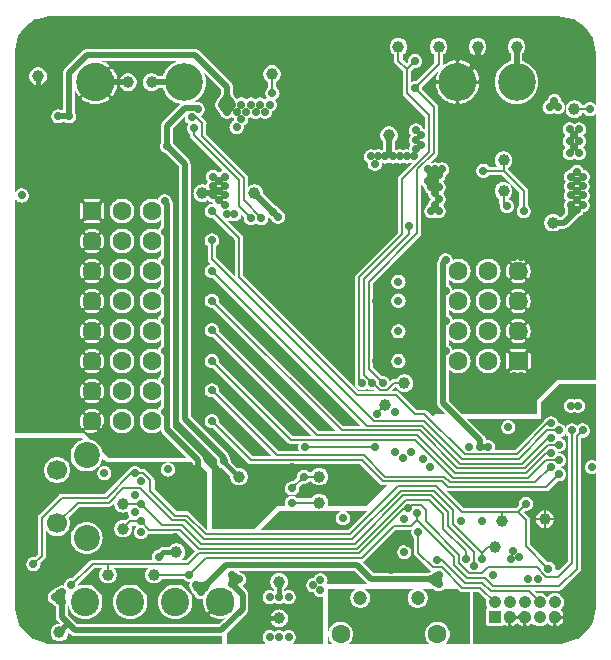
<source format=gbr>
G04 start of page 3 for group 1 idx 1 *
G04 Title: (unknown), bottom *
G04 Creator: pcb 1.99z *
G04 CreationDate: Wed 03 Sep 2014 19:39:49 GMT UTC *
G04 For: rbarlow *
G04 Format: Gerber/RS-274X *
G04 PCB-Dimensions (mm): 70.00 74.00 *
G04 PCB-Coordinate-Origin: lower left *
%MOMM*%
%FSLAX43Y43*%
%LNBOTTOM*%
%ADD64C,0.650*%
%ADD63C,0.800*%
%ADD62C,1.300*%
%ADD61C,0.300*%
%ADD60C,0.700*%
%ADD59C,1.000*%
%ADD58C,1.050*%
%ADD57C,1.200*%
%ADD56C,3.200*%
%ADD55C,2.400*%
%ADD54C,1.600*%
%ADD53C,1.700*%
%ADD52C,2.200*%
%ADD51C,0.200*%
%ADD50C,0.400*%
%ADD49C,0.500*%
%ADD48C,0.002*%
G54D48*G36*
X36900Y10400D02*Y15100D01*
X39313D01*
X39288Y15090D01*
X39174Y15020D01*
X39072Y14933D01*
X38985Y14831D01*
X38915Y14717D01*
X38864Y14593D01*
X38833Y14463D01*
X38822Y14330D01*
X38833Y14197D01*
X38864Y14067D01*
X38915Y13943D01*
X38985Y13829D01*
X39072Y13727D01*
X39174Y13640D01*
X39288Y13570D01*
X39412Y13519D01*
X39542Y13488D01*
X39675Y13477D01*
X39808Y13488D01*
X39938Y13519D01*
X40062Y13570D01*
X40176Y13640D01*
X40278Y13727D01*
X40365Y13829D01*
X40435Y13943D01*
X40486Y14067D01*
X40517Y14197D01*
X40525Y14330D01*
X40517Y14463D01*
X40486Y14593D01*
X40435Y14717D01*
X40365Y14831D01*
X40278Y14933D01*
X40176Y15020D01*
X40062Y15090D01*
X40037Y15100D01*
X44163D01*
X44138Y15090D01*
X44024Y15020D01*
X43922Y14933D01*
X43835Y14831D01*
X43765Y14717D01*
X43714Y14593D01*
X43683Y14463D01*
X43672Y14330D01*
X43683Y14197D01*
X43714Y14067D01*
X43765Y13943D01*
X43835Y13829D01*
X43922Y13727D01*
X44024Y13640D01*
X44138Y13570D01*
X44262Y13519D01*
X44392Y13488D01*
X44525Y13477D01*
X44658Y13488D01*
X44788Y13519D01*
X44912Y13570D01*
X45026Y13640D01*
X45128Y13727D01*
X45215Y13829D01*
X45285Y13943D01*
X45336Y14067D01*
X45367Y14197D01*
X45375Y14330D01*
X45367Y14463D01*
X45336Y14593D01*
X45285Y14717D01*
X45215Y14831D01*
X45128Y14933D01*
X45026Y15020D01*
X44912Y15090D01*
X44887Y15100D01*
X45798D01*
X45805Y15094D01*
X45805Y15094D01*
X45872Y15053D01*
X45924Y15032D01*
X45925Y15031D01*
X45946Y15013D01*
X46027Y14964D01*
X46114Y14928D01*
X46206Y14906D01*
X46300Y14898D01*
X46394Y14906D01*
X46486Y14928D01*
X46573Y14964D01*
X46654Y15013D01*
X46726Y15074D01*
X46747Y15100D01*
X47905D01*
X48043Y14962D01*
X48052Y14952D01*
X48094Y14916D01*
X48094Y14916D01*
X48141Y14887D01*
X48192Y14866D01*
X48245Y14853D01*
X48300Y14849D01*
X48314Y14850D01*
X49000D01*
Y10400D01*
X46822D01*
X46945Y10505D01*
X47052Y10631D01*
X47138Y10772D01*
X47202Y10925D01*
X47240Y11085D01*
X47250Y11250D01*
X47240Y11415D01*
X47202Y11575D01*
X47138Y11728D01*
X47052Y11869D01*
X46945Y11995D01*
X46819Y12102D01*
X46678Y12188D01*
X46525Y12252D01*
X46365Y12290D01*
X46200Y12303D01*
X46035Y12290D01*
X45875Y12252D01*
X45722Y12188D01*
X45581Y12102D01*
X45455Y11995D01*
X45348Y11869D01*
X45262Y11728D01*
X45198Y11575D01*
X45160Y11415D01*
X45147Y11250D01*
X45160Y11085D01*
X45198Y10925D01*
X45262Y10772D01*
X45348Y10631D01*
X45455Y10505D01*
X45578Y10400D01*
X38622D01*
X38745Y10505D01*
X38852Y10631D01*
X38938Y10772D01*
X39002Y10925D01*
X39040Y11085D01*
X39050Y11250D01*
X39040Y11415D01*
X39002Y11575D01*
X38938Y11728D01*
X38852Y11869D01*
X38745Y11995D01*
X38619Y12102D01*
X38478Y12188D01*
X38325Y12252D01*
X38165Y12290D01*
X38000Y12303D01*
X37835Y12290D01*
X37675Y12252D01*
X37522Y12188D01*
X37381Y12102D01*
X37255Y11995D01*
X37148Y11869D01*
X37062Y11728D01*
X36998Y11575D01*
X36960Y11415D01*
X36947Y11250D01*
X36960Y11085D01*
X36998Y10925D01*
X37062Y10772D01*
X37148Y10631D01*
X37255Y10505D01*
X37378Y10400D01*
X36900D01*
G37*
G36*
X31150Y20050D02*X32800Y21700D01*
X35930D01*
X35968Y21685D01*
X36082Y21657D01*
X36200Y21648D01*
X36318Y21657D01*
X36432Y21685D01*
X36470Y21700D01*
X38022D01*
X38006Y21696D01*
X37915Y21659D01*
X37832Y21607D01*
X37757Y21543D01*
X37693Y21468D01*
X37641Y21385D01*
X37604Y21294D01*
X37581Y21198D01*
X37573Y21100D01*
X37581Y21002D01*
X37604Y20906D01*
X37641Y20815D01*
X37693Y20732D01*
X37757Y20657D01*
X37832Y20593D01*
X37915Y20541D01*
X38006Y20504D01*
X38102Y20481D01*
X38200Y20473D01*
X38298Y20481D01*
X38394Y20504D01*
X38485Y20541D01*
X38568Y20593D01*
X38643Y20657D01*
X38707Y20732D01*
X38759Y20815D01*
X38796Y20906D01*
X38819Y21002D01*
X38825Y21100D01*
X38819Y21198D01*
X38796Y21294D01*
X38759Y21385D01*
X38707Y21468D01*
X38643Y21543D01*
X38568Y21607D01*
X38485Y21659D01*
X38394Y21696D01*
X38378Y21700D01*
X40305D01*
X38655Y20050D01*
X31150D01*
G37*
G36*
X43399D02*X43986D01*
X44000Y20049D01*
X44019Y20050D01*
X44006Y19994D01*
X43998Y19900D01*
X44006Y19806D01*
X44028Y19714D01*
X44064Y19627D01*
X44113Y19546D01*
X44174Y19474D01*
X44246Y19413D01*
X44250Y19411D01*
Y18114D01*
X44249Y18100D01*
X44253Y18045D01*
Y18045D01*
X44256Y18032D01*
X44266Y17992D01*
X44287Y17941D01*
X44316Y17894D01*
X44316Y17894D01*
X44352Y17852D01*
X44362Y17843D01*
X45543Y16662D01*
X45552Y16652D01*
X45594Y16616D01*
X45594Y16616D01*
X45641Y16587D01*
X45669Y16576D01*
X45581Y16489D01*
X45514Y16472D01*
X45427Y16436D01*
X45368Y16400D01*
X43399D01*
Y17598D01*
X43400Y17598D01*
X43494Y17606D01*
X43586Y17628D01*
X43673Y17664D01*
X43754Y17713D01*
X43826Y17774D01*
X43887Y17846D01*
X43936Y17927D01*
X43972Y18014D01*
X43994Y18106D01*
X44000Y18200D01*
X43994Y18294D01*
X43972Y18386D01*
X43936Y18473D01*
X43887Y18554D01*
X43826Y18626D01*
X43754Y18687D01*
X43673Y18736D01*
X43586Y18772D01*
X43494Y18794D01*
X43400Y18802D01*
X43399Y18802D01*
Y20050D01*
G37*
G36*
X39854Y17353D02*X39855Y17353D01*
X39855Y17353D01*
X39908Y17366D01*
X39959Y17387D01*
X40006Y17416D01*
X40048Y17452D01*
X40057Y17462D01*
X42645Y20050D01*
X43399D01*
Y18802D01*
X43306Y18794D01*
X43214Y18772D01*
X43127Y18736D01*
X43046Y18687D01*
X42974Y18626D01*
X42913Y18554D01*
X42864Y18473D01*
X42828Y18386D01*
X42806Y18294D01*
X42798Y18200D01*
X42806Y18106D01*
X42828Y18014D01*
X42864Y17927D01*
X42913Y17846D01*
X42974Y17774D01*
X43046Y17713D01*
X43127Y17664D01*
X43214Y17628D01*
X43306Y17606D01*
X43399Y17598D01*
Y16400D01*
X40807D01*
X39854Y17353D01*
G37*
G36*
X57799Y16104D02*X58238Y16543D01*
X58248Y16552D01*
X58284Y16594D01*
X58284Y16594D01*
X58313Y16641D01*
X58334Y16692D01*
X58347Y16745D01*
X58351Y16800D01*
X58350Y16814D01*
Y27855D01*
X58402Y27907D01*
X58406Y27906D01*
X58500Y27898D01*
X58594Y27906D01*
X58686Y27928D01*
X58773Y27964D01*
X58854Y28013D01*
X58926Y28074D01*
X58987Y28146D01*
X59036Y28227D01*
X59072Y28314D01*
X59094Y28406D01*
X59100Y28500D01*
X59094Y28594D01*
X59072Y28686D01*
X59036Y28773D01*
X58987Y28854D01*
X58926Y28926D01*
X58854Y28987D01*
X58773Y29036D01*
X58686Y29072D01*
X58594Y29094D01*
X58500Y29102D01*
X58406Y29094D01*
X58314Y29072D01*
X58227Y29036D01*
X58146Y28987D01*
X58074Y28926D01*
X58050Y28897D01*
X58026Y28926D01*
X57954Y28987D01*
X57873Y29036D01*
X57799Y29067D01*
Y30080D01*
X57800Y30080D01*
X57827Y30064D01*
X57914Y30028D01*
X58006Y30006D01*
X58100Y29998D01*
X58194Y30006D01*
X58286Y30028D01*
X58373Y30064D01*
X58454Y30113D01*
X58526Y30174D01*
X58587Y30246D01*
X58636Y30327D01*
X58672Y30414D01*
X58694Y30506D01*
X58700Y30600D01*
X58694Y30694D01*
X58672Y30786D01*
X58636Y30873D01*
X58587Y30954D01*
X58526Y31026D01*
X58454Y31087D01*
X58373Y31136D01*
X58286Y31172D01*
X58194Y31194D01*
X58100Y31202D01*
X58006Y31194D01*
X57914Y31172D01*
X57827Y31136D01*
X57800Y31120D01*
X57799Y31120D01*
Y32400D01*
X59600D01*
Y25920D01*
X59573Y25936D01*
X59486Y25972D01*
X59394Y25994D01*
X59300Y26002D01*
X59206Y25994D01*
X59114Y25972D01*
X59027Y25936D01*
X58946Y25887D01*
X58874Y25826D01*
X58813Y25754D01*
X58764Y25673D01*
X58728Y25586D01*
X58706Y25494D01*
X58698Y25400D01*
X58706Y25306D01*
X58728Y25214D01*
X58764Y25127D01*
X58813Y25046D01*
X58874Y24974D01*
X58946Y24913D01*
X59027Y24864D01*
X59114Y24828D01*
X59206Y24806D01*
X59300Y24798D01*
X59394Y24806D01*
X59486Y24828D01*
X59573Y24864D01*
X59600Y24880D01*
Y13500D01*
X59400Y12300D01*
X59000Y11700D01*
X58200Y10900D01*
X57799Y10766D01*
Y16104D01*
G37*
G36*
Y29067D02*X57786Y29072D01*
X57694Y29094D01*
X57600Y29102D01*
X57506Y29094D01*
X57414Y29072D01*
X57327Y29036D01*
X57246Y28987D01*
X57174Y28926D01*
X57113Y28854D01*
X57064Y28773D01*
X57050Y28740D01*
X57036Y28773D01*
X56987Y28854D01*
X56926Y28926D01*
X56854Y28987D01*
X56773Y29036D01*
X56686Y29072D01*
X56594Y29094D01*
X56500Y29102D01*
X56406Y29094D01*
X56400Y29093D01*
X56400Y29100D01*
X56394Y29194D01*
X56372Y29286D01*
X56336Y29373D01*
X56287Y29454D01*
X56226Y29526D01*
X56154Y29587D01*
X56073Y29636D01*
X55986Y29672D01*
X55894Y29694D01*
X55800Y29702D01*
X55706Y29694D01*
X55614Y29672D01*
X55527Y29636D01*
X55446Y29587D01*
X55374Y29526D01*
X55313Y29454D01*
X55264Y29373D01*
X55254Y29350D01*
X55252Y29348D01*
X55243Y29338D01*
X52755Y26850D01*
X52199D01*
Y28198D01*
X52200Y28198D01*
X52294Y28206D01*
X52386Y28228D01*
X52473Y28264D01*
X52554Y28313D01*
X52626Y28374D01*
X52687Y28446D01*
X52736Y28527D01*
X52772Y28614D01*
X52794Y28706D01*
X52800Y28800D01*
X52794Y28894D01*
X52772Y28986D01*
X52736Y29073D01*
X52687Y29154D01*
X52626Y29226D01*
X52554Y29287D01*
X52473Y29336D01*
X52386Y29372D01*
X52294Y29394D01*
X52200Y29402D01*
X52199Y29402D01*
Y29500D01*
X55000D01*
Y30900D01*
X56500Y32400D01*
X57799D01*
Y31120D01*
X57773Y31136D01*
X57686Y31172D01*
X57594Y31194D01*
X57500Y31202D01*
X57406Y31194D01*
X57314Y31172D01*
X57227Y31136D01*
X57146Y31087D01*
X57074Y31026D01*
X57013Y30954D01*
X56964Y30873D01*
X56928Y30786D01*
X56906Y30694D01*
X56898Y30600D01*
X56906Y30506D01*
X56928Y30414D01*
X56964Y30327D01*
X57013Y30246D01*
X57074Y30174D01*
X57146Y30113D01*
X57227Y30064D01*
X57314Y30028D01*
X57406Y30006D01*
X57500Y29998D01*
X57594Y30006D01*
X57686Y30028D01*
X57773Y30064D01*
X57799Y30080D01*
Y29067D01*
G37*
G36*
X56563Y13010D02*X56584Y12980D01*
X56607Y12939D01*
X56627Y12897D01*
X56635Y12879D01*
X56647Y12863D01*
X56660Y12849D01*
X56676Y12838D01*
X56694Y12828D01*
X56712Y12822D01*
X56732Y12819D01*
X56751Y12819D01*
X56771Y12822D01*
X56790Y12828D01*
X56807Y12836D01*
X56823Y12848D01*
X56837Y12862D01*
X56849Y12878D01*
X56858Y12895D01*
X56864Y12914D01*
X56867Y12933D01*
X56868Y12953D01*
X56865Y12972D01*
X56858Y12991D01*
X56830Y13054D01*
X56796Y13114D01*
X56757Y13171D01*
X56712Y13224D01*
X56664Y13272D01*
X56611Y13317D01*
X56586Y13334D01*
X56597Y13341D01*
X56690Y13420D01*
X56769Y13513D01*
X56833Y13617D01*
X56879Y13730D01*
X56908Y13848D01*
X56915Y13970D01*
X56908Y14092D01*
X56879Y14210D01*
X56833Y14323D01*
X56769Y14427D01*
X56690Y14520D01*
X56597Y14599D01*
X56563Y14619D01*
Y14955D01*
X56608Y14966D01*
X56659Y14987D01*
X56706Y15016D01*
X56748Y15052D01*
X56757Y15062D01*
X57799Y16104D01*
Y10766D01*
X56700Y10400D01*
X56563D01*
Y12051D01*
X56611Y12083D01*
X56664Y12128D01*
X56712Y12176D01*
X56757Y12229D01*
X56796Y12286D01*
X56830Y12346D01*
X56859Y12409D01*
X56865Y12428D01*
X56868Y12447D01*
X56868Y12467D01*
X56865Y12487D01*
X56858Y12505D01*
X56849Y12523D01*
X56838Y12539D01*
X56824Y12553D01*
X56807Y12564D01*
X56790Y12573D01*
X56771Y12579D01*
X56751Y12582D01*
X56732Y12582D01*
X56712Y12578D01*
X56693Y12572D01*
X56676Y12563D01*
X56660Y12551D01*
X56646Y12537D01*
X56635Y12521D01*
X56626Y12503D01*
X56607Y12461D01*
X56584Y12420D01*
X56563Y12390D01*
Y13010D01*
G37*
G36*
Y14619D02*X56493Y14663D01*
X56380Y14709D01*
X56262Y14738D01*
X56140Y14747D01*
X56018Y14738D01*
X55900Y14709D01*
X55787Y14663D01*
X55683Y14599D01*
X55590Y14520D01*
X55511Y14427D01*
X55505Y14417D01*
X55499Y14427D01*
X55420Y14520D01*
X55327Y14599D01*
X55223Y14663D01*
X55110Y14709D01*
X54992Y14738D01*
X54870Y14747D01*
X54748Y14738D01*
X54630Y14709D01*
X54627Y14708D01*
X54385Y14950D01*
X56486D01*
X56500Y14949D01*
X56555Y14953D01*
X56555Y14953D01*
X56563Y14955D01*
Y14619D01*
G37*
G36*
X52965Y12822D02*X52969Y12821D01*
X52989Y12818D01*
X53008Y12818D01*
X53028Y12822D01*
X53047Y12828D01*
X53064Y12837D01*
X53080Y12849D01*
X53094Y12863D01*
X53105Y12879D01*
X53114Y12897D01*
X53133Y12939D01*
X53156Y12980D01*
X53183Y13018D01*
X53213Y13054D01*
X53246Y13087D01*
X53282Y13117D01*
X53320Y13144D01*
X53361Y13167D01*
X53403Y13187D01*
X53421Y13195D01*
X53437Y13207D01*
X53441Y13211D01*
X53478Y13202D01*
X53600Y13193D01*
X53722Y13202D01*
X53758Y13211D01*
X53763Y13206D01*
X53779Y13195D01*
X53797Y13186D01*
X53839Y13167D01*
X53880Y13144D01*
X53918Y13117D01*
X53954Y13087D01*
X53987Y13054D01*
X54017Y13018D01*
X54044Y12980D01*
X54067Y12939D01*
X54087Y12897D01*
X54095Y12879D01*
X54107Y12863D01*
X54111Y12859D01*
X54102Y12822D01*
X54093Y12700D01*
X54102Y12578D01*
X54111Y12542D01*
X54106Y12537D01*
X54095Y12521D01*
X54086Y12503D01*
X54067Y12461D01*
X54044Y12420D01*
X54017Y12382D01*
X53987Y12346D01*
X53954Y12313D01*
X53918Y12283D01*
X53880Y12256D01*
X53839Y12233D01*
X53797Y12213D01*
X53779Y12205D01*
X53763Y12193D01*
X53749Y12180D01*
X53738Y12164D01*
X53728Y12146D01*
X53722Y12128D01*
X53719Y12108D01*
X53719Y12089D01*
X53722Y12069D01*
X53728Y12050D01*
X53736Y12033D01*
X53748Y12017D01*
X53762Y12003D01*
X53778Y11991D01*
X53795Y11982D01*
X53814Y11976D01*
X53833Y11973D01*
X53853Y11972D01*
X53872Y11975D01*
X53891Y11982D01*
X53954Y12010D01*
X54014Y12044D01*
X54071Y12083D01*
X54124Y12128D01*
X54172Y12176D01*
X54217Y12229D01*
X54234Y12254D01*
X54241Y12243D01*
X54320Y12150D01*
X54413Y12071D01*
X54517Y12007D01*
X54630Y11961D01*
X54748Y11932D01*
X54870Y11923D01*
X54992Y11932D01*
X55110Y11961D01*
X55223Y12007D01*
X55327Y12071D01*
X55420Y12150D01*
X55499Y12243D01*
X55506Y12254D01*
X55523Y12229D01*
X55568Y12176D01*
X55616Y12128D01*
X55669Y12083D01*
X55726Y12044D01*
X55786Y12010D01*
X55849Y11981D01*
X55868Y11975D01*
X55887Y11972D01*
X55907Y11972D01*
X55926Y11975D01*
X55945Y11982D01*
X55963Y11991D01*
X55979Y12002D01*
X55993Y12016D01*
X56004Y12033D01*
X56013Y12050D01*
X56019Y12069D01*
X56022Y12089D01*
X56022Y12108D01*
X56018Y12128D01*
X56012Y12147D01*
X56003Y12164D01*
X55991Y12180D01*
X55977Y12194D01*
X55961Y12205D01*
X55943Y12214D01*
X55901Y12233D01*
X55860Y12256D01*
X55822Y12283D01*
X55786Y12313D01*
X55753Y12346D01*
X55723Y12382D01*
X55696Y12420D01*
X55673Y12461D01*
X55653Y12503D01*
X55645Y12521D01*
X55633Y12537D01*
X55629Y12541D01*
X55638Y12578D01*
X55645Y12700D01*
X55638Y12822D01*
X55629Y12858D01*
X55634Y12863D01*
X55645Y12879D01*
X55654Y12897D01*
X55673Y12939D01*
X55696Y12980D01*
X55723Y13018D01*
X55753Y13054D01*
X55786Y13087D01*
X55822Y13117D01*
X55860Y13144D01*
X55901Y13167D01*
X55943Y13187D01*
X55961Y13195D01*
X55977Y13207D01*
X55981Y13211D01*
X56018Y13202D01*
X56140Y13193D01*
X56262Y13202D01*
X56298Y13211D01*
X56303Y13206D01*
X56319Y13195D01*
X56337Y13186D01*
X56379Y13167D01*
X56420Y13144D01*
X56458Y13117D01*
X56494Y13087D01*
X56527Y13054D01*
X56557Y13018D01*
X56563Y13010D01*
Y12390D01*
X56557Y12382D01*
X56527Y12346D01*
X56494Y12313D01*
X56458Y12283D01*
X56420Y12256D01*
X56379Y12233D01*
X56337Y12213D01*
X56319Y12205D01*
X56303Y12193D01*
X56289Y12180D01*
X56278Y12164D01*
X56268Y12146D01*
X56262Y12128D01*
X56259Y12108D01*
X56259Y12089D01*
X56262Y12069D01*
X56268Y12050D01*
X56276Y12033D01*
X56288Y12017D01*
X56302Y12003D01*
X56318Y11991D01*
X56335Y11982D01*
X56354Y11976D01*
X56373Y11973D01*
X56393Y11972D01*
X56412Y11975D01*
X56431Y11982D01*
X56494Y12010D01*
X56554Y12044D01*
X56563Y12051D01*
Y10400D01*
X52965D01*
Y12255D01*
X52983Y12229D01*
X53028Y12176D01*
X53076Y12128D01*
X53129Y12083D01*
X53186Y12044D01*
X53246Y12010D01*
X53309Y11981D01*
X53328Y11975D01*
X53347Y11972D01*
X53367Y11972D01*
X53386Y11975D01*
X53405Y11982D01*
X53423Y11991D01*
X53439Y12002D01*
X53453Y12016D01*
X53464Y12033D01*
X53473Y12050D01*
X53479Y12069D01*
X53482Y12089D01*
X53482Y12108D01*
X53478Y12128D01*
X53472Y12147D01*
X53463Y12164D01*
X53451Y12180D01*
X53437Y12194D01*
X53421Y12205D01*
X53403Y12214D01*
X53361Y12233D01*
X53320Y12256D01*
X53282Y12283D01*
X53246Y12313D01*
X53213Y12346D01*
X53183Y12382D01*
X53156Y12420D01*
X53133Y12461D01*
X53113Y12503D01*
X53105Y12521D01*
X53093Y12537D01*
X53080Y12551D01*
X53064Y12562D01*
X53046Y12572D01*
X53028Y12578D01*
X53008Y12581D01*
X52989Y12581D01*
X52969Y12578D01*
X52966Y12577D01*
X52965Y12577D01*
Y12822D01*
G37*
G36*
X52199Y12043D02*X52203Y12050D01*
X52209Y12069D01*
X52212Y12089D01*
X52212Y12108D01*
X52208Y12128D01*
X52202Y12147D01*
X52199Y12152D01*
Y13204D01*
X52208Y13202D01*
X52330Y13193D01*
X52452Y13202D01*
X52488Y13211D01*
X52493Y13206D01*
X52509Y13195D01*
X52527Y13186D01*
X52569Y13167D01*
X52610Y13144D01*
X52648Y13117D01*
X52684Y13087D01*
X52717Y13054D01*
X52747Y13018D01*
X52774Y12980D01*
X52797Y12939D01*
X52817Y12897D01*
X52825Y12879D01*
X52837Y12863D01*
X52850Y12849D01*
X52866Y12838D01*
X52884Y12828D01*
X52902Y12822D01*
X52922Y12819D01*
X52941Y12819D01*
X52961Y12822D01*
X52964Y12823D01*
X52965Y12822D01*
Y12577D01*
X52961Y12579D01*
X52941Y12582D01*
X52922Y12582D01*
X52902Y12578D01*
X52883Y12572D01*
X52866Y12563D01*
X52850Y12551D01*
X52836Y12537D01*
X52825Y12521D01*
X52816Y12503D01*
X52797Y12461D01*
X52774Y12420D01*
X52747Y12382D01*
X52717Y12346D01*
X52684Y12313D01*
X52648Y12283D01*
X52610Y12256D01*
X52569Y12233D01*
X52527Y12213D01*
X52509Y12205D01*
X52493Y12193D01*
X52479Y12180D01*
X52468Y12164D01*
X52458Y12146D01*
X52452Y12128D01*
X52449Y12108D01*
X52449Y12089D01*
X52452Y12069D01*
X52458Y12050D01*
X52466Y12033D01*
X52478Y12017D01*
X52492Y12003D01*
X52508Y11991D01*
X52525Y11982D01*
X52544Y11976D01*
X52563Y11973D01*
X52583Y11972D01*
X52602Y11975D01*
X52621Y11982D01*
X52684Y12010D01*
X52744Y12044D01*
X52801Y12083D01*
X52854Y12128D01*
X52902Y12176D01*
X52947Y12229D01*
X52965Y12256D01*
X52965Y12255D01*
Y10400D01*
X52199D01*
Y12043D01*
G37*
G36*
Y26850D02*X51046D01*
X51072Y26914D01*
X51094Y27006D01*
X51100Y27100D01*
X51094Y27194D01*
X51072Y27286D01*
X51036Y27373D01*
X50987Y27454D01*
X50926Y27526D01*
X50854Y27587D01*
X50773Y27636D01*
X50686Y27672D01*
X50594Y27694D01*
X50500Y27702D01*
X50406Y27694D01*
X50314Y27672D01*
X50300Y27667D01*
Y27680D01*
X50302Y27700D01*
X50295Y27778D01*
X50295Y27778D01*
X50277Y27855D01*
X50247Y27928D01*
X50206Y27995D01*
X50155Y28055D01*
X50140Y28067D01*
X48707Y29500D01*
X52199D01*
Y29402D01*
X52106Y29394D01*
X52014Y29372D01*
X51927Y29336D01*
X51846Y29287D01*
X51774Y29226D01*
X51713Y29154D01*
X51664Y29073D01*
X51628Y28986D01*
X51606Y28894D01*
X51598Y28800D01*
X51606Y28706D01*
X51628Y28614D01*
X51664Y28527D01*
X51713Y28446D01*
X51774Y28374D01*
X51846Y28313D01*
X51927Y28264D01*
X52014Y28228D01*
X52106Y28206D01*
X52199Y28198D01*
Y26850D01*
G37*
G36*
Y12152D02*X52193Y12164D01*
X52181Y12180D01*
X52167Y12194D01*
X52151Y12205D01*
X52133Y12214D01*
X52091Y12233D01*
X52050Y12256D01*
X52012Y12283D01*
X51976Y12313D01*
X51943Y12346D01*
X51913Y12382D01*
X51886Y12420D01*
X51863Y12461D01*
X51843Y12503D01*
X51835Y12521D01*
X51834Y12522D01*
X51834Y12876D01*
X51835Y12879D01*
X51844Y12897D01*
X51863Y12939D01*
X51886Y12980D01*
X51913Y13018D01*
X51943Y13054D01*
X51976Y13087D01*
X52012Y13117D01*
X52050Y13144D01*
X52091Y13167D01*
X52133Y13187D01*
X52151Y13195D01*
X52167Y13207D01*
X52171Y13211D01*
X52199Y13204D01*
Y12152D01*
G37*
G36*
X49200Y10400D02*Y14850D01*
X49685D01*
X50322Y14213D01*
X50321Y14210D01*
X50292Y14092D01*
X50283Y13970D01*
X50292Y13848D01*
X50321Y13730D01*
X50367Y13617D01*
X50431Y13513D01*
X50471Y13467D01*
X50458Y13463D01*
X50421Y13448D01*
X50388Y13428D01*
X50358Y13402D01*
X50332Y13372D01*
X50312Y13339D01*
X50297Y13302D01*
X50287Y13264D01*
X50285Y13225D01*
X50287Y12136D01*
X50297Y12098D01*
X50312Y12061D01*
X50332Y12028D01*
X50358Y11998D01*
X50388Y11972D01*
X50421Y11952D01*
X50458Y11937D01*
X50496Y11927D01*
X50535Y11925D01*
X51624Y11927D01*
X51662Y11937D01*
X51699Y11952D01*
X51732Y11972D01*
X51762Y11998D01*
X51788Y12028D01*
X51808Y12061D01*
X51823Y12098D01*
X51827Y12111D01*
X51859Y12083D01*
X51916Y12044D01*
X51976Y12010D01*
X52039Y11981D01*
X52058Y11975D01*
X52077Y11972D01*
X52097Y11972D01*
X52116Y11975D01*
X52135Y11982D01*
X52153Y11991D01*
X52169Y12002D01*
X52183Y12016D01*
X52194Y12033D01*
X52199Y12043D01*
Y10400D01*
X49200D01*
G37*
G36*
X55299Y23350D02*X55386D01*
X55400Y23349D01*
X55455Y23353D01*
X55508Y23366D01*
X55559Y23387D01*
X55606Y23416D01*
X55648Y23452D01*
X55657Y23462D01*
X56402Y24207D01*
X56406Y24206D01*
X56500Y24198D01*
X56594Y24206D01*
X56686Y24228D01*
X56773Y24264D01*
X56854Y24313D01*
X56926Y24374D01*
X56987Y24446D01*
X57036Y24527D01*
X57072Y24614D01*
X57094Y24706D01*
X57100Y24800D01*
X57094Y24894D01*
X57072Y24986D01*
X57036Y25073D01*
X56987Y25154D01*
X56926Y25226D01*
X56854Y25287D01*
X56773Y25336D01*
X56686Y25372D01*
X56594Y25394D01*
X56524Y25400D01*
X56594Y25406D01*
X56686Y25428D01*
X56773Y25464D01*
X56854Y25513D01*
X56926Y25574D01*
X56987Y25646D01*
X57036Y25727D01*
X57072Y25814D01*
X57094Y25906D01*
X57100Y26000D01*
X57094Y26094D01*
X57072Y26186D01*
X57036Y26273D01*
X56987Y26354D01*
X56926Y26426D01*
X56854Y26487D01*
X56773Y26536D01*
X56686Y26572D01*
X56594Y26594D01*
X56500Y26602D01*
X56406Y26594D01*
X56400Y26593D01*
X56400Y26600D01*
X56394Y26694D01*
X56391Y26709D01*
X56406Y26706D01*
X56500Y26698D01*
X56594Y26706D01*
X56686Y26728D01*
X56773Y26764D01*
X56854Y26813D01*
X56926Y26874D01*
X56987Y26946D01*
X57036Y27027D01*
X57072Y27114D01*
X57094Y27206D01*
X57100Y27300D01*
X57094Y27394D01*
X57072Y27486D01*
X57036Y27573D01*
X56987Y27654D01*
X56926Y27726D01*
X56854Y27787D01*
X56773Y27836D01*
X56686Y27872D01*
X56594Y27894D01*
X56524Y27900D01*
X56594Y27906D01*
X56686Y27928D01*
X56773Y27964D01*
X56854Y28013D01*
X56926Y28074D01*
X56987Y28146D01*
X57036Y28227D01*
X57050Y28260D01*
X57064Y28227D01*
X57113Y28146D01*
X57174Y28074D01*
X57246Y28013D01*
X57250Y28011D01*
Y17445D01*
X56505Y16700D01*
X56193D01*
X56194Y16706D01*
X56200Y16800D01*
X56194Y16894D01*
X56172Y16986D01*
X56136Y17073D01*
X56087Y17154D01*
X56026Y17226D01*
X55954Y17287D01*
X55873Y17336D01*
X55786Y17372D01*
X55694Y17394D01*
X55600Y17402D01*
X55506Y17394D01*
X55502Y17393D01*
X55299Y17596D01*
Y20248D01*
X55300Y20248D01*
X55418Y20257D01*
X55532Y20285D01*
X55642Y20330D01*
X55742Y20391D01*
X55832Y20468D01*
X55909Y20558D01*
X55970Y20658D01*
X56015Y20768D01*
X56043Y20882D01*
X56050Y21000D01*
X56043Y21118D01*
X56015Y21232D01*
X55970Y21342D01*
X55909Y21442D01*
X55832Y21532D01*
X55742Y21609D01*
X55642Y21670D01*
X55532Y21715D01*
X55418Y21743D01*
X55300Y21752D01*
X55299Y21752D01*
Y23350D01*
G37*
G36*
X47114D02*X55299D01*
Y21752D01*
X55182Y21743D01*
X55068Y21715D01*
X54958Y21670D01*
X54858Y21609D01*
X54768Y21532D01*
X54691Y21442D01*
X54630Y21342D01*
X54585Y21232D01*
X54557Y21118D01*
X54548Y21000D01*
X54557Y20882D01*
X54585Y20768D01*
X54630Y20658D01*
X54691Y20558D01*
X54768Y20468D01*
X54858Y20391D01*
X54958Y20330D01*
X55068Y20285D01*
X55182Y20257D01*
X55299Y20248D01*
Y17596D01*
X54050Y18845D01*
Y20886D01*
X54051Y20900D01*
X54047Y20955D01*
X54047Y20955D01*
X54034Y21008D01*
X54013Y21059D01*
X53984Y21106D01*
X53948Y21148D01*
X53938Y21157D01*
X53495Y21600D01*
X53602Y21707D01*
X53606Y21706D01*
X53700Y21698D01*
X53794Y21706D01*
X53886Y21728D01*
X53973Y21764D01*
X54054Y21813D01*
X54126Y21874D01*
X54187Y21946D01*
X54236Y22027D01*
X54272Y22114D01*
X54294Y22206D01*
X54300Y22300D01*
X54294Y22394D01*
X54272Y22486D01*
X54236Y22573D01*
X54187Y22654D01*
X54126Y22726D01*
X54054Y22787D01*
X53973Y22836D01*
X53886Y22872D01*
X53794Y22894D01*
X53700Y22902D01*
X53606Y22894D01*
X53514Y22872D01*
X53427Y22836D01*
X53346Y22787D01*
X53274Y22726D01*
X53213Y22654D01*
X53164Y22573D01*
X53128Y22486D01*
X53106Y22394D01*
X53098Y22300D01*
X53106Y22206D01*
X53107Y22202D01*
X52855Y21950D01*
X51714D01*
X51700Y21951D01*
X51686Y21950D01*
X48445D01*
X47041Y23354D01*
X47045Y23353D01*
X47100Y23349D01*
X47114Y23350D01*
G37*
G36*
X40298Y15500D02*X36820D01*
X36836Y15527D01*
X36872Y15614D01*
X36894Y15706D01*
X36900Y15800D01*
X36894Y15894D01*
X36872Y15986D01*
X36836Y16073D01*
X36787Y16154D01*
X36726Y16226D01*
X36654Y16287D01*
X36573Y16336D01*
X36486Y16372D01*
X36394Y16394D01*
X36300Y16402D01*
X36206Y16394D01*
X36114Y16372D01*
X36027Y16336D01*
X35946Y16287D01*
X35874Y16226D01*
X35813Y16154D01*
X35764Y16073D01*
X35733Y15999D01*
X35700Y16002D01*
X35606Y15994D01*
X35514Y15972D01*
X35427Y15936D01*
X35346Y15887D01*
X35274Y15826D01*
X35213Y15754D01*
X35164Y15673D01*
X35128Y15586D01*
X35106Y15494D01*
X35098Y15400D01*
X35106Y15306D01*
X35128Y15214D01*
X35164Y15127D01*
X35213Y15046D01*
X35274Y14974D01*
X35346Y14913D01*
X35427Y14864D01*
X35514Y14828D01*
X35606Y14806D01*
X35700Y14798D01*
X35733Y14801D01*
X35764Y14727D01*
X35813Y14646D01*
X35874Y14574D01*
X35946Y14513D01*
X36027Y14464D01*
X36114Y14428D01*
X36206Y14406D01*
X36300Y14398D01*
X36394Y14406D01*
X36486Y14428D01*
X36500Y14433D01*
Y10400D01*
X33624D01*
X33694Y10406D01*
X33786Y10428D01*
X33873Y10464D01*
X33954Y10513D01*
X34026Y10574D01*
X34087Y10646D01*
X34136Y10727D01*
X34172Y10814D01*
X34194Y10906D01*
X34200Y11000D01*
X34194Y11094D01*
X34172Y11186D01*
X34136Y11273D01*
X34087Y11354D01*
X34026Y11426D01*
X33954Y11487D01*
X33873Y11536D01*
X33786Y11572D01*
X33694Y11594D01*
X33600Y11602D01*
X33506Y11594D01*
X33414Y11572D01*
X33327Y11536D01*
X33246Y11487D01*
X33200Y11447D01*
X33154Y11487D01*
X33073Y11536D01*
X32986Y11572D01*
X32894Y11594D01*
X32800Y11602D01*
X32799Y11602D01*
Y11848D01*
X32800Y11848D01*
X32918Y11857D01*
X33032Y11885D01*
X33142Y11930D01*
X33242Y11991D01*
X33332Y12068D01*
X33409Y12158D01*
X33470Y12258D01*
X33515Y12368D01*
X33543Y12482D01*
X33550Y12600D01*
X33543Y12718D01*
X33515Y12832D01*
X33470Y12942D01*
X33409Y13042D01*
X33332Y13132D01*
X33242Y13209D01*
X33142Y13270D01*
X33032Y13315D01*
X32918Y13343D01*
X32800Y13352D01*
X32799Y13352D01*
Y13798D01*
X32800Y13798D01*
X32894Y13806D01*
X32986Y13828D01*
X33073Y13864D01*
X33154Y13913D01*
X33200Y13953D01*
X33246Y13913D01*
X33327Y13864D01*
X33414Y13828D01*
X33506Y13806D01*
X33600Y13798D01*
X33694Y13806D01*
X33786Y13828D01*
X33873Y13864D01*
X33954Y13913D01*
X34026Y13974D01*
X34087Y14046D01*
X34136Y14127D01*
X34172Y14214D01*
X34194Y14306D01*
X34200Y14400D01*
X34194Y14494D01*
X34172Y14586D01*
X34136Y14673D01*
X34087Y14754D01*
X34026Y14826D01*
X33954Y14887D01*
X33873Y14936D01*
X33786Y14972D01*
X33694Y14994D01*
X33600Y15002D01*
X33506Y14994D01*
X33414Y14972D01*
X33327Y14936D01*
X33250Y14889D01*
Y15098D01*
X33332Y15168D01*
X33409Y15258D01*
X33470Y15358D01*
X33515Y15468D01*
X33543Y15582D01*
X33550Y15700D01*
X33543Y15818D01*
X33515Y15932D01*
X33470Y16042D01*
X33409Y16142D01*
X33332Y16232D01*
X33242Y16309D01*
X33142Y16370D01*
X33032Y16415D01*
X32918Y16443D01*
X32800Y16452D01*
X32799Y16452D01*
Y16600D01*
X39193D01*
X40233Y15560D01*
X40245Y15545D01*
X40298Y15500D01*
G37*
G36*
X32799Y11602D02*X32706Y11594D01*
X32614Y11572D01*
X32527Y11536D01*
X32446Y11487D01*
X32400Y11447D01*
X32354Y11487D01*
X32273Y11536D01*
X32186Y11572D01*
X32094Y11594D01*
X32000Y11602D01*
X31906Y11594D01*
X31814Y11572D01*
X31727Y11536D01*
X31646Y11487D01*
X31574Y11426D01*
X31513Y11354D01*
X31464Y11273D01*
X31428Y11186D01*
X31406Y11094D01*
X31398Y11000D01*
X31406Y10906D01*
X31428Y10814D01*
X31464Y10727D01*
X31513Y10646D01*
X31574Y10574D01*
X31646Y10513D01*
X31727Y10464D01*
X31814Y10428D01*
X31906Y10406D01*
X31976Y10400D01*
X28400D01*
Y11393D01*
X30040Y13033D01*
X30055Y13045D01*
X30106Y13105D01*
X30106Y13105D01*
X30147Y13172D01*
X30177Y13245D01*
X30195Y13322D01*
X30202Y13400D01*
X30200Y13420D01*
Y14580D01*
X30202Y14600D01*
X30195Y14678D01*
X30195Y14678D01*
X30177Y14755D01*
X30147Y14828D01*
X30106Y14895D01*
X30055Y14955D01*
X30040Y14967D01*
X29652Y15355D01*
X29673Y15364D01*
X29754Y15413D01*
X29826Y15474D01*
X29887Y15546D01*
X29936Y15627D01*
X29972Y15714D01*
X29994Y15806D01*
X30000Y15900D01*
X29994Y15994D01*
X29972Y16086D01*
X29936Y16173D01*
X29887Y16254D01*
X29826Y16326D01*
X29754Y16387D01*
X29673Y16436D01*
X29586Y16472D01*
X29519Y16489D01*
X29407Y16600D01*
X32799D01*
Y16452D01*
X32682Y16443D01*
X32568Y16415D01*
X32458Y16370D01*
X32358Y16309D01*
X32268Y16232D01*
X32191Y16142D01*
X32130Y16042D01*
X32085Y15932D01*
X32057Y15818D01*
X32048Y15700D01*
X32057Y15582D01*
X32085Y15468D01*
X32130Y15358D01*
X32191Y15258D01*
X32268Y15168D01*
X32350Y15098D01*
Y14889D01*
X32273Y14936D01*
X32186Y14972D01*
X32094Y14994D01*
X32000Y15002D01*
X31906Y14994D01*
X31814Y14972D01*
X31727Y14936D01*
X31646Y14887D01*
X31574Y14826D01*
X31513Y14754D01*
X31464Y14673D01*
X31428Y14586D01*
X31406Y14494D01*
X31398Y14400D01*
X31406Y14306D01*
X31428Y14214D01*
X31464Y14127D01*
X31513Y14046D01*
X31574Y13974D01*
X31646Y13913D01*
X31727Y13864D01*
X31814Y13828D01*
X31906Y13806D01*
X32000Y13798D01*
X32094Y13806D01*
X32186Y13828D01*
X32273Y13864D01*
X32354Y13913D01*
X32400Y13953D01*
X32446Y13913D01*
X32527Y13864D01*
X32614Y13828D01*
X32706Y13806D01*
X32799Y13798D01*
Y13352D01*
X32682Y13343D01*
X32568Y13315D01*
X32458Y13270D01*
X32358Y13209D01*
X32268Y13132D01*
X32191Y13042D01*
X32130Y12942D01*
X32085Y12832D01*
X32057Y12718D01*
X32048Y12600D01*
X32057Y12482D01*
X32085Y12368D01*
X32130Y12258D01*
X32191Y12158D01*
X32268Y12068D01*
X32358Y11991D01*
X32458Y11930D01*
X32568Y11885D01*
X32682Y11857D01*
X32799Y11848D01*
Y11602D01*
G37*
G36*
X17999Y26001D02*X18200Y25800D01*
X23376D01*
X23306Y25794D01*
X23214Y25772D01*
X23127Y25736D01*
X23046Y25687D01*
X22974Y25626D01*
X22913Y25554D01*
X22864Y25473D01*
X22828Y25386D01*
X22806Y25294D01*
X22798Y25200D01*
X22806Y25106D01*
X22828Y25014D01*
X22864Y24927D01*
X22913Y24846D01*
X22974Y24774D01*
X23046Y24713D01*
X23127Y24664D01*
X23214Y24628D01*
X23306Y24606D01*
X23400Y24598D01*
X23494Y24606D01*
X23586Y24628D01*
X23673Y24664D01*
X23754Y24713D01*
X23826Y24774D01*
X23887Y24846D01*
X23936Y24927D01*
X23972Y25014D01*
X23994Y25106D01*
X24000Y25200D01*
X23994Y25294D01*
X23972Y25386D01*
X23936Y25473D01*
X23887Y25554D01*
X23826Y25626D01*
X23754Y25687D01*
X23673Y25736D01*
X23586Y25772D01*
X23494Y25794D01*
X23424Y25800D01*
X25393D01*
X25546Y25646D01*
X25605Y25594D01*
X25672Y25553D01*
X25745Y25523D01*
X25822Y25505D01*
X25900Y25498D01*
X25978Y25505D01*
X26055Y25523D01*
X26128Y25553D01*
X26140Y25560D01*
X26700Y25000D01*
Y20095D01*
X25257Y21538D01*
X25248Y21548D01*
X25206Y21584D01*
X25159Y21613D01*
X25108Y21634D01*
X25055Y21647D01*
X25055Y21647D01*
X25000Y21651D01*
X24986Y21650D01*
X24145D01*
X22250Y23545D01*
Y24286D01*
X22251Y24300D01*
X22247Y24355D01*
X22247Y24355D01*
X22234Y24408D01*
X22213Y24459D01*
X22184Y24506D01*
X22148Y24548D01*
X22138Y24557D01*
X21557Y25138D01*
X21548Y25148D01*
X21506Y25184D01*
X21459Y25213D01*
X21408Y25234D01*
X21355Y25247D01*
X21355Y25247D01*
X21300Y25251D01*
X21286Y25250D01*
X21089D01*
X21087Y25254D01*
X21026Y25326D01*
X20954Y25387D01*
X20873Y25436D01*
X20786Y25472D01*
X20694Y25494D01*
X20600Y25502D01*
X20506Y25494D01*
X20414Y25472D01*
X20327Y25436D01*
X20246Y25387D01*
X20174Y25326D01*
X20113Y25254D01*
X20064Y25173D01*
X20054Y25150D01*
X20052Y25148D01*
X20043Y25138D01*
X18055Y23150D01*
X17999D01*
Y24298D01*
X18000Y24298D01*
X18094Y24306D01*
X18186Y24328D01*
X18273Y24364D01*
X18354Y24413D01*
X18426Y24474D01*
X18487Y24546D01*
X18536Y24627D01*
X18572Y24714D01*
X18594Y24806D01*
X18600Y24900D01*
X18594Y24994D01*
X18572Y25086D01*
X18536Y25173D01*
X18487Y25254D01*
X18426Y25326D01*
X18354Y25387D01*
X18273Y25436D01*
X18186Y25472D01*
X18094Y25494D01*
X18000Y25502D01*
X17999Y25502D01*
Y26001D01*
G37*
G36*
Y11100D02*X27880D01*
X27900Y11098D01*
X27978Y11105D01*
X27978Y11105D01*
X28000Y11110D01*
Y10400D01*
X17999D01*
Y11100D01*
G37*
G36*
X20350Y20200D02*X20343Y20318D01*
X20318Y20423D01*
X20345Y20450D01*
X20611D01*
X20613Y20446D01*
X20674Y20374D01*
X20703Y20350D01*
X20674Y20326D01*
X20613Y20254D01*
X20564Y20173D01*
X20528Y20086D01*
X20506Y19994D01*
X20498Y19900D01*
X20506Y19806D01*
X20528Y19714D01*
X20564Y19627D01*
X20613Y19546D01*
X20674Y19474D01*
X20746Y19413D01*
X20827Y19364D01*
X20914Y19328D01*
X21006Y19306D01*
X21100Y19298D01*
X21194Y19306D01*
X21286Y19328D01*
X21373Y19364D01*
X21454Y19413D01*
X21526Y19474D01*
X21587Y19546D01*
X21636Y19627D01*
X21672Y19714D01*
X21685Y19769D01*
X21692Y19766D01*
X21745Y19753D01*
X21800Y19749D01*
X21814Y19750D01*
X24255D01*
X25705Y18300D01*
X24955Y17550D01*
X24475D01*
X24542Y17591D01*
X24632Y17668D01*
X24709Y17758D01*
X24770Y17858D01*
X24815Y17968D01*
X24843Y18082D01*
X24850Y18200D01*
X24843Y18318D01*
X24815Y18432D01*
X24770Y18542D01*
X24709Y18642D01*
X24632Y18732D01*
X24542Y18809D01*
X24442Y18870D01*
X24332Y18915D01*
X24218Y18943D01*
X24100Y18952D01*
X23982Y18943D01*
X23868Y18915D01*
X23758Y18870D01*
X23658Y18809D01*
X23568Y18732D01*
X23498Y18650D01*
X23018D01*
X23000Y18651D01*
X22929Y18646D01*
X22861Y18629D01*
X22795Y18602D01*
X22735Y18565D01*
X22735Y18565D01*
X22681Y18519D01*
X22669Y18506D01*
X22563Y18399D01*
X22506Y18394D01*
X22414Y18372D01*
X22327Y18336D01*
X22246Y18287D01*
X22174Y18226D01*
X22113Y18154D01*
X22064Y18073D01*
X22028Y17986D01*
X22006Y17894D01*
X21998Y17800D01*
X22006Y17706D01*
X22028Y17614D01*
X22054Y17550D01*
X18314D01*
X18300Y17551D01*
X18286Y17550D01*
X17999D01*
Y22050D01*
X18386D01*
X18400Y22049D01*
X18455Y22053D01*
X18508Y22066D01*
X18559Y22087D01*
X18606Y22116D01*
X18648Y22152D01*
X18657Y22162D01*
X18852Y22357D01*
X18848Y22300D01*
X18857Y22182D01*
X18885Y22068D01*
X18930Y21958D01*
X18991Y21858D01*
X19068Y21768D01*
X19158Y21691D01*
X19258Y21630D01*
X19368Y21585D01*
X19482Y21557D01*
X19600Y21548D01*
X19718Y21557D01*
X19832Y21585D01*
X19942Y21630D01*
X20003Y21668D01*
X19998Y21600D01*
X20006Y21506D01*
X20028Y21414D01*
X20064Y21327D01*
X20113Y21246D01*
X20174Y21174D01*
X20202Y21151D01*
X20200Y21151D01*
X20145Y21147D01*
X20092Y21134D01*
X20041Y21113D01*
X19994Y21084D01*
X19994Y21084D01*
X19952Y21048D01*
X19943Y21038D01*
X19823Y20918D01*
X19718Y20943D01*
X19600Y20952D01*
X19482Y20943D01*
X19368Y20915D01*
X19258Y20870D01*
X19158Y20809D01*
X19068Y20732D01*
X18991Y20642D01*
X18930Y20542D01*
X18885Y20432D01*
X18857Y20318D01*
X18848Y20200D01*
X18857Y20082D01*
X18885Y19968D01*
X18930Y19858D01*
X18991Y19758D01*
X19068Y19668D01*
X19158Y19591D01*
X19258Y19530D01*
X19368Y19485D01*
X19482Y19457D01*
X19600Y19448D01*
X19718Y19457D01*
X19832Y19485D01*
X19942Y19530D01*
X20042Y19591D01*
X20132Y19668D01*
X20209Y19758D01*
X20270Y19858D01*
X20315Y19968D01*
X20343Y20082D01*
X20350Y20200D01*
G37*
G36*
X16498Y25046D02*X16500Y25046D01*
X16712Y25063D01*
X16918Y25112D01*
X17115Y25193D01*
X17296Y25304D01*
X17458Y25442D01*
X17596Y25604D01*
X17707Y25785D01*
X17788Y25982D01*
X17833Y26167D01*
X17999Y26001D01*
Y25502D01*
X17906Y25494D01*
X17814Y25472D01*
X17727Y25436D01*
X17646Y25387D01*
X17574Y25326D01*
X17513Y25254D01*
X17464Y25173D01*
X17428Y25086D01*
X17406Y24994D01*
X17398Y24900D01*
X17406Y24806D01*
X17428Y24714D01*
X17464Y24627D01*
X17513Y24546D01*
X17574Y24474D01*
X17646Y24413D01*
X17727Y24364D01*
X17814Y24328D01*
X17906Y24306D01*
X17999Y24298D01*
Y23150D01*
X16498D01*
Y25046D01*
G37*
G36*
Y11100D02*X17999D01*
Y10400D01*
X16498D01*
Y11100D01*
G37*
G36*
X17999Y17550D02*X17014D01*
X17000Y17551D01*
X16945Y17547D01*
X16892Y17534D01*
X16841Y17513D01*
X16794Y17484D01*
X16794Y17484D01*
X16752Y17448D01*
X16743Y17438D01*
X16498Y17193D01*
Y18046D01*
X16500Y18046D01*
X16712Y18063D01*
X16918Y18112D01*
X17115Y18193D01*
X17296Y18304D01*
X17458Y18442D01*
X17596Y18604D01*
X17707Y18785D01*
X17788Y18982D01*
X17837Y19188D01*
X17850Y19400D01*
X17837Y19612D01*
X17788Y19818D01*
X17707Y20015D01*
X17596Y20196D01*
X17458Y20358D01*
X17296Y20496D01*
X17115Y20607D01*
X16918Y20688D01*
X16712Y20737D01*
X16500Y20754D01*
X16498Y20754D01*
Y22050D01*
X17999D01*
Y17550D01*
G37*
G36*
X13998Y27900D02*X16100D01*
X16267Y27733D01*
X16082Y27688D01*
X15885Y27607D01*
X15704Y27496D01*
X15542Y27358D01*
X15404Y27196D01*
X15293Y27015D01*
X15212Y26818D01*
X15163Y26612D01*
X15146Y26400D01*
X15163Y26188D01*
X15212Y25982D01*
X15293Y25785D01*
X15404Y25604D01*
X15542Y25442D01*
X15704Y25304D01*
X15885Y25193D01*
X16082Y25112D01*
X16288Y25063D01*
X16498Y25046D01*
Y23150D01*
X14414D01*
X14400Y23151D01*
X14345Y23147D01*
X14292Y23134D01*
X14241Y23113D01*
X14194Y23084D01*
X14194Y23084D01*
X14152Y23048D01*
X14143Y23038D01*
X13998Y22893D01*
Y24047D01*
X14000Y24047D01*
X14173Y24060D01*
X14341Y24101D01*
X14501Y24167D01*
X14649Y24257D01*
X14780Y24370D01*
X14893Y24501D01*
X14983Y24649D01*
X15049Y24809D01*
X15090Y24977D01*
X15100Y25150D01*
X15090Y25323D01*
X15049Y25491D01*
X14983Y25651D01*
X14893Y25799D01*
X14780Y25930D01*
X14649Y26043D01*
X14501Y26133D01*
X14341Y26199D01*
X14173Y26240D01*
X14000Y26253D01*
X13998Y26253D01*
Y27900D01*
G37*
G36*
Y10677D02*X14082Y10657D01*
X14200Y10648D01*
X14318Y10657D01*
X14432Y10685D01*
X14542Y10730D01*
X14642Y10791D01*
X14732Y10868D01*
X14809Y10958D01*
X14870Y11058D01*
X14915Y11168D01*
X14943Y11282D01*
X14950Y11400D01*
X14948Y11441D01*
X14950Y11443D01*
X15133Y11260D01*
X15145Y11245D01*
X15205Y11194D01*
X15205Y11194D01*
X15272Y11153D01*
X15324Y11132D01*
X15345Y11123D01*
X15360Y11119D01*
X15422Y11105D01*
X15500Y11098D01*
X15520Y11100D01*
X16498D01*
Y10400D01*
X13998D01*
Y10677D01*
G37*
G36*
Y12400D02*X14045Y12345D01*
X14060Y12333D01*
X14243Y12150D01*
X14242Y12149D01*
X14200Y12152D01*
X14082Y12143D01*
X13998Y12123D01*
Y12400D01*
G37*
G36*
X16498Y17193D02*X15298Y15993D01*
X15294Y15994D01*
X15200Y16002D01*
X15106Y15994D01*
X15014Y15972D01*
X14927Y15936D01*
X14846Y15887D01*
X14774Y15826D01*
X14713Y15754D01*
X14664Y15673D01*
X14628Y15586D01*
X14606Y15494D01*
X14598Y15400D01*
X14601Y15366D01*
X14586Y15372D01*
X14494Y15394D01*
X14400Y15402D01*
X14306Y15394D01*
X14214Y15372D01*
X14127Y15336D01*
X14046Y15287D01*
X14025Y15269D01*
X13998Y15258D01*
Y19547D01*
X14000Y19547D01*
X14173Y19560D01*
X14341Y19601D01*
X14501Y19667D01*
X14649Y19757D01*
X14780Y19870D01*
X14893Y20001D01*
X14983Y20149D01*
X15049Y20309D01*
X15090Y20477D01*
X15100Y20650D01*
X15090Y20823D01*
X15049Y20991D01*
X14987Y21142D01*
X15895Y22050D01*
X16498D01*
Y20754D01*
X16288Y20737D01*
X16082Y20688D01*
X15885Y20607D01*
X15704Y20496D01*
X15542Y20358D01*
X15404Y20196D01*
X15293Y20015D01*
X15212Y19818D01*
X15163Y19612D01*
X15146Y19400D01*
X15163Y19188D01*
X15212Y18982D01*
X15293Y18785D01*
X15404Y18604D01*
X15542Y18442D01*
X15704Y18304D01*
X15885Y18193D01*
X16082Y18112D01*
X16288Y18063D01*
X16498Y18046D01*
Y17193D01*
G37*
G36*
X13998Y15258D02*X13972Y15247D01*
X13905Y15206D01*
X13905Y15206D01*
X13845Y15155D01*
X13833Y15140D01*
X13681Y14989D01*
X13614Y14972D01*
X13527Y14936D01*
X13446Y14887D01*
X13374Y14826D01*
X13313Y14754D01*
X13264Y14673D01*
X13228Y14586D01*
X13206Y14494D01*
X13198Y14400D01*
X13206Y14306D01*
X13228Y14214D01*
X13264Y14127D01*
X13313Y14046D01*
X13374Y13974D01*
X13446Y13913D01*
X13527Y13864D01*
X13614Y13828D01*
X13681Y13811D01*
X13833Y13660D01*
X13845Y13645D01*
X13900Y13599D01*
Y12720D01*
X13898Y12700D01*
X13905Y12622D01*
X13919Y12560D01*
X13923Y12545D01*
X13932Y12524D01*
X13953Y12472D01*
X13994Y12405D01*
X13994Y12405D01*
X13998Y12400D01*
Y12123D01*
X13968Y12115D01*
X13858Y12070D01*
X13758Y12009D01*
X13668Y11932D01*
X13591Y11842D01*
X13530Y11742D01*
X13485Y11632D01*
X13457Y11518D01*
X13448Y11400D01*
X13457Y11282D01*
X13485Y11168D01*
X13530Y11058D01*
X13591Y10958D01*
X13668Y10868D01*
X13758Y10791D01*
X13858Y10730D01*
X13968Y10685D01*
X13998Y10677D01*
Y10400D01*
X13300D01*
X11800Y10900D01*
X10800Y12000D01*
X10400Y13400D01*
Y27900D01*
X13998D01*
Y26253D01*
X13827Y26240D01*
X13659Y26199D01*
X13499Y26133D01*
X13351Y26043D01*
X13220Y25930D01*
X13107Y25799D01*
X13017Y25651D01*
X12951Y25491D01*
X12910Y25323D01*
X12897Y25150D01*
X12910Y24977D01*
X12951Y24809D01*
X13017Y24649D01*
X13107Y24501D01*
X13220Y24370D01*
X13351Y24257D01*
X13499Y24167D01*
X13659Y24101D01*
X13827Y24060D01*
X13998Y24047D01*
Y22893D01*
X12462Y21357D01*
X12452Y21348D01*
X12416Y21306D01*
X12387Y21259D01*
X12366Y21208D01*
X12353Y21155D01*
X12349Y21100D01*
X12350Y21086D01*
Y18045D01*
X12098Y17793D01*
X12094Y17794D01*
X12000Y17802D01*
X11906Y17794D01*
X11814Y17772D01*
X11727Y17736D01*
X11646Y17687D01*
X11574Y17626D01*
X11513Y17554D01*
X11464Y17473D01*
X11428Y17386D01*
X11406Y17294D01*
X11398Y17200D01*
X11406Y17106D01*
X11428Y17014D01*
X11464Y16927D01*
X11513Y16846D01*
X11574Y16774D01*
X11646Y16713D01*
X11727Y16664D01*
X11814Y16628D01*
X11906Y16606D01*
X12000Y16598D01*
X12094Y16606D01*
X12186Y16628D01*
X12273Y16664D01*
X12354Y16713D01*
X12426Y16774D01*
X12487Y16846D01*
X12536Y16927D01*
X12572Y17014D01*
X12594Y17106D01*
X12600Y17200D01*
X12594Y17294D01*
X12593Y17298D01*
X12938Y17643D01*
X12948Y17652D01*
X12984Y17694D01*
X12984Y17694D01*
X13013Y17741D01*
X13034Y17792D01*
X13047Y17845D01*
X13051Y17900D01*
X13050Y17914D01*
Y20095D01*
X13107Y20001D01*
X13220Y19870D01*
X13351Y19757D01*
X13499Y19667D01*
X13659Y19601D01*
X13827Y19560D01*
X13998Y19547D01*
Y15258D01*
G37*
G36*
X24003Y15950D02*X24711D01*
X24713Y15946D01*
X24774Y15874D01*
X24846Y15813D01*
X24927Y15764D01*
X25014Y15728D01*
X25106Y15706D01*
X25200Y15698D01*
X25283Y15705D01*
X25264Y15673D01*
X25228Y15586D01*
X25206Y15494D01*
X25198Y15400D01*
X25206Y15306D01*
X25228Y15214D01*
X25264Y15127D01*
X25313Y15046D01*
X25331Y15025D01*
X25332Y15024D01*
X25353Y14972D01*
X25394Y14905D01*
X25394Y14905D01*
X25445Y14845D01*
X25460Y14833D01*
X25611Y14681D01*
X25628Y14614D01*
X25664Y14527D01*
X25713Y14446D01*
X25774Y14374D01*
X25846Y14313D01*
X25927Y14264D01*
X26014Y14228D01*
X26106Y14206D01*
X26200Y14198D01*
X26294Y14206D01*
X26382Y14227D01*
X26377Y14199D01*
X26365Y14067D01*
Y13933D01*
X26377Y13801D01*
X26402Y13670D01*
X26438Y13542D01*
X26486Y13417D01*
X26545Y13298D01*
X26614Y13184D01*
X26627Y13169D01*
X26641Y13155D01*
X26658Y13144D01*
X26676Y13136D01*
X26695Y13131D01*
X26715Y13129D01*
X26735Y13130D01*
X26754Y13134D01*
X26773Y13141D01*
X26790Y13151D01*
X26806Y13163D01*
X26819Y13178D01*
X26830Y13194D01*
X26838Y13213D01*
X26843Y13232D01*
X26846Y13251D01*
X26845Y13271D01*
X26841Y13291D01*
X26834Y13309D01*
X26823Y13326D01*
X26765Y13420D01*
X26716Y13518D01*
X26676Y13621D01*
X26646Y13727D01*
X26626Y13835D01*
X26616Y13945D01*
Y14055D01*
X26626Y14165D01*
X26646Y14273D01*
X26676Y14379D01*
X26716Y14482D01*
X26765Y14580D01*
X26822Y14674D01*
X26832Y14691D01*
X26839Y14710D01*
X26843Y14729D01*
X26844Y14737D01*
X26940Y14833D01*
X26955Y14845D01*
X27006Y14905D01*
X27006Y14905D01*
X27046Y14972D01*
X27047Y14972D01*
X27066Y14969D01*
X27086Y14970D01*
X27106Y14974D01*
X27124Y14981D01*
X27141Y14992D01*
X27235Y15050D01*
X27333Y15099D01*
X27436Y15139D01*
X27542Y15169D01*
X27650Y15189D01*
X27760Y15199D01*
X27870D01*
X27980Y15189D01*
X28088Y15169D01*
X28194Y15139D01*
X28297Y15099D01*
X28395Y15050D01*
X28421Y15034D01*
X28446Y15013D01*
X28527Y14964D01*
X28614Y14928D01*
X28681Y14911D01*
X28796Y14797D01*
X28792Y14787D01*
X28787Y14768D01*
X28784Y14749D01*
X28785Y14729D01*
X28789Y14709D01*
X28796Y14691D01*
X28807Y14674D01*
X28865Y14580D01*
X28914Y14482D01*
X28954Y14379D01*
X28984Y14273D01*
X29004Y14165D01*
X29014Y14055D01*
Y13945D01*
X29004Y13835D01*
X28984Y13727D01*
X28954Y13621D01*
X28914Y13518D01*
X28865Y13420D01*
X28808Y13326D01*
X28798Y13309D01*
X28791Y13290D01*
X28787Y13271D01*
X28786Y13251D01*
X28788Y13232D01*
X28793Y13213D01*
X28797Y13204D01*
X28612Y13019D01*
X28602Y13023D01*
X28583Y13028D01*
X28564Y13031D01*
X28544Y13030D01*
X28524Y13026D01*
X28506Y13019D01*
X28489Y13008D01*
X28395Y12950D01*
X28297Y12901D01*
X28194Y12861D01*
X28088Y12831D01*
X27980Y12811D01*
X27870Y12801D01*
X27760D01*
X27650Y12811D01*
X27542Y12831D01*
X27436Y12861D01*
X27333Y12901D01*
X27235Y12950D01*
X27141Y13007D01*
X27124Y13017D01*
X27105Y13024D01*
X27086Y13028D01*
X27066Y13029D01*
X27047Y13027D01*
X27028Y13022D01*
X27010Y13014D01*
X26994Y13003D01*
X26979Y12990D01*
X26967Y12974D01*
X26957Y12957D01*
X26950Y12939D01*
X26946Y12920D01*
X26945Y12900D01*
X26947Y12880D01*
X26952Y12861D01*
X26961Y12844D01*
X26971Y12827D01*
X26985Y12813D01*
X27000Y12801D01*
X27113Y12730D01*
X27232Y12671D01*
X27357Y12623D01*
X27485Y12587D01*
X27616Y12562D01*
X27748Y12550D01*
X27882D01*
X28014Y12562D01*
X28145Y12587D01*
X28193Y12600D01*
X27693Y12100D01*
X24003D01*
Y12546D01*
X24005Y12546D01*
X24233Y12563D01*
X24454Y12617D01*
X24665Y12704D01*
X24860Y12823D01*
X25033Y12972D01*
X25182Y13145D01*
X25301Y13340D01*
X25388Y13551D01*
X25442Y13772D01*
X25455Y14000D01*
X25442Y14228D01*
X25388Y14449D01*
X25301Y14660D01*
X25182Y14855D01*
X25033Y15028D01*
X24860Y15177D01*
X24665Y15296D01*
X24454Y15383D01*
X24233Y15437D01*
X24005Y15454D01*
X24003Y15454D01*
Y15950D01*
G37*
G36*
X20193Y16850D02*X21689D01*
X21668Y16832D01*
X21591Y16742D01*
X21530Y16642D01*
X21485Y16532D01*
X21457Y16418D01*
X21448Y16300D01*
X21457Y16182D01*
X21485Y16068D01*
X21530Y15958D01*
X21591Y15858D01*
X21668Y15768D01*
X21758Y15691D01*
X21858Y15630D01*
X21968Y15585D01*
X22082Y15557D01*
X22200Y15548D01*
X22318Y15557D01*
X22432Y15585D01*
X22542Y15630D01*
X22642Y15691D01*
X22732Y15768D01*
X22809Y15858D01*
X22865Y15950D01*
X24003D01*
Y15454D01*
X23777Y15437D01*
X23556Y15383D01*
X23345Y15296D01*
X23150Y15177D01*
X22977Y15028D01*
X22828Y14855D01*
X22709Y14660D01*
X22622Y14449D01*
X22568Y14228D01*
X22551Y14000D01*
X22568Y13772D01*
X22622Y13551D01*
X22709Y13340D01*
X22828Y13145D01*
X22977Y12972D01*
X23150Y12823D01*
X23345Y12704D01*
X23556Y12617D01*
X23777Y12563D01*
X24003Y12546D01*
Y12100D01*
X20193D01*
Y12546D01*
X20195Y12546D01*
X20423Y12563D01*
X20644Y12617D01*
X20855Y12704D01*
X21050Y12823D01*
X21223Y12972D01*
X21372Y13145D01*
X21491Y13340D01*
X21578Y13551D01*
X21632Y13772D01*
X21645Y14000D01*
X21632Y14228D01*
X21578Y14449D01*
X21491Y14660D01*
X21372Y14855D01*
X21223Y15028D01*
X21050Y15177D01*
X20855Y15296D01*
X20644Y15383D01*
X20423Y15437D01*
X20195Y15454D01*
X20193Y15454D01*
Y16850D01*
G37*
G36*
X19050Y16300D02*X19043Y16418D01*
X19015Y16532D01*
X18970Y16642D01*
X18909Y16742D01*
X18832Y16832D01*
X18811Y16850D01*
X20193D01*
Y15454D01*
X19967Y15437D01*
X19746Y15383D01*
X19535Y15296D01*
X19340Y15177D01*
X19167Y15028D01*
X19018Y14855D01*
X18899Y14660D01*
X18812Y14449D01*
X18758Y14228D01*
X18741Y14000D01*
X18758Y13772D01*
X18812Y13551D01*
X18899Y13340D01*
X19018Y13145D01*
X19167Y12972D01*
X19340Y12823D01*
X19535Y12704D01*
X19746Y12617D01*
X19967Y12563D01*
X20193Y12546D01*
Y12100D01*
X15707D01*
X15317Y12490D01*
X15305Y12505D01*
X15290Y12517D01*
X14900Y12907D01*
Y13668D01*
X14936Y13727D01*
X14951Y13762D01*
X15002Y13551D01*
X15089Y13340D01*
X15208Y13145D01*
X15357Y12972D01*
X15530Y12823D01*
X15725Y12704D01*
X15936Y12617D01*
X16157Y12563D01*
X16385Y12546D01*
X16613Y12563D01*
X16834Y12617D01*
X17045Y12704D01*
X17240Y12823D01*
X17413Y12972D01*
X17562Y13145D01*
X17681Y13340D01*
X17768Y13551D01*
X17822Y13772D01*
X17835Y14000D01*
X17822Y14228D01*
X17768Y14449D01*
X17681Y14660D01*
X17562Y14855D01*
X17413Y15028D01*
X17240Y15177D01*
X17045Y15296D01*
X16834Y15383D01*
X16613Y15437D01*
X16385Y15454D01*
X16157Y15437D01*
X15936Y15383D01*
X15796Y15325D01*
X15800Y15400D01*
X15794Y15494D01*
X15793Y15498D01*
X17145Y16850D01*
X17789D01*
X17768Y16832D01*
X17691Y16742D01*
X17630Y16642D01*
X17585Y16532D01*
X17557Y16418D01*
X17548Y16300D01*
X17557Y16182D01*
X17585Y16068D01*
X17630Y15958D01*
X17691Y15858D01*
X17768Y15768D01*
X17858Y15691D01*
X17958Y15630D01*
X18068Y15585D01*
X18182Y15557D01*
X18300Y15548D01*
X18418Y15557D01*
X18532Y15585D01*
X18642Y15630D01*
X18742Y15691D01*
X18832Y15768D01*
X18909Y15858D01*
X18970Y15958D01*
X19015Y16068D01*
X19043Y16182D01*
X19050Y16300D01*
G37*
G36*
X57174Y55286D02*X57191Y55258D01*
X57268Y55168D01*
X57358Y55091D01*
X57458Y55030D01*
X57568Y54985D01*
X57682Y54957D01*
X57800Y54948D01*
X57918Y54957D01*
X58032Y54985D01*
X58142Y55030D01*
X58242Y55091D01*
X58332Y55168D01*
X58409Y55258D01*
X58465Y55350D01*
X58611D01*
X58613Y55346D01*
X58674Y55274D01*
X58746Y55213D01*
X58827Y55164D01*
X58914Y55128D01*
X59006Y55106D01*
X59100Y55098D01*
X59194Y55106D01*
X59286Y55128D01*
X59373Y55164D01*
X59454Y55213D01*
X59526Y55274D01*
X59587Y55346D01*
X59600Y55368D01*
Y32800D01*
X57174D01*
Y45681D01*
X57195Y45694D01*
X57255Y45745D01*
X57267Y45760D01*
X57840Y46333D01*
X57855Y46345D01*
X57867Y46360D01*
X58119Y46611D01*
X58186Y46628D01*
X58273Y46664D01*
X58354Y46713D01*
X58426Y46774D01*
X58487Y46846D01*
X58536Y46927D01*
X58568Y47004D01*
X58594Y47006D01*
X58686Y47028D01*
X58773Y47064D01*
X58854Y47113D01*
X58926Y47174D01*
X58987Y47246D01*
X59036Y47327D01*
X59072Y47414D01*
X59094Y47506D01*
X59100Y47600D01*
X59094Y47694D01*
X59072Y47786D01*
X59036Y47873D01*
X58987Y47954D01*
X58947Y48000D01*
X58987Y48046D01*
X59036Y48127D01*
X59072Y48214D01*
X59094Y48306D01*
X59100Y48400D01*
X59094Y48494D01*
X59072Y48586D01*
X59036Y48673D01*
X58987Y48754D01*
X58947Y48800D01*
X58987Y48846D01*
X59036Y48927D01*
X59072Y49014D01*
X59094Y49106D01*
X59100Y49200D01*
X59094Y49294D01*
X59072Y49386D01*
X59036Y49473D01*
X58987Y49554D01*
X58947Y49600D01*
X58987Y49646D01*
X59036Y49727D01*
X59072Y49814D01*
X59094Y49906D01*
X59100Y50000D01*
X59094Y50094D01*
X59072Y50186D01*
X59036Y50273D01*
X58987Y50354D01*
X58926Y50426D01*
X58854Y50487D01*
X58773Y50536D01*
X58686Y50572D01*
X58594Y50594D01*
X58568Y50596D01*
X58536Y50673D01*
X58487Y50754D01*
X58426Y50826D01*
X58354Y50887D01*
X58273Y50936D01*
X58186Y50972D01*
X58094Y50994D01*
X58000Y51002D01*
X57906Y50994D01*
X57814Y50972D01*
X57727Y50936D01*
X57646Y50887D01*
X57574Y50826D01*
X57513Y50754D01*
X57464Y50673D01*
X57432Y50596D01*
X57406Y50594D01*
X57314Y50572D01*
X57227Y50536D01*
X57174Y50504D01*
Y51444D01*
X57214Y51428D01*
X57306Y51406D01*
X57400Y51398D01*
X57494Y51406D01*
X57586Y51428D01*
X57673Y51464D01*
X57754Y51513D01*
X57800Y51553D01*
X57846Y51513D01*
X57927Y51464D01*
X58014Y51428D01*
X58106Y51406D01*
X58200Y51398D01*
X58294Y51406D01*
X58386Y51428D01*
X58473Y51464D01*
X58554Y51513D01*
X58626Y51574D01*
X58687Y51646D01*
X58736Y51727D01*
X58772Y51814D01*
X58794Y51906D01*
X58800Y52000D01*
X58794Y52094D01*
X58772Y52186D01*
X58736Y52273D01*
X58687Y52354D01*
X58626Y52426D01*
X58554Y52487D01*
X58532Y52500D01*
X58554Y52513D01*
X58626Y52574D01*
X58687Y52646D01*
X58736Y52727D01*
X58772Y52814D01*
X58794Y52906D01*
X58800Y53000D01*
X58794Y53094D01*
X58772Y53186D01*
X58736Y53273D01*
X58687Y53354D01*
X58626Y53426D01*
X58554Y53487D01*
X58532Y53500D01*
X58554Y53513D01*
X58626Y53574D01*
X58687Y53646D01*
X58736Y53727D01*
X58772Y53814D01*
X58794Y53906D01*
X58800Y54000D01*
X58794Y54094D01*
X58772Y54186D01*
X58736Y54273D01*
X58687Y54354D01*
X58626Y54426D01*
X58554Y54487D01*
X58473Y54536D01*
X58386Y54572D01*
X58294Y54594D01*
X58200Y54602D01*
X58106Y54594D01*
X58014Y54572D01*
X57927Y54536D01*
X57846Y54487D01*
X57800Y54447D01*
X57754Y54487D01*
X57673Y54536D01*
X57586Y54572D01*
X57494Y54594D01*
X57400Y54602D01*
X57306Y54594D01*
X57214Y54572D01*
X57174Y54556D01*
Y55286D01*
G37*
G36*
Y63434D02*X57800Y63300D01*
X58700Y62700D01*
X59400Y61700D01*
X59600Y60500D01*
Y56032D01*
X59587Y56054D01*
X59526Y56126D01*
X59454Y56187D01*
X59373Y56236D01*
X59286Y56272D01*
X59194Y56294D01*
X59100Y56302D01*
X59006Y56294D01*
X58914Y56272D01*
X58827Y56236D01*
X58746Y56187D01*
X58674Y56126D01*
X58613Y56054D01*
X58611Y56050D01*
X58465D01*
X58409Y56142D01*
X58332Y56232D01*
X58242Y56309D01*
X58142Y56370D01*
X58032Y56415D01*
X57918Y56443D01*
X57800Y56452D01*
X57682Y56443D01*
X57568Y56415D01*
X57458Y56370D01*
X57358Y56309D01*
X57268Y56232D01*
X57191Y56142D01*
X57174Y56114D01*
Y63434D01*
G37*
G36*
X56049Y45352D02*X56118Y45357D01*
X56232Y45385D01*
X56342Y45430D01*
X56442Y45491D01*
X56532Y45568D01*
X56559Y45600D01*
X56880D01*
X56900Y45598D01*
X56978Y45605D01*
X56978Y45605D01*
X57055Y45623D01*
X57128Y45653D01*
X57174Y45681D01*
Y32800D01*
X56300D01*
X56049Y32549D01*
Y45352D01*
G37*
G36*
Y63600D02*X56400D01*
X57174Y63434D01*
Y56114D01*
X57130Y56042D01*
X57085Y55932D01*
X57057Y55818D01*
X57048Y55700D01*
X57057Y55582D01*
X57085Y55468D01*
X57130Y55358D01*
X57174Y55286D01*
Y54556D01*
X57127Y54536D01*
X57046Y54487D01*
X56974Y54426D01*
X56913Y54354D01*
X56864Y54273D01*
X56828Y54186D01*
X56806Y54094D01*
X56798Y54000D01*
X56806Y53906D01*
X56828Y53814D01*
X56864Y53727D01*
X56913Y53646D01*
X56974Y53574D01*
X57046Y53513D01*
X57068Y53500D01*
X57046Y53487D01*
X56974Y53426D01*
X56913Y53354D01*
X56864Y53273D01*
X56828Y53186D01*
X56806Y53094D01*
X56798Y53000D01*
X56806Y52906D01*
X56828Y52814D01*
X56864Y52727D01*
X56913Y52646D01*
X56974Y52574D01*
X57046Y52513D01*
X57068Y52500D01*
X57046Y52487D01*
X56974Y52426D01*
X56913Y52354D01*
X56864Y52273D01*
X56828Y52186D01*
X56806Y52094D01*
X56798Y52000D01*
X56806Y51906D01*
X56828Y51814D01*
X56864Y51727D01*
X56913Y51646D01*
X56974Y51574D01*
X57046Y51513D01*
X57127Y51464D01*
X57174Y51444D01*
Y50504D01*
X57146Y50487D01*
X57074Y50426D01*
X57013Y50354D01*
X56964Y50273D01*
X56928Y50186D01*
X56906Y50094D01*
X56898Y50000D01*
X56906Y49906D01*
X56928Y49814D01*
X56964Y49727D01*
X57013Y49646D01*
X57053Y49600D01*
X57013Y49554D01*
X56964Y49473D01*
X56928Y49386D01*
X56906Y49294D01*
X56898Y49200D01*
X56906Y49106D01*
X56928Y49014D01*
X56964Y48927D01*
X57013Y48846D01*
X57053Y48800D01*
X57013Y48754D01*
X56964Y48673D01*
X56928Y48586D01*
X56906Y48494D01*
X56898Y48400D01*
X56906Y48306D01*
X56928Y48214D01*
X56964Y48127D01*
X57013Y48046D01*
X57053Y48000D01*
X57013Y47954D01*
X56964Y47873D01*
X56928Y47786D01*
X56906Y47694D01*
X56898Y47600D01*
X56906Y47506D01*
X56928Y47414D01*
X56964Y47327D01*
X57000Y47268D01*
Y46907D01*
X56693Y46600D01*
X56559D01*
X56532Y46632D01*
X56442Y46709D01*
X56342Y46770D01*
X56232Y46815D01*
X56118Y46843D01*
X56049Y46848D01*
Y55410D01*
X56050Y55411D01*
X56127Y55364D01*
X56214Y55328D01*
X56306Y55306D01*
X56400Y55298D01*
X56494Y55306D01*
X56586Y55328D01*
X56673Y55364D01*
X56754Y55413D01*
X56826Y55474D01*
X56887Y55546D01*
X56936Y55627D01*
X56972Y55714D01*
X56994Y55806D01*
X57000Y55900D01*
X56994Y55994D01*
X56972Y56086D01*
X56936Y56173D01*
X56887Y56254D01*
X56826Y56326D01*
X56754Y56387D01*
X56699Y56421D01*
X56694Y56494D01*
X56672Y56586D01*
X56636Y56673D01*
X56587Y56754D01*
X56526Y56826D01*
X56454Y56887D01*
X56373Y56936D01*
X56286Y56972D01*
X56194Y56994D01*
X56100Y57002D01*
X56049Y56998D01*
Y63600D01*
G37*
G36*
X53040Y48765D02*X53150Y48655D01*
Y47589D01*
X53146Y47587D01*
X53074Y47526D01*
X53040Y47485D01*
Y48765D01*
G37*
G36*
X53965Y63600D02*X56049D01*
Y56998D01*
X56006Y56994D01*
X55914Y56972D01*
X55827Y56936D01*
X55746Y56887D01*
X55674Y56826D01*
X55613Y56754D01*
X55564Y56673D01*
X55528Y56586D01*
X55506Y56494D01*
X55504Y56468D01*
X55427Y56436D01*
X55346Y56387D01*
X55274Y56326D01*
X55213Y56254D01*
X55164Y56173D01*
X55128Y56086D01*
X55106Y55994D01*
X55098Y55900D01*
X55106Y55806D01*
X55128Y55714D01*
X55164Y55627D01*
X55213Y55546D01*
X55274Y55474D01*
X55346Y55413D01*
X55427Y55364D01*
X55514Y55328D01*
X55606Y55306D01*
X55700Y55298D01*
X55794Y55306D01*
X55886Y55328D01*
X55973Y55364D01*
X56049Y55410D01*
Y46848D01*
X56000Y46852D01*
X55882Y46843D01*
X55768Y46815D01*
X55658Y46770D01*
X55558Y46709D01*
X55468Y46632D01*
X55391Y46542D01*
X55330Y46442D01*
X55285Y46332D01*
X55257Y46218D01*
X55248Y46100D01*
X55257Y45982D01*
X55285Y45868D01*
X55330Y45758D01*
X55391Y45658D01*
X55468Y45568D01*
X55558Y45491D01*
X55658Y45430D01*
X55768Y45385D01*
X55882Y45357D01*
X56000Y45348D01*
X56049Y45352D01*
Y32549D01*
X54600Y31100D01*
Y29900D01*
X53965D01*
Y33705D01*
X53985Y33706D01*
X54004Y33711D01*
X54022Y33718D01*
X54039Y33729D01*
X54054Y33741D01*
X54066Y33756D01*
X54077Y33773D01*
X54084Y33791D01*
X54089Y33810D01*
X54090Y33830D01*
Y34930D01*
X54089Y34950D01*
X54084Y34969D01*
X54077Y34987D01*
X54066Y35004D01*
X54054Y35019D01*
X54039Y35031D01*
X54022Y35042D01*
X54004Y35049D01*
X53985Y35054D01*
X53965Y35055D01*
Y36424D01*
X53999Y36490D01*
X54035Y36582D01*
X54062Y36676D01*
X54081Y36773D01*
X54090Y36871D01*
Y36969D01*
X54081Y37067D01*
X54062Y37164D01*
X54035Y37258D01*
X53999Y37350D01*
X53965Y37418D01*
Y38964D01*
X53999Y39030D01*
X54035Y39122D01*
X54062Y39216D01*
X54081Y39313D01*
X54090Y39411D01*
Y39509D01*
X54081Y39607D01*
X54062Y39704D01*
X54035Y39798D01*
X53999Y39890D01*
X53965Y39958D01*
Y41504D01*
X53999Y41570D01*
X54035Y41662D01*
X54062Y41756D01*
X54081Y41853D01*
X54090Y41951D01*
Y42049D01*
X54081Y42147D01*
X54062Y42244D01*
X54035Y42338D01*
X53999Y42430D01*
X53965Y42498D01*
Y46721D01*
X53987Y46746D01*
X54036Y46827D01*
X54072Y46914D01*
X54094Y47006D01*
X54100Y47100D01*
X54094Y47194D01*
X54072Y47286D01*
X54036Y47373D01*
X53987Y47454D01*
X53965Y47479D01*
Y56483D01*
X53991Y56499D01*
X54212Y56688D01*
X54401Y56909D01*
X54553Y57158D01*
X54665Y57427D01*
X54733Y57710D01*
X54750Y58000D01*
X54733Y58290D01*
X54665Y58573D01*
X54553Y58842D01*
X54401Y59091D01*
X54212Y59312D01*
X53991Y59501D01*
X53965Y59517D01*
Y63600D01*
G37*
G36*
Y47479D02*X53926Y47526D01*
X53854Y47587D01*
X53850Y47589D01*
Y48786D01*
X53851Y48800D01*
X53847Y48855D01*
X53847Y48855D01*
X53834Y48908D01*
X53813Y48959D01*
X53784Y49006D01*
X53748Y49048D01*
X53738Y49057D01*
X53040Y49755D01*
Y56155D01*
X53190Y56167D01*
X53473Y56235D01*
X53742Y56347D01*
X53965Y56483D01*
Y47479D01*
G37*
G36*
Y29900D02*X53040D01*
Y33330D01*
X53590D01*
X53610Y33331D01*
X53629Y33336D01*
X53647Y33343D01*
X53664Y33354D01*
X53679Y33366D01*
X53691Y33381D01*
X53702Y33398D01*
X53709Y33416D01*
X53714Y33435D01*
X53715Y33455D01*
X53714Y33475D01*
X53709Y33494D01*
X53702Y33512D01*
X53691Y33529D01*
X53679Y33544D01*
X53664Y33556D01*
X53647Y33567D01*
X53629Y33574D01*
X53610Y33579D01*
X53590Y33580D01*
X53040D01*
Y35180D01*
X53590D01*
X53610Y35181D01*
X53629Y35186D01*
X53647Y35193D01*
X53664Y35204D01*
X53679Y35216D01*
X53691Y35231D01*
X53702Y35248D01*
X53709Y35266D01*
X53714Y35285D01*
X53715Y35305D01*
X53714Y35325D01*
X53709Y35344D01*
X53702Y35362D01*
X53691Y35379D01*
X53679Y35394D01*
X53664Y35406D01*
X53647Y35417D01*
X53629Y35424D01*
X53610Y35429D01*
X53590Y35430D01*
X53040D01*
Y35870D01*
X53089D01*
X53187Y35879D01*
X53284Y35898D01*
X53378Y35925D01*
X53470Y35961D01*
X53558Y36005D01*
X53574Y36016D01*
X53589Y36030D01*
X53601Y36045D01*
X53611Y36063D01*
X53617Y36081D01*
X53621Y36101D01*
X53622Y36121D01*
X53619Y36140D01*
X53614Y36159D01*
X53606Y36177D01*
X53594Y36194D01*
X53581Y36208D01*
X53565Y36220D01*
X53548Y36230D01*
X53529Y36237D01*
X53510Y36240D01*
X53490Y36241D01*
X53470Y36239D01*
X53451Y36233D01*
X53434Y36225D01*
X53367Y36190D01*
X53298Y36163D01*
X53226Y36142D01*
X53152Y36128D01*
X53077Y36121D01*
X53040D01*
Y37719D01*
X53077D01*
X53152Y37712D01*
X53226Y37698D01*
X53298Y37677D01*
X53367Y37650D01*
X53434Y37616D01*
X53452Y37608D01*
X53471Y37602D01*
X53490Y37600D01*
X53510Y37600D01*
X53529Y37604D01*
X53548Y37611D01*
X53565Y37620D01*
X53580Y37632D01*
X53594Y37647D01*
X53605Y37663D01*
X53613Y37681D01*
X53619Y37700D01*
X53621Y37719D01*
X53620Y37739D01*
X53617Y37758D01*
X53610Y37777D01*
X53600Y37794D01*
X53588Y37810D01*
X53574Y37823D01*
X53557Y37834D01*
X53470Y37879D01*
X53378Y37915D01*
X53284Y37942D01*
X53187Y37961D01*
X53089Y37970D01*
X53040D01*
Y38410D01*
X53089D01*
X53187Y38419D01*
X53284Y38438D01*
X53378Y38465D01*
X53470Y38501D01*
X53558Y38545D01*
X53574Y38556D01*
X53589Y38570D01*
X53601Y38585D01*
X53611Y38603D01*
X53617Y38621D01*
X53621Y38641D01*
X53622Y38661D01*
X53619Y38680D01*
X53614Y38699D01*
X53606Y38717D01*
X53594Y38734D01*
X53581Y38748D01*
X53565Y38760D01*
X53548Y38770D01*
X53529Y38777D01*
X53510Y38780D01*
X53490Y38781D01*
X53470Y38779D01*
X53451Y38773D01*
X53434Y38765D01*
X53367Y38730D01*
X53298Y38703D01*
X53226Y38682D01*
X53152Y38668D01*
X53077Y38661D01*
X53040D01*
Y40259D01*
X53077D01*
X53152Y40252D01*
X53226Y40238D01*
X53298Y40217D01*
X53367Y40190D01*
X53434Y40156D01*
X53452Y40148D01*
X53471Y40142D01*
X53490Y40140D01*
X53510Y40140D01*
X53529Y40144D01*
X53548Y40151D01*
X53565Y40160D01*
X53580Y40172D01*
X53594Y40187D01*
X53605Y40203D01*
X53613Y40221D01*
X53619Y40240D01*
X53621Y40259D01*
X53620Y40279D01*
X53617Y40298D01*
X53610Y40317D01*
X53600Y40334D01*
X53588Y40350D01*
X53574Y40363D01*
X53557Y40374D01*
X53470Y40419D01*
X53378Y40455D01*
X53284Y40482D01*
X53187Y40501D01*
X53089Y40510D01*
X53040D01*
Y40950D01*
X53089D01*
X53187Y40959D01*
X53284Y40978D01*
X53378Y41005D01*
X53470Y41041D01*
X53558Y41085D01*
X53574Y41096D01*
X53589Y41110D01*
X53601Y41125D01*
X53611Y41143D01*
X53617Y41161D01*
X53621Y41181D01*
X53622Y41201D01*
X53619Y41220D01*
X53614Y41239D01*
X53606Y41257D01*
X53594Y41274D01*
X53581Y41288D01*
X53565Y41300D01*
X53548Y41310D01*
X53529Y41317D01*
X53510Y41320D01*
X53490Y41321D01*
X53470Y41319D01*
X53451Y41313D01*
X53434Y41305D01*
X53367Y41270D01*
X53298Y41243D01*
X53226Y41222D01*
X53152Y41208D01*
X53077Y41201D01*
X53040D01*
Y42799D01*
X53077D01*
X53152Y42792D01*
X53226Y42778D01*
X53298Y42757D01*
X53367Y42730D01*
X53434Y42696D01*
X53452Y42688D01*
X53471Y42682D01*
X53490Y42680D01*
X53510Y42680D01*
X53529Y42684D01*
X53548Y42691D01*
X53565Y42700D01*
X53580Y42712D01*
X53594Y42727D01*
X53605Y42743D01*
X53613Y42761D01*
X53619Y42780D01*
X53621Y42799D01*
X53620Y42819D01*
X53617Y42838D01*
X53610Y42857D01*
X53600Y42874D01*
X53588Y42890D01*
X53574Y42903D01*
X53557Y42914D01*
X53470Y42959D01*
X53378Y42995D01*
X53284Y43022D01*
X53187Y43041D01*
X53089Y43050D01*
X53040D01*
Y46715D01*
X53074Y46674D01*
X53146Y46613D01*
X53227Y46564D01*
X53314Y46528D01*
X53406Y46506D01*
X53500Y46498D01*
X53594Y46506D01*
X53686Y46528D01*
X53773Y46564D01*
X53854Y46613D01*
X53926Y46674D01*
X53965Y46721D01*
Y42498D01*
X53955Y42518D01*
X53944Y42534D01*
X53930Y42549D01*
X53915Y42561D01*
X53897Y42571D01*
X53879Y42577D01*
X53859Y42581D01*
X53839Y42582D01*
X53820Y42579D01*
X53801Y42574D01*
X53783Y42566D01*
X53766Y42554D01*
X53752Y42541D01*
X53740Y42525D01*
X53730Y42508D01*
X53723Y42489D01*
X53720Y42470D01*
X53719Y42450D01*
X53721Y42430D01*
X53727Y42411D01*
X53735Y42394D01*
X53770Y42327D01*
X53797Y42258D01*
X53818Y42186D01*
X53832Y42112D01*
X53839Y42037D01*
Y41963D01*
X53832Y41888D01*
X53818Y41814D01*
X53797Y41742D01*
X53770Y41673D01*
X53736Y41606D01*
X53728Y41588D01*
X53722Y41569D01*
X53720Y41550D01*
X53720Y41530D01*
X53724Y41511D01*
X53731Y41492D01*
X53740Y41475D01*
X53752Y41460D01*
X53767Y41446D01*
X53783Y41435D01*
X53801Y41427D01*
X53820Y41421D01*
X53839Y41419D01*
X53859Y41420D01*
X53878Y41423D01*
X53897Y41430D01*
X53914Y41440D01*
X53930Y41452D01*
X53943Y41466D01*
X53954Y41483D01*
X53965Y41504D01*
Y39958D01*
X53955Y39978D01*
X53944Y39994D01*
X53930Y40009D01*
X53915Y40021D01*
X53897Y40031D01*
X53879Y40037D01*
X53859Y40041D01*
X53839Y40042D01*
X53820Y40039D01*
X53801Y40034D01*
X53783Y40026D01*
X53766Y40014D01*
X53752Y40001D01*
X53740Y39985D01*
X53730Y39968D01*
X53723Y39949D01*
X53720Y39930D01*
X53719Y39910D01*
X53721Y39890D01*
X53727Y39871D01*
X53735Y39854D01*
X53770Y39787D01*
X53797Y39718D01*
X53818Y39646D01*
X53832Y39572D01*
X53839Y39497D01*
Y39423D01*
X53832Y39348D01*
X53818Y39274D01*
X53797Y39202D01*
X53770Y39133D01*
X53736Y39066D01*
X53728Y39048D01*
X53722Y39029D01*
X53720Y39010D01*
X53720Y38990D01*
X53724Y38971D01*
X53731Y38952D01*
X53740Y38935D01*
X53752Y38920D01*
X53767Y38906D01*
X53783Y38895D01*
X53801Y38887D01*
X53820Y38881D01*
X53839Y38879D01*
X53859Y38880D01*
X53878Y38883D01*
X53897Y38890D01*
X53914Y38900D01*
X53930Y38912D01*
X53943Y38926D01*
X53954Y38943D01*
X53965Y38964D01*
Y37418D01*
X53955Y37438D01*
X53944Y37454D01*
X53930Y37469D01*
X53915Y37481D01*
X53897Y37491D01*
X53879Y37497D01*
X53859Y37501D01*
X53839Y37502D01*
X53820Y37499D01*
X53801Y37494D01*
X53783Y37486D01*
X53766Y37474D01*
X53752Y37461D01*
X53740Y37445D01*
X53730Y37428D01*
X53723Y37409D01*
X53720Y37390D01*
X53719Y37370D01*
X53721Y37350D01*
X53727Y37331D01*
X53735Y37314D01*
X53770Y37247D01*
X53797Y37178D01*
X53818Y37106D01*
X53832Y37032D01*
X53839Y36957D01*
Y36883D01*
X53832Y36808D01*
X53818Y36734D01*
X53797Y36662D01*
X53770Y36593D01*
X53736Y36526D01*
X53728Y36508D01*
X53722Y36489D01*
X53720Y36470D01*
X53720Y36450D01*
X53724Y36431D01*
X53731Y36412D01*
X53740Y36395D01*
X53752Y36380D01*
X53767Y36366D01*
X53783Y36355D01*
X53801Y36347D01*
X53820Y36341D01*
X53839Y36339D01*
X53859Y36340D01*
X53878Y36343D01*
X53897Y36350D01*
X53914Y36360D01*
X53930Y36372D01*
X53943Y36386D01*
X53954Y36403D01*
X53965Y36424D01*
Y35055D01*
X53945Y35054D01*
X53926Y35049D01*
X53908Y35042D01*
X53891Y35031D01*
X53876Y35019D01*
X53864Y35004D01*
X53853Y34987D01*
X53846Y34969D01*
X53841Y34950D01*
X53840Y34930D01*
Y33830D01*
X53841Y33810D01*
X53846Y33791D01*
X53853Y33773D01*
X53864Y33756D01*
X53876Y33741D01*
X53891Y33729D01*
X53908Y33718D01*
X53926Y33711D01*
X53945Y33706D01*
X53965Y33705D01*
Y29900D01*
G37*
G36*
X53040Y63600D02*X53965D01*
Y59517D01*
X53742Y59653D01*
X53473Y59765D01*
X53400Y59783D01*
Y60441D01*
X53432Y60468D01*
X53509Y60558D01*
X53570Y60658D01*
X53615Y60768D01*
X53643Y60882D01*
X53650Y61000D01*
X53643Y61118D01*
X53615Y61232D01*
X53570Y61342D01*
X53509Y61442D01*
X53432Y61532D01*
X53342Y61609D01*
X53242Y61670D01*
X53132Y61715D01*
X53040Y61738D01*
Y63600D01*
G37*
G36*
Y49755D02*X52150Y50645D01*
Y50735D01*
X52242Y50791D01*
X52332Y50868D01*
X52409Y50958D01*
X52470Y51058D01*
X52515Y51168D01*
X52543Y51282D01*
X52550Y51400D01*
X52543Y51518D01*
X52515Y51632D01*
X52470Y51742D01*
X52409Y51842D01*
X52332Y51932D01*
X52242Y52009D01*
X52142Y52070D01*
X52032Y52115D01*
X51918Y52143D01*
X51874Y52147D01*
Y56459D01*
X52058Y56347D01*
X52327Y56235D01*
X52610Y56167D01*
X52900Y56144D01*
X53040Y56155D01*
Y49755D01*
G37*
G36*
Y29900D02*X52115D01*
Y33705D01*
X52135Y33706D01*
X52154Y33711D01*
X52172Y33718D01*
X52189Y33729D01*
X52204Y33741D01*
X52216Y33756D01*
X52227Y33773D01*
X52234Y33791D01*
X52239Y33810D01*
X52240Y33830D01*
Y34930D01*
X52239Y34950D01*
X52234Y34969D01*
X52227Y34987D01*
X52216Y35004D01*
X52204Y35019D01*
X52189Y35031D01*
X52172Y35042D01*
X52154Y35049D01*
X52135Y35054D01*
X52115Y35055D01*
Y36422D01*
X52125Y36402D01*
X52136Y36386D01*
X52150Y36371D01*
X52165Y36359D01*
X52183Y36349D01*
X52201Y36343D01*
X52221Y36339D01*
X52241Y36338D01*
X52260Y36341D01*
X52279Y36346D01*
X52297Y36354D01*
X52314Y36366D01*
X52328Y36379D01*
X52340Y36395D01*
X52350Y36412D01*
X52357Y36431D01*
X52360Y36450D01*
X52361Y36470D01*
X52359Y36490D01*
X52353Y36509D01*
X52345Y36526D01*
X52310Y36593D01*
X52283Y36662D01*
X52262Y36734D01*
X52248Y36808D01*
X52241Y36883D01*
Y36957D01*
X52248Y37032D01*
X52262Y37106D01*
X52283Y37178D01*
X52310Y37247D01*
X52344Y37314D01*
X52352Y37332D01*
X52358Y37351D01*
X52360Y37370D01*
X52360Y37390D01*
X52356Y37409D01*
X52349Y37428D01*
X52340Y37445D01*
X52328Y37460D01*
X52313Y37474D01*
X52297Y37485D01*
X52279Y37493D01*
X52260Y37499D01*
X52241Y37501D01*
X52221Y37500D01*
X52202Y37497D01*
X52183Y37490D01*
X52166Y37480D01*
X52150Y37468D01*
X52137Y37454D01*
X52126Y37437D01*
X52115Y37416D01*
Y38962D01*
X52125Y38942D01*
X52136Y38926D01*
X52150Y38911D01*
X52165Y38899D01*
X52183Y38889D01*
X52201Y38883D01*
X52221Y38879D01*
X52241Y38878D01*
X52260Y38881D01*
X52279Y38886D01*
X52297Y38894D01*
X52314Y38906D01*
X52328Y38919D01*
X52340Y38935D01*
X52350Y38952D01*
X52357Y38971D01*
X52360Y38990D01*
X52361Y39010D01*
X52359Y39030D01*
X52353Y39049D01*
X52345Y39066D01*
X52310Y39133D01*
X52283Y39202D01*
X52262Y39274D01*
X52248Y39348D01*
X52241Y39423D01*
Y39497D01*
X52248Y39572D01*
X52262Y39646D01*
X52283Y39718D01*
X52310Y39787D01*
X52344Y39854D01*
X52352Y39872D01*
X52358Y39891D01*
X52360Y39910D01*
X52360Y39930D01*
X52356Y39949D01*
X52349Y39968D01*
X52340Y39985D01*
X52328Y40000D01*
X52313Y40014D01*
X52297Y40025D01*
X52279Y40033D01*
X52260Y40039D01*
X52241Y40041D01*
X52221Y40040D01*
X52202Y40037D01*
X52183Y40030D01*
X52166Y40020D01*
X52150Y40008D01*
X52137Y39994D01*
X52126Y39977D01*
X52115Y39956D01*
Y41502D01*
X52125Y41482D01*
X52136Y41466D01*
X52150Y41451D01*
X52165Y41439D01*
X52183Y41429D01*
X52201Y41423D01*
X52221Y41419D01*
X52241Y41418D01*
X52260Y41421D01*
X52279Y41426D01*
X52297Y41434D01*
X52314Y41446D01*
X52328Y41459D01*
X52340Y41475D01*
X52350Y41492D01*
X52357Y41511D01*
X52360Y41530D01*
X52361Y41550D01*
X52359Y41570D01*
X52353Y41589D01*
X52345Y41606D01*
X52310Y41673D01*
X52283Y41742D01*
X52262Y41814D01*
X52248Y41888D01*
X52241Y41963D01*
Y42037D01*
X52248Y42112D01*
X52262Y42186D01*
X52283Y42258D01*
X52310Y42327D01*
X52344Y42394D01*
X52352Y42412D01*
X52358Y42431D01*
X52360Y42450D01*
X52360Y42470D01*
X52356Y42489D01*
X52349Y42508D01*
X52340Y42525D01*
X52328Y42540D01*
X52313Y42554D01*
X52297Y42565D01*
X52279Y42573D01*
X52260Y42579D01*
X52241Y42581D01*
X52221Y42580D01*
X52202Y42577D01*
X52183Y42570D01*
X52166Y42560D01*
X52150Y42548D01*
X52137Y42534D01*
X52126Y42517D01*
X52115Y42496D01*
Y46899D01*
X52194Y46906D01*
X52286Y46928D01*
X52373Y46964D01*
X52454Y47013D01*
X52526Y47074D01*
X52587Y47146D01*
X52636Y47227D01*
X52672Y47314D01*
X52694Y47406D01*
X52700Y47500D01*
X52694Y47594D01*
X52672Y47686D01*
X52636Y47773D01*
X52587Y47854D01*
X52526Y47926D01*
X52454Y47987D01*
X52373Y48036D01*
X52286Y48072D01*
X52194Y48094D01*
X52150Y48098D01*
Y48135D01*
X52242Y48191D01*
X52332Y48268D01*
X52409Y48358D01*
X52470Y48458D01*
X52515Y48568D01*
X52543Y48682D01*
X52550Y48800D01*
X52543Y48918D01*
X52515Y49032D01*
X52470Y49142D01*
X52409Y49242D01*
X52332Y49332D01*
X52242Y49409D01*
X52142Y49470D01*
X52115Y49481D01*
Y49690D01*
X53040Y48765D01*
Y47485D01*
X53013Y47454D01*
X52964Y47373D01*
X52928Y47286D01*
X52906Y47194D01*
X52898Y47100D01*
X52906Y47006D01*
X52928Y46914D01*
X52964Y46827D01*
X53013Y46746D01*
X53040Y46715D01*
Y43050D01*
X52991D01*
X52893Y43041D01*
X52796Y43022D01*
X52702Y42995D01*
X52610Y42959D01*
X52522Y42915D01*
X52506Y42904D01*
X52491Y42890D01*
X52479Y42875D01*
X52469Y42857D01*
X52463Y42839D01*
X52459Y42819D01*
X52458Y42799D01*
X52461Y42780D01*
X52466Y42761D01*
X52474Y42743D01*
X52486Y42726D01*
X52499Y42712D01*
X52515Y42700D01*
X52532Y42690D01*
X52551Y42683D01*
X52570Y42680D01*
X52590Y42679D01*
X52610Y42681D01*
X52629Y42687D01*
X52646Y42695D01*
X52713Y42730D01*
X52782Y42757D01*
X52854Y42778D01*
X52928Y42792D01*
X53003Y42799D01*
X53040D01*
Y41201D01*
X53003D01*
X52928Y41208D01*
X52854Y41222D01*
X52782Y41243D01*
X52713Y41270D01*
X52646Y41304D01*
X52628Y41312D01*
X52609Y41318D01*
X52590Y41320D01*
X52570Y41320D01*
X52551Y41316D01*
X52532Y41309D01*
X52515Y41300D01*
X52500Y41288D01*
X52486Y41273D01*
X52475Y41257D01*
X52467Y41239D01*
X52461Y41220D01*
X52459Y41201D01*
X52460Y41181D01*
X52463Y41162D01*
X52470Y41143D01*
X52480Y41126D01*
X52492Y41110D01*
X52506Y41097D01*
X52523Y41086D01*
X52610Y41041D01*
X52702Y41005D01*
X52796Y40978D01*
X52893Y40959D01*
X52991Y40950D01*
X53040D01*
Y40510D01*
X52991D01*
X52893Y40501D01*
X52796Y40482D01*
X52702Y40455D01*
X52610Y40419D01*
X52522Y40375D01*
X52506Y40364D01*
X52491Y40350D01*
X52479Y40335D01*
X52469Y40317D01*
X52463Y40299D01*
X52459Y40279D01*
X52458Y40259D01*
X52461Y40240D01*
X52466Y40221D01*
X52474Y40203D01*
X52486Y40186D01*
X52499Y40172D01*
X52515Y40160D01*
X52532Y40150D01*
X52551Y40143D01*
X52570Y40140D01*
X52590Y40139D01*
X52610Y40141D01*
X52629Y40147D01*
X52646Y40155D01*
X52713Y40190D01*
X52782Y40217D01*
X52854Y40238D01*
X52928Y40252D01*
X53003Y40259D01*
X53040D01*
Y38661D01*
X53003D01*
X52928Y38668D01*
X52854Y38682D01*
X52782Y38703D01*
X52713Y38730D01*
X52646Y38764D01*
X52628Y38772D01*
X52609Y38778D01*
X52590Y38780D01*
X52570Y38780D01*
X52551Y38776D01*
X52532Y38769D01*
X52515Y38760D01*
X52500Y38748D01*
X52486Y38733D01*
X52475Y38717D01*
X52467Y38699D01*
X52461Y38680D01*
X52459Y38661D01*
X52460Y38641D01*
X52463Y38622D01*
X52470Y38603D01*
X52480Y38586D01*
X52492Y38570D01*
X52506Y38557D01*
X52523Y38546D01*
X52610Y38501D01*
X52702Y38465D01*
X52796Y38438D01*
X52893Y38419D01*
X52991Y38410D01*
X53040D01*
Y37970D01*
X52991D01*
X52893Y37961D01*
X52796Y37942D01*
X52702Y37915D01*
X52610Y37879D01*
X52522Y37835D01*
X52506Y37824D01*
X52491Y37810D01*
X52479Y37795D01*
X52469Y37777D01*
X52463Y37759D01*
X52459Y37739D01*
X52458Y37719D01*
X52461Y37700D01*
X52466Y37681D01*
X52474Y37663D01*
X52486Y37646D01*
X52499Y37632D01*
X52515Y37620D01*
X52532Y37610D01*
X52551Y37603D01*
X52570Y37600D01*
X52590Y37599D01*
X52610Y37601D01*
X52629Y37607D01*
X52646Y37615D01*
X52713Y37650D01*
X52782Y37677D01*
X52854Y37698D01*
X52928Y37712D01*
X53003Y37719D01*
X53040D01*
Y36121D01*
X53003D01*
X52928Y36128D01*
X52854Y36142D01*
X52782Y36163D01*
X52713Y36190D01*
X52646Y36224D01*
X52628Y36232D01*
X52609Y36238D01*
X52590Y36240D01*
X52570Y36240D01*
X52551Y36236D01*
X52532Y36229D01*
X52515Y36220D01*
X52500Y36208D01*
X52486Y36193D01*
X52475Y36177D01*
X52467Y36159D01*
X52461Y36140D01*
X52459Y36121D01*
X52460Y36101D01*
X52463Y36082D01*
X52470Y36063D01*
X52480Y36046D01*
X52492Y36030D01*
X52506Y36017D01*
X52523Y36006D01*
X52610Y35961D01*
X52702Y35925D01*
X52796Y35898D01*
X52893Y35879D01*
X52991Y35870D01*
X53040D01*
Y35430D01*
X52490D01*
X52470Y35429D01*
X52451Y35424D01*
X52433Y35417D01*
X52416Y35406D01*
X52401Y35394D01*
X52389Y35379D01*
X52378Y35362D01*
X52371Y35344D01*
X52366Y35325D01*
X52365Y35305D01*
X52366Y35285D01*
X52371Y35266D01*
X52378Y35248D01*
X52389Y35231D01*
X52401Y35216D01*
X52416Y35204D01*
X52433Y35193D01*
X52451Y35186D01*
X52470Y35181D01*
X52490Y35180D01*
X53040D01*
Y33580D01*
X52490D01*
X52470Y33579D01*
X52451Y33574D01*
X52433Y33567D01*
X52416Y33556D01*
X52401Y33544D01*
X52389Y33529D01*
X52378Y33512D01*
X52371Y33494D01*
X52366Y33475D01*
X52365Y33455D01*
X52366Y33435D01*
X52371Y33416D01*
X52378Y33398D01*
X52389Y33381D01*
X52401Y33366D01*
X52416Y33354D01*
X52433Y33343D01*
X52451Y33336D01*
X52470Y33331D01*
X52490Y33330D01*
X53040D01*
Y29900D01*
G37*
G36*
X52115Y49481D02*X52032Y49515D01*
X51918Y49543D01*
X51874Y49547D01*
Y49931D01*
X52115Y49690D01*
Y49481D01*
G37*
G36*
Y29900D02*X51874D01*
Y46944D01*
X51914Y46928D01*
X52006Y46906D01*
X52100Y46898D01*
X52115Y46899D01*
Y42496D01*
X52081Y42430D01*
X52045Y42338D01*
X52018Y42244D01*
X51999Y42147D01*
X51990Y42049D01*
Y41951D01*
X51999Y41853D01*
X52018Y41756D01*
X52045Y41662D01*
X52081Y41570D01*
X52115Y41502D01*
Y39956D01*
X52081Y39890D01*
X52045Y39798D01*
X52018Y39704D01*
X51999Y39607D01*
X51990Y39509D01*
Y39411D01*
X51999Y39313D01*
X52018Y39216D01*
X52045Y39122D01*
X52081Y39030D01*
X52115Y38962D01*
Y37416D01*
X52081Y37350D01*
X52045Y37258D01*
X52018Y37164D01*
X51999Y37067D01*
X51990Y36969D01*
Y36871D01*
X51999Y36773D01*
X52018Y36676D01*
X52045Y36582D01*
X52081Y36490D01*
X52115Y36422D01*
Y35055D01*
X52095Y35054D01*
X52076Y35049D01*
X52058Y35042D01*
X52041Y35031D01*
X52026Y35019D01*
X52014Y35004D01*
X52003Y34987D01*
X51996Y34969D01*
X51991Y34950D01*
X51990Y34930D01*
Y33830D01*
X51991Y33810D01*
X51996Y33791D01*
X52003Y33773D01*
X52014Y33756D01*
X52026Y33741D01*
X52041Y33729D01*
X52058Y33718D01*
X52076Y33711D01*
X52095Y33706D01*
X52115Y33705D01*
Y29900D01*
G37*
G36*
X51874Y63600D02*X53040D01*
Y61738D01*
X53018Y61743D01*
X52900Y61752D01*
X52782Y61743D01*
X52668Y61715D01*
X52558Y61670D01*
X52458Y61609D01*
X52368Y61532D01*
X52291Y61442D01*
X52230Y61342D01*
X52185Y61232D01*
X52157Y61118D01*
X52148Y61000D01*
X52157Y60882D01*
X52185Y60768D01*
X52230Y60658D01*
X52291Y60558D01*
X52368Y60468D01*
X52400Y60441D01*
Y59783D01*
X52327Y59765D01*
X52058Y59653D01*
X51874Y59541D01*
Y63600D01*
G37*
G36*
Y29900D02*X49599D01*
Y33841D01*
X49648Y33761D01*
X49755Y33635D01*
X49881Y33528D01*
X50022Y33442D01*
X50175Y33378D01*
X50335Y33340D01*
X50500Y33327D01*
X50665Y33340D01*
X50825Y33378D01*
X50978Y33442D01*
X51119Y33528D01*
X51245Y33635D01*
X51352Y33761D01*
X51438Y33902D01*
X51502Y34055D01*
X51540Y34215D01*
X51550Y34380D01*
X51540Y34545D01*
X51502Y34705D01*
X51438Y34858D01*
X51352Y34999D01*
X51245Y35125D01*
X51119Y35232D01*
X50978Y35318D01*
X50825Y35382D01*
X50665Y35420D01*
X50500Y35433D01*
X50335Y35420D01*
X50175Y35382D01*
X50022Y35318D01*
X49881Y35232D01*
X49755Y35125D01*
X49648Y34999D01*
X49599Y34919D01*
Y36381D01*
X49648Y36301D01*
X49755Y36175D01*
X49881Y36068D01*
X50022Y35982D01*
X50175Y35918D01*
X50335Y35880D01*
X50500Y35867D01*
X50665Y35880D01*
X50825Y35918D01*
X50978Y35982D01*
X51119Y36068D01*
X51245Y36175D01*
X51352Y36301D01*
X51438Y36442D01*
X51502Y36595D01*
X51540Y36755D01*
X51550Y36920D01*
X51540Y37085D01*
X51502Y37245D01*
X51438Y37398D01*
X51352Y37539D01*
X51245Y37665D01*
X51119Y37772D01*
X50978Y37858D01*
X50825Y37922D01*
X50665Y37960D01*
X50500Y37973D01*
X50335Y37960D01*
X50175Y37922D01*
X50022Y37858D01*
X49881Y37772D01*
X49755Y37665D01*
X49648Y37539D01*
X49599Y37459D01*
Y38921D01*
X49648Y38841D01*
X49755Y38715D01*
X49881Y38608D01*
X50022Y38522D01*
X50175Y38458D01*
X50335Y38420D01*
X50500Y38407D01*
X50665Y38420D01*
X50825Y38458D01*
X50978Y38522D01*
X51119Y38608D01*
X51245Y38715D01*
X51352Y38841D01*
X51438Y38982D01*
X51502Y39135D01*
X51540Y39295D01*
X51550Y39460D01*
X51540Y39625D01*
X51502Y39785D01*
X51438Y39938D01*
X51352Y40079D01*
X51245Y40205D01*
X51119Y40312D01*
X50978Y40398D01*
X50825Y40462D01*
X50665Y40500D01*
X50500Y40513D01*
X50335Y40500D01*
X50175Y40462D01*
X50022Y40398D01*
X49881Y40312D01*
X49755Y40205D01*
X49648Y40079D01*
X49599Y39999D01*
Y41461D01*
X49648Y41381D01*
X49755Y41255D01*
X49881Y41148D01*
X50022Y41062D01*
X50175Y40998D01*
X50335Y40960D01*
X50500Y40947D01*
X50665Y40960D01*
X50825Y40998D01*
X50978Y41062D01*
X51119Y41148D01*
X51245Y41255D01*
X51352Y41381D01*
X51438Y41522D01*
X51502Y41675D01*
X51540Y41835D01*
X51550Y42000D01*
X51540Y42165D01*
X51502Y42325D01*
X51438Y42478D01*
X51352Y42619D01*
X51245Y42745D01*
X51119Y42852D01*
X50978Y42938D01*
X50825Y43002D01*
X50665Y43040D01*
X50500Y43053D01*
X50335Y43040D01*
X50175Y43002D01*
X50022Y42938D01*
X49881Y42852D01*
X49755Y42745D01*
X49648Y42619D01*
X49599Y42539D01*
Y50169D01*
X49613Y50146D01*
X49674Y50074D01*
X49746Y50013D01*
X49827Y49964D01*
X49914Y49928D01*
X50006Y49906D01*
X50100Y49898D01*
X50194Y49906D01*
X50286Y49928D01*
X50373Y49964D01*
X50454Y50013D01*
X50526Y50074D01*
X50587Y50146D01*
X50589Y50150D01*
X51655D01*
X51874Y49931D01*
Y49547D01*
X51800Y49552D01*
X51682Y49543D01*
X51568Y49515D01*
X51458Y49470D01*
X51358Y49409D01*
X51268Y49332D01*
X51191Y49242D01*
X51130Y49142D01*
X51085Y49032D01*
X51057Y48918D01*
X51048Y48800D01*
X51057Y48682D01*
X51085Y48568D01*
X51130Y48458D01*
X51191Y48358D01*
X51268Y48268D01*
X51358Y48191D01*
X51450Y48135D01*
Y47814D01*
X51449Y47800D01*
X51453Y47745D01*
Y47745D01*
X51456Y47732D01*
X51466Y47692D01*
X51487Y47641D01*
X51508Y47606D01*
X51506Y47594D01*
X51498Y47500D01*
X51506Y47406D01*
X51528Y47314D01*
X51564Y47227D01*
X51613Y47146D01*
X51674Y47074D01*
X51746Y47013D01*
X51827Y46964D01*
X51874Y46944D01*
Y29900D01*
G37*
G36*
X49599Y63600D02*X51874D01*
Y59541D01*
X51809Y59501D01*
X51588Y59312D01*
X51399Y59091D01*
X51247Y58842D01*
X51135Y58573D01*
X51067Y58290D01*
X51044Y58000D01*
X51067Y57710D01*
X51135Y57427D01*
X51247Y57158D01*
X51399Y56909D01*
X51588Y56688D01*
X51809Y56499D01*
X51874Y56459D01*
Y52147D01*
X51800Y52152D01*
X51682Y52143D01*
X51568Y52115D01*
X51458Y52070D01*
X51358Y52009D01*
X51268Y51932D01*
X51191Y51842D01*
X51130Y51742D01*
X51085Y51632D01*
X51057Y51518D01*
X51048Y51400D01*
X51057Y51282D01*
X51085Y51168D01*
X51130Y51058D01*
X51191Y50958D01*
X51268Y50868D01*
X51289Y50850D01*
X50589D01*
X50587Y50854D01*
X50526Y50926D01*
X50454Y50987D01*
X50373Y51036D01*
X50286Y51072D01*
X50194Y51094D01*
X50100Y51102D01*
X50006Y51094D01*
X49914Y51072D01*
X49827Y51036D01*
X49746Y50987D01*
X49674Y50926D01*
X49613Y50854D01*
X49599Y50831D01*
Y57265D01*
X49653Y57404D01*
X49700Y57566D01*
X49733Y57733D01*
X49734Y57752D01*
X49732Y57772D01*
X49727Y57792D01*
X49719Y57810D01*
X49709Y57827D01*
X49696Y57842D01*
X49680Y57855D01*
X49663Y57865D01*
X49645Y57872D01*
X49625Y57877D01*
X49605Y57878D01*
X49599Y57877D01*
Y58124D01*
X49605Y58124D01*
X49625Y58125D01*
X49644Y58129D01*
X49662Y58137D01*
X49679Y58147D01*
X49694Y58159D01*
X49707Y58174D01*
X49718Y58191D01*
X49726Y58209D01*
X49731Y58228D01*
X49732Y58248D01*
X49731Y58267D01*
X49700Y58434D01*
X49653Y58596D01*
X49599Y58735D01*
Y60248D01*
X49600Y60248D01*
X49718Y60257D01*
X49832Y60285D01*
X49942Y60330D01*
X50042Y60391D01*
X50132Y60468D01*
X50209Y60558D01*
X50270Y60658D01*
X50315Y60768D01*
X50343Y60882D01*
X50350Y61000D01*
X50343Y61118D01*
X50315Y61232D01*
X50270Y61342D01*
X50209Y61442D01*
X50132Y61532D01*
X50042Y61609D01*
X49942Y61670D01*
X49832Y61715D01*
X49718Y61743D01*
X49600Y61752D01*
X49599Y61752D01*
Y63600D01*
G37*
G36*
X19999Y59800D02*X24323D01*
X24177Y59765D01*
X23908Y59653D01*
X23659Y59501D01*
X23438Y59312D01*
X23249Y59091D01*
X23097Y58842D01*
X22985Y58573D01*
X22967Y58500D01*
X22559D01*
X22532Y58532D01*
X22442Y58609D01*
X22342Y58670D01*
X22232Y58715D01*
X22118Y58743D01*
X22000Y58752D01*
X21882Y58743D01*
X21768Y58715D01*
X21658Y58670D01*
X21558Y58609D01*
X21468Y58532D01*
X21391Y58442D01*
X21330Y58342D01*
X21285Y58232D01*
X21257Y58118D01*
X21248Y58000D01*
X21257Y57882D01*
X21285Y57768D01*
X21330Y57658D01*
X21391Y57558D01*
X21468Y57468D01*
X21558Y57391D01*
X21658Y57330D01*
X21768Y57285D01*
X21882Y57257D01*
X22000Y57248D01*
X22118Y57257D01*
X22232Y57285D01*
X22342Y57330D01*
X22442Y57391D01*
X22532Y57468D01*
X22559Y57500D01*
X22967D01*
X22985Y57427D01*
X23097Y57158D01*
X23249Y56909D01*
X23438Y56688D01*
X23659Y56499D01*
X23908Y56347D01*
X24177Y56235D01*
X24460Y56167D01*
X24460Y56167D01*
X24445Y56155D01*
X24433Y56140D01*
X22960Y54667D01*
X22945Y54655D01*
X22894Y54595D01*
X22853Y54528D01*
X22823Y54455D01*
X22805Y54378D01*
X22805Y54378D01*
X22798Y54300D01*
X22800Y54280D01*
Y52932D01*
X22764Y52873D01*
X22728Y52786D01*
X22706Y52694D01*
X22698Y52600D01*
X22706Y52506D01*
X22728Y52414D01*
X22764Y52327D01*
X22813Y52246D01*
X22874Y52174D01*
X22946Y52113D01*
X23027Y52064D01*
X23114Y52028D01*
X23181Y52011D01*
X24300Y50893D01*
Y29520D01*
X24298Y29500D01*
X24305Y29422D01*
X24323Y29345D01*
X24353Y29272D01*
X24394Y29205D01*
X24394Y29205D01*
X24445Y29145D01*
X24460Y29133D01*
X27524Y26069D01*
X27506Y25994D01*
X27498Y25900D01*
X27506Y25806D01*
X27528Y25714D01*
X27564Y25627D01*
X27613Y25546D01*
X27674Y25474D01*
X27746Y25413D01*
X27827Y25364D01*
X27914Y25328D01*
X27960Y25316D01*
X28654Y24676D01*
X28648Y24600D01*
X28657Y24482D01*
X28685Y24368D01*
X28730Y24258D01*
X28791Y24158D01*
X28868Y24068D01*
X28958Y23991D01*
X29058Y23930D01*
X29168Y23885D01*
X29282Y23857D01*
X29400Y23848D01*
X29518Y23857D01*
X29632Y23885D01*
X29742Y23930D01*
X29842Y23991D01*
X29932Y24068D01*
X30009Y24158D01*
X30070Y24258D01*
X30115Y24368D01*
X30143Y24482D01*
X30150Y24600D01*
X30143Y24718D01*
X30115Y24832D01*
X30070Y24942D01*
X30009Y25042D01*
X29932Y25132D01*
X29842Y25209D01*
X29742Y25270D01*
X29632Y25315D01*
X29518Y25343D01*
X29400Y25352D01*
X29282Y25343D01*
X29263Y25339D01*
X28698Y25861D01*
X28700Y25900D01*
X28694Y25994D01*
X28672Y26086D01*
X28636Y26173D01*
X28599Y26234D01*
X28595Y26278D01*
X28577Y26355D01*
X28547Y26428D01*
X28506Y26495D01*
X28506Y26495D01*
X28455Y26555D01*
X28440Y26567D01*
X25300Y29707D01*
Y51080D01*
X25302Y51100D01*
X25295Y51178D01*
X25277Y51255D01*
X25247Y51328D01*
X25206Y51395D01*
X25206Y51395D01*
X25155Y51455D01*
X25140Y51467D01*
X23889Y52719D01*
X23872Y52786D01*
X23836Y52873D01*
X23800Y52932D01*
Y54093D01*
X24807Y55100D01*
X24806Y55094D01*
X24798Y55000D01*
X24806Y54906D01*
X24828Y54814D01*
X24864Y54727D01*
X24913Y54646D01*
X24974Y54574D01*
X25046Y54513D01*
X25123Y54466D01*
X25113Y54454D01*
X25064Y54373D01*
X25028Y54286D01*
X25006Y54194D01*
X24998Y54100D01*
X25006Y54006D01*
X25028Y53914D01*
X25064Y53827D01*
X25113Y53746D01*
X25174Y53674D01*
X25246Y53613D01*
X25250Y53611D01*
Y53514D01*
X25249Y53500D01*
X25253Y53445D01*
Y53445D01*
X25256Y53432D01*
X25266Y53392D01*
X25287Y53341D01*
X25316Y53294D01*
X25316Y53294D01*
X25352Y53252D01*
X25362Y53243D01*
X28029Y50576D01*
X28014Y50572D01*
X27927Y50536D01*
X27846Y50487D01*
X27774Y50426D01*
X27713Y50354D01*
X27700Y50332D01*
X27687Y50354D01*
X27626Y50426D01*
X27554Y50487D01*
X27473Y50536D01*
X27386Y50572D01*
X27294Y50594D01*
X27200Y50602D01*
X27106Y50594D01*
X27014Y50572D01*
X26927Y50536D01*
X26846Y50487D01*
X26774Y50426D01*
X26713Y50354D01*
X26664Y50273D01*
X26628Y50186D01*
X26606Y50094D01*
X26598Y50000D01*
X26606Y49906D01*
X26628Y49814D01*
X26664Y49727D01*
X26713Y49646D01*
X26753Y49600D01*
X26713Y49554D01*
X26664Y49473D01*
X26628Y49386D01*
X26606Y49294D01*
X26605Y49286D01*
X26532Y49315D01*
X26418Y49343D01*
X26300Y49352D01*
X26182Y49343D01*
X26068Y49315D01*
X25958Y49270D01*
X25858Y49209D01*
X25768Y49132D01*
X25691Y49042D01*
X25630Y48942D01*
X25585Y48832D01*
X25557Y48718D01*
X25548Y48600D01*
X25557Y48482D01*
X25585Y48368D01*
X25630Y48258D01*
X25691Y48158D01*
X25768Y48068D01*
X25858Y47991D01*
X25958Y47930D01*
X26068Y47885D01*
X26182Y47857D01*
X26300Y47848D01*
X26418Y47857D01*
X26532Y47885D01*
X26642Y47930D01*
X26742Y47991D01*
X26752Y48000D01*
X26774Y47974D01*
X26846Y47913D01*
X26927Y47864D01*
X27014Y47828D01*
X27106Y47806D01*
X27132Y47804D01*
X27164Y47727D01*
X27183Y47695D01*
X27100Y47702D01*
X27006Y47694D01*
X26914Y47672D01*
X26827Y47636D01*
X26746Y47587D01*
X26674Y47526D01*
X26613Y47454D01*
X26564Y47373D01*
X26528Y47286D01*
X26506Y47194D01*
X26498Y47100D01*
X26506Y47006D01*
X26528Y46914D01*
X26564Y46827D01*
X26613Y46746D01*
X26674Y46674D01*
X26746Y46613D01*
X26827Y46564D01*
X26914Y46528D01*
X27006Y46506D01*
X27100Y46498D01*
X27194Y46506D01*
X27198Y46507D01*
X29050Y44655D01*
Y41545D01*
X27450Y43145D01*
Y44111D01*
X27454Y44113D01*
X27526Y44174D01*
X27587Y44246D01*
X27636Y44327D01*
X27672Y44414D01*
X27694Y44506D01*
X27700Y44600D01*
X27694Y44694D01*
X27672Y44786D01*
X27636Y44873D01*
X27587Y44954D01*
X27526Y45026D01*
X27454Y45087D01*
X27373Y45136D01*
X27286Y45172D01*
X27194Y45194D01*
X27100Y45202D01*
X27006Y45194D01*
X26914Y45172D01*
X26827Y45136D01*
X26746Y45087D01*
X26674Y45026D01*
X26613Y44954D01*
X26564Y44873D01*
X26528Y44786D01*
X26506Y44694D01*
X26498Y44600D01*
X26506Y44506D01*
X26528Y44414D01*
X26564Y44327D01*
X26613Y44246D01*
X26674Y44174D01*
X26746Y44113D01*
X26750Y44111D01*
Y43014D01*
X26749Y43000D01*
X26753Y42945D01*
X26766Y42892D01*
X26787Y42841D01*
X26816Y42794D01*
X26816Y42794D01*
X26852Y42752D01*
X26862Y42743D01*
X27010Y42595D01*
X27006Y42594D01*
X26914Y42572D01*
X26827Y42536D01*
X26746Y42487D01*
X26674Y42426D01*
X26613Y42354D01*
X26564Y42273D01*
X26528Y42186D01*
X26506Y42094D01*
X26498Y42000D01*
X26506Y41906D01*
X26528Y41814D01*
X26564Y41727D01*
X26613Y41646D01*
X26674Y41574D01*
X26746Y41513D01*
X26827Y41464D01*
X26914Y41428D01*
X27006Y41406D01*
X27100Y41398D01*
X27194Y41406D01*
X27198Y41407D01*
X39755Y28850D01*
X38245D01*
X27693Y39402D01*
X27694Y39406D01*
X27700Y39500D01*
X27694Y39594D01*
X27672Y39686D01*
X27636Y39773D01*
X27587Y39854D01*
X27526Y39926D01*
X27454Y39987D01*
X27373Y40036D01*
X27286Y40072D01*
X27194Y40094D01*
X27100Y40102D01*
X27006Y40094D01*
X26914Y40072D01*
X26827Y40036D01*
X26746Y39987D01*
X26674Y39926D01*
X26613Y39854D01*
X26564Y39773D01*
X26528Y39686D01*
X26506Y39594D01*
X26498Y39500D01*
X26506Y39406D01*
X26528Y39314D01*
X26564Y39227D01*
X26613Y39146D01*
X26674Y39074D01*
X26746Y39013D01*
X26827Y38964D01*
X26914Y38928D01*
X27006Y38906D01*
X27100Y38898D01*
X27194Y38906D01*
X27198Y38907D01*
X37655Y28450D01*
X36145D01*
X27693Y36902D01*
X27694Y36906D01*
X27700Y37000D01*
X27694Y37094D01*
X27672Y37186D01*
X27636Y37273D01*
X27587Y37354D01*
X27526Y37426D01*
X27454Y37487D01*
X27373Y37536D01*
X27286Y37572D01*
X27194Y37594D01*
X27100Y37602D01*
X27006Y37594D01*
X26914Y37572D01*
X26827Y37536D01*
X26746Y37487D01*
X26674Y37426D01*
X26613Y37354D01*
X26564Y37273D01*
X26528Y37186D01*
X26506Y37094D01*
X26498Y37000D01*
X26506Y36906D01*
X26528Y36814D01*
X26564Y36727D01*
X26613Y36646D01*
X26674Y36574D01*
X26746Y36513D01*
X26827Y36464D01*
X26914Y36428D01*
X27006Y36406D01*
X27100Y36398D01*
X27194Y36406D01*
X27198Y36407D01*
X35555Y28050D01*
X33945D01*
X27693Y34302D01*
X27694Y34306D01*
X27700Y34400D01*
X27694Y34494D01*
X27672Y34586D01*
X27636Y34673D01*
X27587Y34754D01*
X27526Y34826D01*
X27454Y34887D01*
X27373Y34936D01*
X27286Y34972D01*
X27194Y34994D01*
X27100Y35002D01*
X27006Y34994D01*
X26914Y34972D01*
X26827Y34936D01*
X26746Y34887D01*
X26674Y34826D01*
X26613Y34754D01*
X26564Y34673D01*
X26528Y34586D01*
X26506Y34494D01*
X26498Y34400D01*
X26506Y34306D01*
X26528Y34214D01*
X26564Y34127D01*
X26613Y34046D01*
X26674Y33974D01*
X26746Y33913D01*
X26827Y33864D01*
X26914Y33828D01*
X27006Y33806D01*
X27100Y33798D01*
X27194Y33806D01*
X27198Y33807D01*
X33543Y27462D01*
X33552Y27452D01*
X33594Y27416D01*
X33594Y27416D01*
X33641Y27387D01*
X33692Y27366D01*
X33732Y27356D01*
X33745Y27353D01*
X33745D01*
X33800Y27349D01*
X33814Y27350D01*
X34454D01*
X34428Y27286D01*
X34406Y27194D01*
X34398Y27100D01*
X34406Y27006D01*
X34428Y26914D01*
X34464Y26827D01*
X34511Y26750D01*
X32745D01*
X27693Y31802D01*
X27694Y31806D01*
X27700Y31900D01*
X27694Y31994D01*
X27672Y32086D01*
X27636Y32173D01*
X27587Y32254D01*
X27526Y32326D01*
X27454Y32387D01*
X27373Y32436D01*
X27286Y32472D01*
X27194Y32494D01*
X27100Y32502D01*
X27006Y32494D01*
X26914Y32472D01*
X26827Y32436D01*
X26746Y32387D01*
X26674Y32326D01*
X26613Y32254D01*
X26564Y32173D01*
X26528Y32086D01*
X26506Y31994D01*
X26498Y31900D01*
X26506Y31806D01*
X26528Y31714D01*
X26564Y31627D01*
X26613Y31546D01*
X26674Y31474D01*
X26746Y31413D01*
X26827Y31364D01*
X26914Y31328D01*
X27006Y31306D01*
X27100Y31298D01*
X27194Y31306D01*
X27198Y31307D01*
X32155Y26350D01*
X30545D01*
X27693Y29202D01*
X27694Y29206D01*
X27700Y29300D01*
X27694Y29394D01*
X27672Y29486D01*
X27636Y29573D01*
X27587Y29654D01*
X27526Y29726D01*
X27454Y29787D01*
X27373Y29836D01*
X27286Y29872D01*
X27194Y29894D01*
X27100Y29902D01*
X27006Y29894D01*
X26914Y29872D01*
X26827Y29836D01*
X26746Y29787D01*
X26674Y29726D01*
X26613Y29654D01*
X26564Y29573D01*
X26528Y29486D01*
X26506Y29394D01*
X26498Y29300D01*
X26506Y29206D01*
X26528Y29114D01*
X26564Y29027D01*
X26613Y28946D01*
X26674Y28874D01*
X26746Y28813D01*
X26827Y28764D01*
X26914Y28728D01*
X27006Y28706D01*
X27100Y28698D01*
X27194Y28706D01*
X27198Y28707D01*
X30143Y25762D01*
X30152Y25752D01*
X30194Y25716D01*
X30194Y25716D01*
X30241Y25687D01*
X30292Y25666D01*
X30345Y25653D01*
X30400Y25649D01*
X30414Y25650D01*
X39655D01*
X41343Y23962D01*
X41352Y23952D01*
X41394Y23916D01*
X41394Y23916D01*
X41441Y23887D01*
X41492Y23866D01*
X41545Y23853D01*
X41600Y23849D01*
X41614Y23850D01*
X41950D01*
X40200Y22100D01*
X36888D01*
X36915Y22168D01*
X36943Y22282D01*
X36950Y22400D01*
X36943Y22518D01*
X36915Y22632D01*
X36870Y22742D01*
X36809Y22842D01*
X36732Y22932D01*
X36642Y23009D01*
X36542Y23070D01*
X36432Y23115D01*
X36318Y23143D01*
X36200Y23152D01*
X36082Y23143D01*
X35968Y23115D01*
X35858Y23070D01*
X35758Y23009D01*
X35668Y22932D01*
X35591Y22842D01*
X35535Y22750D01*
X34389D01*
X34387Y22754D01*
X34326Y22826D01*
X34254Y22887D01*
X34173Y22936D01*
X34086Y22972D01*
X33994Y22994D01*
X33924Y23000D01*
X33994Y23006D01*
X34086Y23028D01*
X34173Y23064D01*
X34254Y23113D01*
X34326Y23174D01*
X34387Y23246D01*
X34436Y23327D01*
X34472Y23414D01*
X34494Y23506D01*
X34500Y23600D01*
X34494Y23694D01*
X34493Y23698D01*
X34802Y24007D01*
X34806Y24006D01*
X34900Y23998D01*
X34994Y24006D01*
X35086Y24028D01*
X35173Y24064D01*
X35254Y24113D01*
X35326Y24174D01*
X35387Y24246D01*
X35389Y24250D01*
X35535D01*
X35591Y24158D01*
X35668Y24068D01*
X35758Y23991D01*
X35858Y23930D01*
X35968Y23885D01*
X36082Y23857D01*
X36200Y23848D01*
X36318Y23857D01*
X36432Y23885D01*
X36542Y23930D01*
X36642Y23991D01*
X36732Y24068D01*
X36809Y24158D01*
X36870Y24258D01*
X36915Y24368D01*
X36943Y24482D01*
X36950Y24600D01*
X36943Y24718D01*
X36915Y24832D01*
X36870Y24942D01*
X36809Y25042D01*
X36732Y25132D01*
X36642Y25209D01*
X36542Y25270D01*
X36432Y25315D01*
X36318Y25343D01*
X36200Y25352D01*
X36082Y25343D01*
X35968Y25315D01*
X35858Y25270D01*
X35758Y25209D01*
X35668Y25132D01*
X35591Y25042D01*
X35535Y24950D01*
X35389D01*
X35387Y24954D01*
X35326Y25026D01*
X35254Y25087D01*
X35173Y25136D01*
X35086Y25172D01*
X34994Y25194D01*
X34900Y25202D01*
X34806Y25194D01*
X34714Y25172D01*
X34627Y25136D01*
X34546Y25087D01*
X34474Y25026D01*
X34413Y24954D01*
X34364Y24873D01*
X34328Y24786D01*
X34306Y24694D01*
X34298Y24600D01*
X34306Y24506D01*
X34307Y24502D01*
X33998Y24193D01*
X33994Y24194D01*
X33900Y24202D01*
X33806Y24194D01*
X33714Y24172D01*
X33627Y24136D01*
X33546Y24087D01*
X33474Y24026D01*
X33413Y23954D01*
X33364Y23873D01*
X33328Y23786D01*
X33306Y23694D01*
X33298Y23600D01*
X33306Y23506D01*
X33328Y23414D01*
X33364Y23327D01*
X33413Y23246D01*
X33474Y23174D01*
X33546Y23113D01*
X33627Y23064D01*
X33714Y23028D01*
X33806Y23006D01*
X33876Y23000D01*
X33806Y22994D01*
X33714Y22972D01*
X33627Y22936D01*
X33546Y22887D01*
X33474Y22826D01*
X33413Y22754D01*
X33364Y22673D01*
X33328Y22586D01*
X33306Y22494D01*
X33298Y22400D01*
X33306Y22306D01*
X33328Y22214D01*
X33364Y22127D01*
X33380Y22100D01*
X32600D01*
X30700Y20200D01*
X27100D01*
Y25200D01*
X26392Y25908D01*
X26395Y25922D01*
X26402Y26000D01*
X26395Y26078D01*
X26377Y26155D01*
X26347Y26228D01*
X26306Y26295D01*
X26254Y26354D01*
X23800Y28807D01*
Y47680D01*
X23802Y47700D01*
X23795Y47778D01*
X23795Y47778D01*
X23777Y47855D01*
X23747Y47928D01*
X23706Y47995D01*
X23690Y48013D01*
X23672Y48086D01*
X23636Y48173D01*
X23587Y48254D01*
X23526Y48326D01*
X23454Y48387D01*
X23373Y48436D01*
X23286Y48472D01*
X23194Y48494D01*
X23100Y48502D01*
X23006Y48494D01*
X22914Y48472D01*
X22827Y48436D01*
X22746Y48387D01*
X22674Y48326D01*
X22613Y48254D01*
X22564Y48173D01*
X22528Y48086D01*
X22512Y48021D01*
X22365Y48082D01*
X22205Y48120D01*
X22040Y48133D01*
X21875Y48120D01*
X21715Y48082D01*
X21562Y48018D01*
X21421Y47932D01*
X21295Y47825D01*
X21188Y47699D01*
X21102Y47558D01*
X21038Y47405D01*
X21000Y47245D01*
X20987Y47080D01*
X21000Y46915D01*
X21038Y46755D01*
X21102Y46602D01*
X21188Y46461D01*
X21295Y46335D01*
X21421Y46228D01*
X21562Y46142D01*
X21715Y46078D01*
X21875Y46040D01*
X22040Y46027D01*
X22205Y46040D01*
X22365Y46078D01*
X22518Y46142D01*
X22659Y46228D01*
X22785Y46335D01*
X22800Y46353D01*
Y45820D01*
X22746Y45787D01*
X22674Y45726D01*
X22613Y45654D01*
X22564Y45573D01*
X22528Y45486D01*
X22525Y45474D01*
X22518Y45478D01*
X22365Y45542D01*
X22205Y45580D01*
X22040Y45593D01*
X21875Y45580D01*
X21715Y45542D01*
X21562Y45478D01*
X21421Y45392D01*
X21295Y45285D01*
X21188Y45159D01*
X21102Y45018D01*
X21038Y44865D01*
X21000Y44705D01*
X20987Y44540D01*
X21000Y44375D01*
X21038Y44215D01*
X21102Y44062D01*
X21188Y43921D01*
X21295Y43795D01*
X21421Y43688D01*
X21562Y43602D01*
X21715Y43538D01*
X21875Y43500D01*
X22040Y43487D01*
X22205Y43500D01*
X22365Y43538D01*
X22518Y43602D01*
X22659Y43688D01*
X22785Y43795D01*
X22800Y43813D01*
Y43320D01*
X22746Y43287D01*
X22674Y43226D01*
X22613Y43154D01*
X22564Y43073D01*
X22528Y42986D01*
X22516Y42939D01*
X22365Y43002D01*
X22205Y43040D01*
X22040Y43053D01*
X21875Y43040D01*
X21715Y43002D01*
X21562Y42938D01*
X21421Y42852D01*
X21295Y42745D01*
X21188Y42619D01*
X21102Y42478D01*
X21038Y42325D01*
X21000Y42165D01*
X20987Y42000D01*
X21000Y41835D01*
X21038Y41675D01*
X21102Y41522D01*
X21188Y41381D01*
X21295Y41255D01*
X21421Y41148D01*
X21562Y41062D01*
X21715Y40998D01*
X21875Y40960D01*
X22040Y40947D01*
X22205Y40960D01*
X22365Y40998D01*
X22518Y41062D01*
X22659Y41148D01*
X22785Y41255D01*
X22800Y41273D01*
Y40820D01*
X22746Y40787D01*
X22674Y40726D01*
X22613Y40654D01*
X22564Y40573D01*
X22528Y40486D01*
X22508Y40403D01*
X22365Y40462D01*
X22205Y40500D01*
X22040Y40513D01*
X21875Y40500D01*
X21715Y40462D01*
X21562Y40398D01*
X21421Y40312D01*
X21295Y40205D01*
X21188Y40079D01*
X21102Y39938D01*
X21038Y39785D01*
X21000Y39625D01*
X20987Y39460D01*
X21000Y39295D01*
X21038Y39135D01*
X21102Y38982D01*
X21188Y38841D01*
X21295Y38715D01*
X21421Y38608D01*
X21562Y38522D01*
X21715Y38458D01*
X21875Y38420D01*
X22040Y38407D01*
X22205Y38420D01*
X22365Y38458D01*
X22518Y38522D01*
X22659Y38608D01*
X22785Y38715D01*
X22800Y38733D01*
Y38320D01*
X22746Y38287D01*
X22674Y38226D01*
X22613Y38154D01*
X22564Y38073D01*
X22528Y37986D01*
X22506Y37894D01*
X22503Y37865D01*
X22365Y37922D01*
X22205Y37960D01*
X22040Y37973D01*
X21875Y37960D01*
X21715Y37922D01*
X21562Y37858D01*
X21421Y37772D01*
X21295Y37665D01*
X21188Y37539D01*
X21102Y37398D01*
X21038Y37245D01*
X21000Y37085D01*
X20987Y36920D01*
X21000Y36755D01*
X21038Y36595D01*
X21102Y36442D01*
X21188Y36301D01*
X21295Y36175D01*
X21421Y36068D01*
X21562Y35982D01*
X21715Y35918D01*
X21875Y35880D01*
X22040Y35867D01*
X22205Y35880D01*
X22365Y35918D01*
X22518Y35982D01*
X22659Y36068D01*
X22785Y36175D01*
X22800Y36193D01*
Y35720D01*
X22746Y35687D01*
X22674Y35626D01*
X22613Y35554D01*
X22564Y35473D01*
X22528Y35386D01*
X22512Y35321D01*
X22365Y35382D01*
X22205Y35420D01*
X22040Y35433D01*
X21875Y35420D01*
X21715Y35382D01*
X21562Y35318D01*
X21421Y35232D01*
X21295Y35125D01*
X21188Y34999D01*
X21102Y34858D01*
X21038Y34705D01*
X21000Y34545D01*
X20987Y34380D01*
X21000Y34215D01*
X21038Y34055D01*
X21102Y33902D01*
X21188Y33761D01*
X21295Y33635D01*
X21421Y33528D01*
X21562Y33442D01*
X21715Y33378D01*
X21875Y33340D01*
X22040Y33327D01*
X22205Y33340D01*
X22365Y33378D01*
X22518Y33442D01*
X22659Y33528D01*
X22785Y33635D01*
X22800Y33653D01*
Y33220D01*
X22746Y33187D01*
X22674Y33126D01*
X22613Y33054D01*
X22564Y32973D01*
X22528Y32886D01*
X22506Y32794D01*
X22505Y32784D01*
X22365Y32842D01*
X22205Y32880D01*
X22040Y32893D01*
X21875Y32880D01*
X21715Y32842D01*
X21562Y32778D01*
X21421Y32692D01*
X21295Y32585D01*
X21188Y32459D01*
X21102Y32318D01*
X21038Y32165D01*
X21000Y32005D01*
X20987Y31840D01*
X21000Y31675D01*
X21038Y31515D01*
X21102Y31362D01*
X21188Y31221D01*
X21295Y31095D01*
X21421Y30988D01*
X21562Y30902D01*
X21715Y30838D01*
X21875Y30800D01*
X22040Y30787D01*
X22205Y30800D01*
X22365Y30838D01*
X22518Y30902D01*
X22659Y30988D01*
X22785Y31095D01*
X22800Y31113D01*
Y30620D01*
X22746Y30587D01*
X22674Y30526D01*
X22613Y30454D01*
X22564Y30373D01*
X22528Y30286D01*
X22516Y30239D01*
X22365Y30302D01*
X22205Y30340D01*
X22040Y30353D01*
X21875Y30340D01*
X21715Y30302D01*
X21562Y30238D01*
X21421Y30152D01*
X21295Y30045D01*
X21188Y29919D01*
X21102Y29778D01*
X21038Y29625D01*
X21000Y29465D01*
X20987Y29300D01*
X21000Y29135D01*
X21038Y28975D01*
X21102Y28822D01*
X21188Y28681D01*
X21295Y28555D01*
X21421Y28448D01*
X21562Y28362D01*
X21715Y28298D01*
X21875Y28260D01*
X22040Y28247D01*
X22205Y28260D01*
X22365Y28298D01*
X22518Y28362D01*
X22659Y28448D01*
X22785Y28555D01*
X22801Y28574D01*
X22805Y28522D01*
X22819Y28460D01*
X22823Y28445D01*
X22832Y28424D01*
X22853Y28372D01*
X22894Y28305D01*
X22894Y28305D01*
X22945Y28245D01*
X22960Y28233D01*
X24993Y26200D01*
X19999D01*
Y28374D01*
X20119Y28448D01*
X20245Y28555D01*
X20352Y28681D01*
X20438Y28822D01*
X20502Y28975D01*
X20540Y29135D01*
X20550Y29300D01*
X20540Y29465D01*
X20502Y29625D01*
X20438Y29778D01*
X20352Y29919D01*
X20245Y30045D01*
X20119Y30152D01*
X19999Y30226D01*
Y30914D01*
X20119Y30988D01*
X20245Y31095D01*
X20352Y31221D01*
X20438Y31362D01*
X20502Y31515D01*
X20540Y31675D01*
X20550Y31840D01*
X20540Y32005D01*
X20502Y32165D01*
X20438Y32318D01*
X20352Y32459D01*
X20245Y32585D01*
X20119Y32692D01*
X19999Y32766D01*
Y33454D01*
X20119Y33528D01*
X20245Y33635D01*
X20352Y33761D01*
X20438Y33902D01*
X20502Y34055D01*
X20540Y34215D01*
X20550Y34380D01*
X20540Y34545D01*
X20502Y34705D01*
X20438Y34858D01*
X20352Y34999D01*
X20245Y35125D01*
X20119Y35232D01*
X19999Y35306D01*
Y35994D01*
X20119Y36068D01*
X20245Y36175D01*
X20352Y36301D01*
X20438Y36442D01*
X20502Y36595D01*
X20540Y36755D01*
X20550Y36920D01*
X20540Y37085D01*
X20502Y37245D01*
X20438Y37398D01*
X20352Y37539D01*
X20245Y37665D01*
X20119Y37772D01*
X19999Y37846D01*
Y38534D01*
X20119Y38608D01*
X20245Y38715D01*
X20352Y38841D01*
X20438Y38982D01*
X20502Y39135D01*
X20540Y39295D01*
X20550Y39460D01*
X20540Y39625D01*
X20502Y39785D01*
X20438Y39938D01*
X20352Y40079D01*
X20245Y40205D01*
X20119Y40312D01*
X19999Y40386D01*
Y41074D01*
X20119Y41148D01*
X20245Y41255D01*
X20352Y41381D01*
X20438Y41522D01*
X20502Y41675D01*
X20540Y41835D01*
X20550Y42000D01*
X20540Y42165D01*
X20502Y42325D01*
X20438Y42478D01*
X20352Y42619D01*
X20245Y42745D01*
X20119Y42852D01*
X19999Y42926D01*
Y43614D01*
X20119Y43688D01*
X20245Y43795D01*
X20352Y43921D01*
X20438Y44062D01*
X20502Y44215D01*
X20540Y44375D01*
X20550Y44540D01*
X20540Y44705D01*
X20502Y44865D01*
X20438Y45018D01*
X20352Y45159D01*
X20245Y45285D01*
X20119Y45392D01*
X19999Y45466D01*
Y46154D01*
X20119Y46228D01*
X20245Y46335D01*
X20352Y46461D01*
X20438Y46602D01*
X20502Y46755D01*
X20540Y46915D01*
X20550Y47080D01*
X20540Y47245D01*
X20502Y47405D01*
X20438Y47558D01*
X20352Y47699D01*
X20245Y47825D01*
X20119Y47932D01*
X19999Y48006D01*
Y57248D01*
X20000Y57248D01*
X20118Y57257D01*
X20232Y57285D01*
X20342Y57330D01*
X20442Y57391D01*
X20532Y57468D01*
X20609Y57558D01*
X20670Y57658D01*
X20715Y57768D01*
X20743Y57882D01*
X20750Y58000D01*
X20743Y58118D01*
X20715Y58232D01*
X20670Y58342D01*
X20609Y58442D01*
X20532Y58532D01*
X20442Y58609D01*
X20342Y58670D01*
X20232Y58715D01*
X20118Y58743D01*
X20000Y58752D01*
X19999Y58752D01*
Y59800D01*
G37*
G36*
X42899Y51107D02*X42906Y51106D01*
X43000Y51098D01*
X43094Y51106D01*
X43186Y51128D01*
X43273Y51164D01*
X43300Y51180D01*
X43327Y51164D01*
X43414Y51128D01*
X43506Y51106D01*
X43600Y51098D01*
X43694Y51106D01*
X43786Y51128D01*
X43873Y51164D01*
X43900Y51180D01*
X43927Y51164D01*
X44014Y51128D01*
X44029Y51124D01*
X42962Y50057D01*
X42952Y50048D01*
X42916Y50006D01*
X42899Y49979D01*
Y51107D01*
G37*
G36*
Y59306D02*X43250Y58955D01*
Y57114D01*
X43249Y57100D01*
X43253Y57045D01*
Y57045D01*
X43256Y57032D01*
X43266Y56992D01*
X43287Y56941D01*
X43316Y56894D01*
X43316Y56894D01*
X43352Y56852D01*
X43362Y56843D01*
X45150Y55055D01*
Y53989D01*
X45073Y54036D01*
X44986Y54072D01*
X44975Y54075D01*
X44972Y54086D01*
X44936Y54173D01*
X44887Y54254D01*
X44826Y54326D01*
X44754Y54387D01*
X44673Y54436D01*
X44586Y54472D01*
X44494Y54494D01*
X44400Y54502D01*
X44306Y54494D01*
X44214Y54472D01*
X44127Y54436D01*
X44046Y54387D01*
X43974Y54326D01*
X43913Y54254D01*
X43864Y54173D01*
X43828Y54086D01*
X43806Y53994D01*
X43798Y53900D01*
X43806Y53806D01*
X43828Y53714D01*
X43864Y53627D01*
X43913Y53546D01*
X43953Y53500D01*
X43913Y53454D01*
X43864Y53373D01*
X43828Y53286D01*
X43806Y53194D01*
X43798Y53100D01*
X43806Y53006D01*
X43828Y52914D01*
X43864Y52827D01*
X43913Y52746D01*
X43953Y52700D01*
X43913Y52654D01*
X43864Y52573D01*
X43828Y52486D01*
X43806Y52394D01*
X43798Y52300D01*
X43801Y52266D01*
X43786Y52272D01*
X43694Y52294D01*
X43600Y52302D01*
X43506Y52294D01*
X43414Y52272D01*
X43327Y52236D01*
X43300Y52220D01*
X43273Y52236D01*
X43186Y52272D01*
X43094Y52294D01*
X43000Y52302D01*
X42906Y52294D01*
X42899Y52293D01*
Y59306D01*
G37*
G36*
X46923Y63600D02*X49599D01*
Y61752D01*
X49482Y61743D01*
X49368Y61715D01*
X49258Y61670D01*
X49158Y61609D01*
X49068Y61532D01*
X48991Y61442D01*
X48930Y61342D01*
X48885Y61232D01*
X48857Y61118D01*
X48848Y61000D01*
X48857Y60882D01*
X48885Y60768D01*
X48930Y60658D01*
X48991Y60558D01*
X49068Y60468D01*
X49158Y60391D01*
X49258Y60330D01*
X49368Y60285D01*
X49482Y60257D01*
X49599Y60248D01*
Y58735D01*
X49591Y58754D01*
X49515Y58906D01*
X49426Y59049D01*
X49324Y59184D01*
X49210Y59310D01*
X49084Y59424D01*
X48949Y59526D01*
X48806Y59615D01*
X48654Y59691D01*
X48496Y59753D01*
X48334Y59800D01*
X48167Y59833D01*
X48148Y59834D01*
X48128Y59832D01*
X48108Y59827D01*
X48090Y59819D01*
X48073Y59809D01*
X48058Y59796D01*
X48045Y59780D01*
X48035Y59763D01*
X48028Y59745D01*
X48023Y59725D01*
X48022Y59705D01*
X48024Y59686D01*
X48029Y59666D01*
X48037Y59648D01*
X48047Y59631D01*
X48060Y59616D01*
X48076Y59603D01*
X48093Y59593D01*
X48111Y59586D01*
X48131Y59582D01*
X48275Y59555D01*
X48415Y59515D01*
X48552Y59461D01*
X48682Y59396D01*
X48807Y59318D01*
X48923Y59230D01*
X49031Y59131D01*
X49130Y59023D01*
X49218Y58907D01*
X49296Y58782D01*
X49361Y58652D01*
X49415Y58515D01*
X49455Y58375D01*
X49483Y58231D01*
X49487Y58212D01*
X49495Y58194D01*
X49505Y58177D01*
X49517Y58162D01*
X49532Y58149D01*
X49549Y58138D01*
X49567Y58130D01*
X49586Y58126D01*
X49599Y58124D01*
Y57877D01*
X49586Y57876D01*
X49566Y57871D01*
X49548Y57863D01*
X49531Y57853D01*
X49516Y57840D01*
X49503Y57824D01*
X49493Y57807D01*
X49486Y57789D01*
X49482Y57769D01*
X49455Y57625D01*
X49415Y57485D01*
X49361Y57348D01*
X49296Y57218D01*
X49218Y57093D01*
X49130Y56977D01*
X49031Y56869D01*
X48923Y56770D01*
X48807Y56682D01*
X48682Y56604D01*
X48552Y56539D01*
X48415Y56485D01*
X48275Y56445D01*
X48131Y56417D01*
X48112Y56413D01*
X48094Y56405D01*
X48077Y56395D01*
X48062Y56383D01*
X48049Y56368D01*
X48038Y56351D01*
X48030Y56333D01*
X48026Y56314D01*
X48024Y56295D01*
X48025Y56275D01*
X48029Y56256D01*
X48037Y56238D01*
X48047Y56221D01*
X48059Y56206D01*
X48074Y56193D01*
X48091Y56182D01*
X48109Y56174D01*
X48128Y56169D01*
X48148Y56168D01*
X48167Y56169D01*
X48334Y56200D01*
X48496Y56247D01*
X48654Y56309D01*
X48806Y56385D01*
X48949Y56474D01*
X49084Y56576D01*
X49210Y56690D01*
X49324Y56816D01*
X49426Y56951D01*
X49515Y57094D01*
X49591Y57246D01*
X49599Y57265D01*
Y50831D01*
X49564Y50773D01*
X49528Y50686D01*
X49506Y50594D01*
X49498Y50500D01*
X49506Y50406D01*
X49528Y50314D01*
X49564Y50227D01*
X49599Y50169D01*
Y42539D01*
X49562Y42478D01*
X49498Y42325D01*
X49460Y42165D01*
X49447Y42000D01*
X49460Y41835D01*
X49498Y41675D01*
X49562Y41522D01*
X49599Y41461D01*
Y39999D01*
X49562Y39938D01*
X49498Y39785D01*
X49460Y39625D01*
X49447Y39460D01*
X49460Y39295D01*
X49498Y39135D01*
X49562Y38982D01*
X49599Y38921D01*
Y37459D01*
X49562Y37398D01*
X49498Y37245D01*
X49460Y37085D01*
X49447Y36920D01*
X49460Y36755D01*
X49498Y36595D01*
X49562Y36442D01*
X49599Y36381D01*
Y34919D01*
X49562Y34858D01*
X49498Y34705D01*
X49460Y34545D01*
X49447Y34380D01*
X49460Y34215D01*
X49498Y34055D01*
X49562Y33902D01*
X49599Y33841D01*
Y29900D01*
X48307D01*
X47200Y31007D01*
Y33653D01*
X47215Y33635D01*
X47341Y33528D01*
X47482Y33442D01*
X47635Y33378D01*
X47795Y33340D01*
X47960Y33327D01*
X48125Y33340D01*
X48285Y33378D01*
X48438Y33442D01*
X48579Y33528D01*
X48705Y33635D01*
X48812Y33761D01*
X48898Y33902D01*
X48962Y34055D01*
X49000Y34215D01*
X49010Y34380D01*
X49000Y34545D01*
X48962Y34705D01*
X48898Y34858D01*
X48812Y34999D01*
X48705Y35125D01*
X48579Y35232D01*
X48438Y35318D01*
X48285Y35382D01*
X48125Y35420D01*
X47960Y35433D01*
X47795Y35420D01*
X47635Y35382D01*
X47488Y35321D01*
X47472Y35386D01*
X47436Y35473D01*
X47387Y35554D01*
X47326Y35626D01*
X47254Y35687D01*
X47200Y35720D01*
Y36193D01*
X47215Y36175D01*
X47341Y36068D01*
X47482Y35982D01*
X47635Y35918D01*
X47795Y35880D01*
X47960Y35867D01*
X48125Y35880D01*
X48285Y35918D01*
X48438Y35982D01*
X48579Y36068D01*
X48705Y36175D01*
X48812Y36301D01*
X48898Y36442D01*
X48962Y36595D01*
X49000Y36755D01*
X49010Y36920D01*
X49000Y37085D01*
X48962Y37245D01*
X48898Y37398D01*
X48812Y37539D01*
X48705Y37665D01*
X48579Y37772D01*
X48438Y37858D01*
X48285Y37922D01*
X48125Y37960D01*
X47960Y37973D01*
X47795Y37960D01*
X47635Y37922D01*
X47496Y37864D01*
X47494Y37894D01*
X47472Y37986D01*
X47436Y38073D01*
X47387Y38154D01*
X47326Y38226D01*
X47254Y38287D01*
X47200Y38320D01*
Y38733D01*
X47215Y38715D01*
X47341Y38608D01*
X47482Y38522D01*
X47635Y38458D01*
X47795Y38420D01*
X47960Y38407D01*
X48125Y38420D01*
X48285Y38458D01*
X48438Y38522D01*
X48579Y38608D01*
X48705Y38715D01*
X48812Y38841D01*
X48898Y38982D01*
X48962Y39135D01*
X49000Y39295D01*
X49010Y39460D01*
X49000Y39625D01*
X48962Y39785D01*
X48898Y39938D01*
X48812Y40079D01*
X48705Y40205D01*
X48579Y40312D01*
X48438Y40398D01*
X48285Y40462D01*
X48125Y40500D01*
X47960Y40513D01*
X47795Y40500D01*
X47635Y40462D01*
X47492Y40403D01*
X47472Y40486D01*
X47436Y40573D01*
X47387Y40654D01*
X47326Y40726D01*
X47254Y40787D01*
X47200Y40820D01*
Y41273D01*
X47215Y41255D01*
X47341Y41148D01*
X47482Y41062D01*
X47635Y40998D01*
X47795Y40960D01*
X47960Y40947D01*
X48125Y40960D01*
X48285Y40998D01*
X48438Y41062D01*
X48579Y41148D01*
X48705Y41255D01*
X48812Y41381D01*
X48898Y41522D01*
X48962Y41675D01*
X49000Y41835D01*
X49010Y42000D01*
X49000Y42165D01*
X48962Y42325D01*
X48898Y42478D01*
X48812Y42619D01*
X48705Y42745D01*
X48579Y42852D01*
X48438Y42938D01*
X48285Y43002D01*
X48125Y43040D01*
X47960Y43053D01*
X47795Y43040D01*
X47635Y43002D01*
X47497Y42945D01*
X47494Y42994D01*
X47472Y43086D01*
X47436Y43173D01*
X47387Y43254D01*
X47326Y43326D01*
X47254Y43387D01*
X47173Y43436D01*
X47086Y43472D01*
X46994Y43494D01*
X46923Y43500D01*
Y50094D01*
X46954Y50113D01*
X47026Y50174D01*
X47087Y50246D01*
X47136Y50327D01*
X47172Y50414D01*
X47194Y50506D01*
X47200Y50600D01*
X47194Y50694D01*
X47172Y50786D01*
X47136Y50873D01*
X47087Y50954D01*
X47026Y51026D01*
X46954Y51087D01*
X46923Y51106D01*
Y56429D01*
X46994Y56385D01*
X47146Y56309D01*
X47304Y56247D01*
X47466Y56200D01*
X47633Y56167D01*
X47652Y56166D01*
X47672Y56168D01*
X47692Y56173D01*
X47710Y56181D01*
X47727Y56191D01*
X47742Y56204D01*
X47755Y56220D01*
X47765Y56237D01*
X47772Y56255D01*
X47777Y56275D01*
X47778Y56295D01*
X47776Y56314D01*
X47771Y56334D01*
X47763Y56352D01*
X47753Y56369D01*
X47740Y56384D01*
X47724Y56397D01*
X47707Y56407D01*
X47689Y56414D01*
X47669Y56418D01*
X47525Y56445D01*
X47385Y56485D01*
X47248Y56539D01*
X47118Y56604D01*
X46993Y56682D01*
X46923Y56735D01*
Y59265D01*
X46993Y59318D01*
X47118Y59396D01*
X47248Y59461D01*
X47385Y59515D01*
X47525Y59555D01*
X47669Y59583D01*
X47688Y59587D01*
X47706Y59595D01*
X47723Y59605D01*
X47738Y59617D01*
X47751Y59632D01*
X47762Y59649D01*
X47770Y59667D01*
X47774Y59686D01*
X47776Y59705D01*
X47775Y59725D01*
X47771Y59744D01*
X47763Y59762D01*
X47753Y59779D01*
X47741Y59794D01*
X47726Y59807D01*
X47709Y59818D01*
X47691Y59826D01*
X47672Y59831D01*
X47652Y59832D01*
X47633Y59831D01*
X47466Y59800D01*
X47304Y59753D01*
X47146Y59691D01*
X46994Y59615D01*
X46923Y59571D01*
Y60581D01*
X46970Y60658D01*
X47015Y60768D01*
X47043Y60882D01*
X47050Y61000D01*
X47043Y61118D01*
X47015Y61232D01*
X46970Y61342D01*
X46923Y61419D01*
Y63600D01*
G37*
G36*
Y59571D02*X46851Y59526D01*
X46716Y59424D01*
X46598Y59316D01*
X46613Y59341D01*
X46634Y59392D01*
X46647Y59445D01*
X46651Y59500D01*
X46650Y59514D01*
Y60335D01*
X46742Y60391D01*
X46832Y60468D01*
X46909Y60558D01*
X46923Y60581D01*
Y59571D01*
G37*
G36*
Y51106D02*X46873Y51136D01*
X46786Y51172D01*
X46694Y51194D01*
X46600Y51202D01*
X46506Y51194D01*
X46414Y51172D01*
X46327Y51136D01*
X46300Y51120D01*
X46273Y51136D01*
X46186Y51172D01*
X46094Y51194D01*
X46000Y51202D01*
X45906Y51194D01*
X45814Y51172D01*
X45727Y51136D01*
X45700Y51120D01*
X45673Y51136D01*
X45586Y51172D01*
X45571Y51176D01*
X46138Y51743D01*
X46148Y51752D01*
X46184Y51794D01*
X46184Y51794D01*
X46213Y51841D01*
X46234Y51892D01*
X46247Y51945D01*
X46251Y52000D01*
X46250Y52014D01*
Y55886D01*
X46251Y55900D01*
X46247Y55955D01*
X46247Y55955D01*
X46234Y56008D01*
X46213Y56059D01*
X46184Y56106D01*
X46148Y56148D01*
X46138Y56157D01*
X44893Y57402D01*
X44894Y57406D01*
X44900Y57500D01*
X44894Y57594D01*
X44893Y57598D01*
X46467Y59172D01*
X46374Y59049D01*
X46285Y58906D01*
X46209Y58754D01*
X46147Y58596D01*
X46100Y58434D01*
X46067Y58267D01*
X46066Y58248D01*
X46068Y58228D01*
X46073Y58208D01*
X46081Y58190D01*
X46091Y58173D01*
X46104Y58158D01*
X46120Y58145D01*
X46137Y58135D01*
X46155Y58128D01*
X46175Y58123D01*
X46195Y58122D01*
X46214Y58124D01*
X46234Y58129D01*
X46252Y58137D01*
X46269Y58147D01*
X46284Y58160D01*
X46297Y58176D01*
X46307Y58193D01*
X46314Y58211D01*
X46318Y58231D01*
X46345Y58375D01*
X46385Y58515D01*
X46439Y58652D01*
X46504Y58782D01*
X46582Y58907D01*
X46670Y59023D01*
X46769Y59131D01*
X46877Y59230D01*
X46923Y59265D01*
Y56735D01*
X46877Y56770D01*
X46769Y56869D01*
X46670Y56977D01*
X46582Y57093D01*
X46504Y57218D01*
X46439Y57348D01*
X46385Y57485D01*
X46345Y57625D01*
X46317Y57769D01*
X46313Y57788D01*
X46305Y57806D01*
X46295Y57823D01*
X46283Y57838D01*
X46268Y57851D01*
X46251Y57862D01*
X46233Y57870D01*
X46214Y57874D01*
X46195Y57876D01*
X46175Y57875D01*
X46156Y57871D01*
X46138Y57863D01*
X46121Y57853D01*
X46106Y57841D01*
X46093Y57826D01*
X46082Y57809D01*
X46074Y57791D01*
X46069Y57772D01*
X46068Y57752D01*
X46069Y57733D01*
X46100Y57566D01*
X46147Y57404D01*
X46209Y57246D01*
X46285Y57094D01*
X46374Y56951D01*
X46476Y56816D01*
X46590Y56690D01*
X46716Y56576D01*
X46851Y56474D01*
X46923Y56429D01*
Y51106D01*
G37*
G36*
Y43500D02*X46900Y43502D01*
X46806Y43494D01*
X46714Y43472D01*
X46627Y43436D01*
X46546Y43387D01*
X46474Y43326D01*
X46413Y43254D01*
X46364Y43173D01*
X46328Y43086D01*
X46310Y43013D01*
X46294Y42995D01*
X46253Y42928D01*
X46223Y42855D01*
X46205Y42778D01*
X46198Y42700D01*
X46200Y42680D01*
Y30820D01*
X46198Y30800D01*
X46205Y30722D01*
X46223Y30645D01*
X46253Y30572D01*
X46294Y30505D01*
X46294Y30505D01*
X46345Y30445D01*
X46360Y30433D01*
X46893Y29900D01*
X46000D01*
X45797Y29697D01*
X45357Y30138D01*
X45348Y30148D01*
X45306Y30184D01*
X45306Y30184D01*
X45259Y30213D01*
X45208Y30234D01*
X45155Y30247D01*
X45100Y30251D01*
X45086Y30250D01*
X44445D01*
X42957Y31738D01*
X42948Y31748D01*
X42906Y31784D01*
X42899Y31788D01*
Y31942D01*
X42958Y31891D01*
X43058Y31830D01*
X43168Y31785D01*
X43282Y31757D01*
X43400Y31748D01*
X43518Y31757D01*
X43632Y31785D01*
X43742Y31830D01*
X43842Y31891D01*
X43932Y31968D01*
X44009Y32058D01*
X44070Y32158D01*
X44115Y32268D01*
X44143Y32382D01*
X44150Y32500D01*
X44143Y32618D01*
X44115Y32732D01*
X44070Y32842D01*
X44009Y32942D01*
X43932Y33032D01*
X43842Y33109D01*
X43742Y33170D01*
X43632Y33215D01*
X43518Y33243D01*
X43400Y33252D01*
X43282Y33243D01*
X43168Y33215D01*
X43058Y33170D01*
X42958Y33109D01*
X42899Y33058D01*
Y33798D01*
X42900Y33798D01*
X42994Y33806D01*
X43086Y33828D01*
X43173Y33864D01*
X43254Y33913D01*
X43326Y33974D01*
X43387Y34046D01*
X43436Y34127D01*
X43472Y34214D01*
X43494Y34306D01*
X43500Y34400D01*
X43494Y34494D01*
X43472Y34586D01*
X43436Y34673D01*
X43387Y34754D01*
X43326Y34826D01*
X43254Y34887D01*
X43173Y34936D01*
X43086Y34972D01*
X42994Y34994D01*
X42900Y35002D01*
X42899Y35002D01*
Y36298D01*
X42900Y36298D01*
X42994Y36306D01*
X43086Y36328D01*
X43173Y36364D01*
X43254Y36413D01*
X43326Y36474D01*
X43387Y36546D01*
X43436Y36627D01*
X43472Y36714D01*
X43494Y36806D01*
X43500Y36900D01*
X43494Y36994D01*
X43472Y37086D01*
X43436Y37173D01*
X43387Y37254D01*
X43326Y37326D01*
X43254Y37387D01*
X43173Y37436D01*
X43086Y37472D01*
X42994Y37494D01*
X42900Y37502D01*
X42899Y37502D01*
Y38898D01*
X42900Y38898D01*
X42994Y38906D01*
X43086Y38928D01*
X43173Y38964D01*
X43254Y39013D01*
X43326Y39074D01*
X43387Y39146D01*
X43436Y39227D01*
X43472Y39314D01*
X43494Y39406D01*
X43500Y39500D01*
X43494Y39594D01*
X43472Y39686D01*
X43436Y39773D01*
X43387Y39854D01*
X43326Y39926D01*
X43254Y39987D01*
X43173Y40036D01*
X43086Y40072D01*
X42994Y40094D01*
X42900Y40102D01*
X42899Y40102D01*
Y40498D01*
X42900Y40498D01*
X42994Y40506D01*
X43086Y40528D01*
X43173Y40564D01*
X43254Y40613D01*
X43326Y40674D01*
X43387Y40746D01*
X43436Y40827D01*
X43472Y40914D01*
X43494Y41006D01*
X43500Y41100D01*
X43494Y41194D01*
X43472Y41286D01*
X43436Y41373D01*
X43387Y41454D01*
X43326Y41526D01*
X43254Y41587D01*
X43173Y41636D01*
X43086Y41672D01*
X42994Y41694D01*
X42900Y41702D01*
X42899Y41702D01*
Y43104D01*
X44738Y44943D01*
X44748Y44952D01*
X44784Y44994D01*
X44784Y44994D01*
X44813Y45041D01*
X44834Y45092D01*
X44847Y45145D01*
X44851Y45200D01*
X44850Y45214D01*
Y49360D01*
X44864Y49327D01*
X44913Y49246D01*
X44974Y49174D01*
X45046Y49113D01*
X45100Y49080D01*
X45106Y49006D01*
X45128Y48914D01*
X45164Y48827D01*
X45213Y48746D01*
X45274Y48674D01*
X45346Y48613D01*
X45400Y48580D01*
X45406Y48506D01*
X45428Y48414D01*
X45464Y48327D01*
X45513Y48246D01*
X45574Y48174D01*
X45646Y48113D01*
X45668Y48100D01*
X45646Y48087D01*
X45574Y48026D01*
X45513Y47954D01*
X45464Y47873D01*
X45428Y47786D01*
X45406Y47694D01*
X45400Y47620D01*
X45346Y47587D01*
X45274Y47526D01*
X45213Y47454D01*
X45164Y47373D01*
X45128Y47286D01*
X45106Y47194D01*
X45098Y47100D01*
X45106Y47006D01*
X45128Y46914D01*
X45164Y46827D01*
X45213Y46746D01*
X45274Y46674D01*
X45346Y46613D01*
X45427Y46564D01*
X45514Y46528D01*
X45606Y46506D01*
X45700Y46498D01*
X45794Y46506D01*
X45886Y46528D01*
X45973Y46564D01*
X46000Y46580D01*
X46027Y46564D01*
X46114Y46528D01*
X46206Y46506D01*
X46300Y46498D01*
X46394Y46506D01*
X46486Y46528D01*
X46573Y46564D01*
X46654Y46613D01*
X46726Y46674D01*
X46787Y46746D01*
X46836Y46827D01*
X46872Y46914D01*
X46894Y47006D01*
X46900Y47100D01*
X46894Y47194D01*
X46872Y47286D01*
X46836Y47373D01*
X46787Y47454D01*
X46726Y47526D01*
X46654Y47587D01*
X46632Y47600D01*
X46654Y47613D01*
X46726Y47674D01*
X46787Y47746D01*
X46836Y47827D01*
X46872Y47914D01*
X46894Y48006D01*
X46900Y48100D01*
X46894Y48194D01*
X46872Y48286D01*
X46836Y48373D01*
X46787Y48454D01*
X46726Y48526D01*
X46654Y48587D01*
X46632Y48600D01*
X46654Y48613D01*
X46726Y48674D01*
X46787Y48746D01*
X46836Y48827D01*
X46872Y48914D01*
X46894Y49006D01*
X46900Y49100D01*
X46894Y49194D01*
X46872Y49286D01*
X46836Y49373D01*
X46787Y49454D01*
X46726Y49526D01*
X46654Y49587D01*
X46632Y49600D01*
X46654Y49613D01*
X46726Y49674D01*
X46787Y49746D01*
X46836Y49827D01*
X46872Y49914D01*
X46894Y50006D01*
X46899Y50079D01*
X46923Y50094D01*
Y43500D01*
G37*
G36*
X42899Y63600D02*X46923D01*
Y61419D01*
X46909Y61442D01*
X46832Y61532D01*
X46742Y61609D01*
X46642Y61670D01*
X46532Y61715D01*
X46418Y61743D01*
X46300Y61752D01*
X46182Y61743D01*
X46068Y61715D01*
X45958Y61670D01*
X45858Y61609D01*
X45768Y61532D01*
X45691Y61442D01*
X45630Y61342D01*
X45585Y61232D01*
X45557Y61118D01*
X45548Y61000D01*
X45557Y60882D01*
X45585Y60768D01*
X45630Y60658D01*
X45691Y60558D01*
X45768Y60468D01*
X45858Y60391D01*
X45950Y60335D01*
Y59645D01*
X44398Y58093D01*
X44394Y58094D01*
X44300Y58102D01*
X44206Y58094D01*
X44114Y58072D01*
X44027Y58036D01*
X43950Y57989D01*
Y58955D01*
X44202Y59207D01*
X44206Y59206D01*
X44300Y59198D01*
X44394Y59206D01*
X44486Y59228D01*
X44573Y59264D01*
X44654Y59313D01*
X44726Y59374D01*
X44787Y59446D01*
X44836Y59527D01*
X44872Y59614D01*
X44894Y59706D01*
X44900Y59800D01*
X44894Y59894D01*
X44872Y59986D01*
X44836Y60073D01*
X44787Y60154D01*
X44726Y60226D01*
X44654Y60287D01*
X44573Y60336D01*
X44486Y60372D01*
X44394Y60394D01*
X44300Y60402D01*
X44206Y60394D01*
X44114Y60372D01*
X44027Y60336D01*
X43946Y60287D01*
X43874Y60226D01*
X43813Y60154D01*
X43764Y60073D01*
X43728Y59986D01*
X43706Y59894D01*
X43698Y59800D01*
X43706Y59706D01*
X43707Y59702D01*
X43600Y59595D01*
X43250Y59945D01*
Y60335D01*
X43342Y60391D01*
X43432Y60468D01*
X43509Y60558D01*
X43570Y60658D01*
X43615Y60768D01*
X43643Y60882D01*
X43650Y61000D01*
X43643Y61118D01*
X43615Y61232D01*
X43570Y61342D01*
X43509Y61442D01*
X43432Y61532D01*
X43342Y61609D01*
X43242Y61670D01*
X43132Y61715D01*
X43018Y61743D01*
X42900Y61752D01*
X42899Y61752D01*
Y63600D01*
G37*
G36*
Y33058D02*X42868Y33032D01*
X42791Y32942D01*
X42735Y32850D01*
X42514D01*
X42500Y32851D01*
X42445Y32847D01*
X42392Y32834D01*
X42341Y32813D01*
X42294Y32784D01*
X42294Y32784D01*
X42252Y32748D01*
X42243Y32738D01*
X42176Y32671D01*
X42172Y32686D01*
X42136Y32773D01*
X42087Y32854D01*
X42026Y32926D01*
X41954Y32987D01*
X41873Y33036D01*
X41786Y33072D01*
X41694Y33094D01*
X41600Y33102D01*
X41506Y33094D01*
X41502Y33093D01*
X40750Y33845D01*
Y40955D01*
X42899Y43104D01*
Y41702D01*
X42806Y41694D01*
X42714Y41672D01*
X42627Y41636D01*
X42546Y41587D01*
X42474Y41526D01*
X42413Y41454D01*
X42364Y41373D01*
X42328Y41286D01*
X42306Y41194D01*
X42298Y41100D01*
X42306Y41006D01*
X42328Y40914D01*
X42364Y40827D01*
X42413Y40746D01*
X42474Y40674D01*
X42546Y40613D01*
X42627Y40564D01*
X42714Y40528D01*
X42806Y40506D01*
X42899Y40498D01*
Y40102D01*
X42806Y40094D01*
X42714Y40072D01*
X42627Y40036D01*
X42546Y39987D01*
X42474Y39926D01*
X42413Y39854D01*
X42364Y39773D01*
X42328Y39686D01*
X42306Y39594D01*
X42298Y39500D01*
X42306Y39406D01*
X42328Y39314D01*
X42364Y39227D01*
X42413Y39146D01*
X42474Y39074D01*
X42546Y39013D01*
X42627Y38964D01*
X42714Y38928D01*
X42806Y38906D01*
X42899Y38898D01*
Y37502D01*
X42806Y37494D01*
X42714Y37472D01*
X42627Y37436D01*
X42546Y37387D01*
X42474Y37326D01*
X42413Y37254D01*
X42364Y37173D01*
X42328Y37086D01*
X42306Y36994D01*
X42298Y36900D01*
X42306Y36806D01*
X42328Y36714D01*
X42364Y36627D01*
X42413Y36546D01*
X42474Y36474D01*
X42546Y36413D01*
X42627Y36364D01*
X42714Y36328D01*
X42806Y36306D01*
X42899Y36298D01*
Y35002D01*
X42806Y34994D01*
X42714Y34972D01*
X42627Y34936D01*
X42546Y34887D01*
X42474Y34826D01*
X42413Y34754D01*
X42364Y34673D01*
X42328Y34586D01*
X42306Y34494D01*
X42298Y34400D01*
X42306Y34306D01*
X42328Y34214D01*
X42364Y34127D01*
X42413Y34046D01*
X42474Y33974D01*
X42546Y33913D01*
X42627Y33864D01*
X42714Y33828D01*
X42806Y33806D01*
X42899Y33798D01*
Y33058D01*
G37*
G36*
Y31788D02*X42859Y31813D01*
X42808Y31834D01*
X42755Y31847D01*
X42755Y31847D01*
X42700Y31851D01*
X42686Y31850D01*
X42345D01*
X42645Y32150D01*
X42735D01*
X42791Y32058D01*
X42868Y31968D01*
X42899Y31942D01*
Y31788D01*
G37*
G36*
X26067Y60640D02*X26055Y60655D01*
X25995Y60706D01*
X25928Y60747D01*
X25855Y60777D01*
X25778Y60795D01*
X25778Y60795D01*
X25700Y60802D01*
X25680Y60800D01*
X19999D01*
Y63600D01*
X42899D01*
Y61752D01*
X42782Y61743D01*
X42668Y61715D01*
X42558Y61670D01*
X42458Y61609D01*
X42368Y61532D01*
X42291Y61442D01*
X42230Y61342D01*
X42185Y61232D01*
X42157Y61118D01*
X42148Y61000D01*
X42157Y60882D01*
X42185Y60768D01*
X42230Y60658D01*
X42291Y60558D01*
X42368Y60468D01*
X42458Y60391D01*
X42550Y60335D01*
Y59814D01*
X42549Y59800D01*
X42553Y59745D01*
Y59745D01*
X42556Y59732D01*
X42566Y59692D01*
X42587Y59641D01*
X42616Y59594D01*
X42616Y59594D01*
X42652Y59552D01*
X42662Y59543D01*
X42899Y59306D01*
Y52293D01*
X42814Y52272D01*
X42727Y52236D01*
X42700Y52220D01*
X42673Y52236D01*
X42600Y52267D01*
Y52941D01*
X42632Y52968D01*
X42709Y53058D01*
X42770Y53158D01*
X42815Y53268D01*
X42843Y53382D01*
X42850Y53500D01*
X42843Y53618D01*
X42815Y53732D01*
X42770Y53842D01*
X42709Y53942D01*
X42632Y54032D01*
X42542Y54109D01*
X42442Y54170D01*
X42332Y54215D01*
X42218Y54243D01*
X42100Y54252D01*
X41982Y54243D01*
X41868Y54215D01*
X41758Y54170D01*
X41658Y54109D01*
X41568Y54032D01*
X41491Y53942D01*
X41430Y53842D01*
X41385Y53732D01*
X41357Y53618D01*
X41348Y53500D01*
X41357Y53382D01*
X41385Y53268D01*
X41430Y53158D01*
X41491Y53058D01*
X41568Y52968D01*
X41600Y52941D01*
Y52267D01*
X41527Y52236D01*
X41500Y52220D01*
X41473Y52236D01*
X41386Y52272D01*
X41294Y52294D01*
X41200Y52302D01*
X41106Y52294D01*
X41014Y52272D01*
X40927Y52236D01*
X40900Y52220D01*
X40873Y52236D01*
X40786Y52272D01*
X40694Y52294D01*
X40600Y52302D01*
X40506Y52294D01*
X40414Y52272D01*
X40327Y52236D01*
X40246Y52187D01*
X40174Y52126D01*
X40113Y52054D01*
X40064Y51973D01*
X40028Y51886D01*
X40006Y51794D01*
X39998Y51700D01*
X40006Y51606D01*
X40028Y51514D01*
X40064Y51427D01*
X40113Y51346D01*
X40174Y51274D01*
X40246Y51213D01*
X40304Y51178D01*
X40298Y51100D01*
X40306Y51006D01*
X40328Y50914D01*
X40364Y50827D01*
X40413Y50746D01*
X40474Y50674D01*
X40546Y50613D01*
X40627Y50564D01*
X40714Y50528D01*
X40806Y50506D01*
X40900Y50498D01*
X40994Y50506D01*
X41086Y50528D01*
X41173Y50564D01*
X41254Y50613D01*
X41326Y50674D01*
X41387Y50746D01*
X41436Y50827D01*
X41472Y50914D01*
X41494Y51006D01*
X41500Y51100D01*
X41495Y51177D01*
X41500Y51180D01*
X41527Y51164D01*
X41614Y51128D01*
X41706Y51106D01*
X41800Y51098D01*
X41894Y51106D01*
X41986Y51128D01*
X42073Y51164D01*
X42100Y51180D01*
X42127Y51164D01*
X42214Y51128D01*
X42306Y51106D01*
X42400Y51098D01*
X42494Y51106D01*
X42586Y51128D01*
X42673Y51164D01*
X42700Y51180D01*
X42727Y51164D01*
X42814Y51128D01*
X42899Y51107D01*
Y49979D01*
X42887Y49959D01*
X42866Y49908D01*
X42853Y49855D01*
X42849Y49800D01*
X42850Y49786D01*
Y45245D01*
X39362Y41757D01*
X39352Y41748D01*
X39316Y41706D01*
X39287Y41659D01*
X39266Y41608D01*
X39253Y41555D01*
X39253Y41555D01*
X39249Y41500D01*
X39250Y41486D01*
Y32740D01*
X39228Y32686D01*
X39206Y32594D01*
X39198Y32500D01*
X39206Y32406D01*
X39228Y32314D01*
X39264Y32227D01*
X39313Y32146D01*
X39374Y32074D01*
X39446Y32013D01*
X39527Y31964D01*
X39614Y31928D01*
X39706Y31906D01*
X39800Y31898D01*
X39894Y31906D01*
X39986Y31928D01*
X40073Y31964D01*
X40154Y32013D01*
X40226Y32074D01*
X40250Y32103D01*
X40274Y32074D01*
X40346Y32013D01*
X40427Y31964D01*
X40514Y31928D01*
X40606Y31906D01*
X40700Y31898D01*
X40794Y31906D01*
X40798Y31907D01*
X40855Y31850D01*
X39545D01*
X29750Y41645D01*
Y44786D01*
X29751Y44800D01*
X29747Y44855D01*
X29747Y44855D01*
X29734Y44908D01*
X29713Y44959D01*
X29684Y45006D01*
X29648Y45048D01*
X29638Y45057D01*
X28490Y46205D01*
X28494Y46206D01*
X28586Y46228D01*
X28673Y46264D01*
X28700Y46280D01*
X28727Y46264D01*
X28814Y46228D01*
X28906Y46206D01*
X29000Y46198D01*
X29094Y46206D01*
X29186Y46228D01*
X29273Y46264D01*
X29354Y46313D01*
X29426Y46374D01*
X29487Y46446D01*
X29536Y46527D01*
X29572Y46614D01*
X29594Y46706D01*
X29600Y46800D01*
X29600Y46805D01*
X29807Y46598D01*
X29806Y46594D01*
X29798Y46500D01*
X29806Y46406D01*
X29828Y46314D01*
X29864Y46227D01*
X29913Y46146D01*
X29974Y46074D01*
X30046Y46013D01*
X30127Y45964D01*
X30214Y45928D01*
X30306Y45906D01*
X30400Y45898D01*
X30494Y45906D01*
X30586Y45928D01*
X30673Y45964D01*
X30754Y46013D01*
X30826Y46074D01*
X30850Y46103D01*
X30874Y46074D01*
X30946Y46013D01*
X31027Y45964D01*
X31114Y45928D01*
X31206Y45906D01*
X31300Y45898D01*
X31394Y45906D01*
X31486Y45928D01*
X31573Y45964D01*
X31654Y46013D01*
X31726Y46074D01*
X31787Y46146D01*
X31836Y46227D01*
X31872Y46314D01*
X31894Y46406D01*
X31900Y46500D01*
X31897Y46555D01*
X31946Y46513D01*
X32027Y46464D01*
X32114Y46428D01*
X32125Y46425D01*
X32128Y46414D01*
X32164Y46327D01*
X32213Y46246D01*
X32274Y46174D01*
X32346Y46113D01*
X32427Y46064D01*
X32514Y46028D01*
X32606Y46006D01*
X32700Y45998D01*
X32794Y46006D01*
X32886Y46028D01*
X32973Y46064D01*
X33054Y46113D01*
X33126Y46174D01*
X33187Y46246D01*
X33236Y46327D01*
X33272Y46414D01*
X33294Y46506D01*
X33300Y46600D01*
X33294Y46694D01*
X33272Y46786D01*
X33236Y46873D01*
X33187Y46954D01*
X33126Y47026D01*
X33054Y47087D01*
X32973Y47136D01*
X32886Y47172D01*
X32875Y47175D01*
X32872Y47186D01*
X32836Y47273D01*
X32787Y47354D01*
X32726Y47426D01*
X32654Y47487D01*
X32573Y47536D01*
X32486Y47572D01*
X32419Y47589D01*
X31448Y48559D01*
X31450Y48600D01*
X31443Y48718D01*
X31415Y48832D01*
X31370Y48942D01*
X31309Y49042D01*
X31232Y49132D01*
X31142Y49209D01*
X31042Y49270D01*
X30932Y49315D01*
X30818Y49343D01*
X30700Y49352D01*
X30582Y49343D01*
X30468Y49315D01*
X30358Y49270D01*
X30258Y49209D01*
X30168Y49132D01*
X30150Y49111D01*
Y49886D01*
X30151Y49900D01*
X30147Y49955D01*
X30147Y49955D01*
X30134Y50008D01*
X30113Y50059D01*
X30084Y50106D01*
X30048Y50148D01*
X30038Y50157D01*
X26650Y53545D01*
Y54486D01*
X26651Y54500D01*
X26647Y54555D01*
X26647Y54555D01*
X26634Y54608D01*
X26613Y54659D01*
X26584Y54706D01*
X26548Y54748D01*
X26538Y54757D01*
X26144Y55151D01*
X26173Y55164D01*
X26254Y55213D01*
X26326Y55274D01*
X26387Y55346D01*
X26436Y55427D01*
X26472Y55514D01*
X26494Y55606D01*
X26500Y55700D01*
X26494Y55794D01*
X26472Y55886D01*
X26436Y55973D01*
X26387Y56054D01*
X26326Y56126D01*
X26254Y56187D01*
X26173Y56236D01*
X26086Y56272D01*
X25994Y56294D01*
X25900Y56302D01*
X25848Y56298D01*
X25800Y56302D01*
X25780Y56300D01*
X25480D01*
X25592Y56347D01*
X25841Y56499D01*
X26062Y56688D01*
X26251Y56909D01*
X26403Y57158D01*
X26515Y57427D01*
X26583Y57710D01*
X26600Y58000D01*
X26583Y58290D01*
X26515Y58573D01*
X26403Y58842D01*
X26329Y58964D01*
X27900Y57393D01*
Y57032D01*
X27864Y56973D01*
X27828Y56886D01*
X27811Y56819D01*
X27660Y56667D01*
X27645Y56655D01*
X27594Y56595D01*
X27553Y56528D01*
X27531Y56475D01*
X27513Y56454D01*
X27464Y56373D01*
X27428Y56286D01*
X27406Y56194D01*
X27398Y56100D01*
X27406Y56006D01*
X27428Y55914D01*
X27464Y55827D01*
X27513Y55746D01*
X27531Y55725D01*
X27532Y55724D01*
X27553Y55672D01*
X27594Y55605D01*
X27594Y55605D01*
X27645Y55545D01*
X27660Y55533D01*
X27811Y55381D01*
X27828Y55314D01*
X27864Y55227D01*
X27913Y55146D01*
X27974Y55074D01*
X28046Y55013D01*
X28127Y54964D01*
X28214Y54928D01*
X28306Y54906D01*
X28400Y54898D01*
X28494Y54906D01*
X28586Y54928D01*
X28673Y54964D01*
X28754Y55013D01*
X28800Y55053D01*
X28846Y55013D01*
X28927Y54964D01*
X29001Y54933D01*
X28998Y54900D01*
X29006Y54806D01*
X29014Y54772D01*
X28927Y54736D01*
X28846Y54687D01*
X28774Y54626D01*
X28713Y54554D01*
X28664Y54473D01*
X28628Y54386D01*
X28606Y54294D01*
X28598Y54200D01*
X28606Y54106D01*
X28628Y54014D01*
X28664Y53927D01*
X28713Y53846D01*
X28774Y53774D01*
X28846Y53713D01*
X28927Y53664D01*
X29014Y53628D01*
X29106Y53606D01*
X29200Y53598D01*
X29294Y53606D01*
X29386Y53628D01*
X29473Y53664D01*
X29554Y53713D01*
X29626Y53774D01*
X29687Y53846D01*
X29736Y53927D01*
X29772Y54014D01*
X29794Y54106D01*
X29800Y54200D01*
X29794Y54294D01*
X29786Y54328D01*
X29873Y54364D01*
X29954Y54413D01*
X30026Y54474D01*
X30087Y54546D01*
X30136Y54627D01*
X30172Y54714D01*
X30194Y54806D01*
X30200Y54900D01*
X30198Y54933D01*
X30273Y54964D01*
X30354Y55013D01*
X30400Y55053D01*
X30446Y55013D01*
X30527Y54964D01*
X30614Y54928D01*
X30706Y54906D01*
X30800Y54898D01*
X30894Y54906D01*
X30986Y54928D01*
X31073Y54964D01*
X31154Y55013D01*
X31200Y55053D01*
X31246Y55013D01*
X31327Y54964D01*
X31414Y54928D01*
X31506Y54906D01*
X31600Y54898D01*
X31694Y54906D01*
X31786Y54928D01*
X31873Y54964D01*
X31954Y55013D01*
X32026Y55074D01*
X32087Y55146D01*
X32136Y55227D01*
X32172Y55314D01*
X32194Y55406D01*
X32200Y55500D01*
X32198Y55533D01*
X32273Y55564D01*
X32354Y55613D01*
X32426Y55674D01*
X32487Y55746D01*
X32536Y55827D01*
X32572Y55914D01*
X32594Y56006D01*
X32600Y56100D01*
X32594Y56194D01*
X32572Y56286D01*
X32536Y56373D01*
X32487Y56454D01*
X32445Y56503D01*
X32508Y56529D01*
X32589Y56578D01*
X32661Y56639D01*
X32722Y56711D01*
X32771Y56792D01*
X32807Y56879D01*
X32829Y56971D01*
X32835Y57065D01*
X32829Y57159D01*
X32807Y57251D01*
X32771Y57338D01*
X32722Y57419D01*
X32661Y57491D01*
X32589Y57552D01*
X32550Y57576D01*
Y58035D01*
X32642Y58091D01*
X32732Y58168D01*
X32809Y58258D01*
X32870Y58358D01*
X32915Y58468D01*
X32943Y58582D01*
X32950Y58700D01*
X32943Y58818D01*
X32915Y58932D01*
X32870Y59042D01*
X32809Y59142D01*
X32732Y59232D01*
X32642Y59309D01*
X32542Y59370D01*
X32432Y59415D01*
X32318Y59443D01*
X32200Y59452D01*
X32082Y59443D01*
X31968Y59415D01*
X31858Y59370D01*
X31758Y59309D01*
X31668Y59232D01*
X31591Y59142D01*
X31530Y59042D01*
X31485Y58932D01*
X31457Y58818D01*
X31448Y58700D01*
X31457Y58582D01*
X31485Y58468D01*
X31530Y58358D01*
X31591Y58258D01*
X31668Y58168D01*
X31758Y58091D01*
X31850Y58035D01*
Y57525D01*
X31809Y57491D01*
X31748Y57419D01*
X31699Y57338D01*
X31663Y57251D01*
X31641Y57159D01*
X31633Y57065D01*
X31641Y56971D01*
X31663Y56879D01*
X31699Y56792D01*
X31748Y56711D01*
X31790Y56662D01*
X31727Y56636D01*
X31646Y56587D01*
X31600Y56547D01*
X31554Y56587D01*
X31473Y56636D01*
X31386Y56672D01*
X31294Y56694D01*
X31200Y56702D01*
X31106Y56694D01*
X31014Y56672D01*
X30927Y56636D01*
X30846Y56587D01*
X30800Y56547D01*
X30754Y56587D01*
X30673Y56636D01*
X30586Y56672D01*
X30494Y56694D01*
X30400Y56702D01*
X30306Y56694D01*
X30214Y56672D01*
X30127Y56636D01*
X30046Y56587D01*
X30000Y56547D01*
X29954Y56587D01*
X29873Y56636D01*
X29786Y56672D01*
X29694Y56694D01*
X29600Y56702D01*
X29506Y56694D01*
X29414Y56672D01*
X29327Y56636D01*
X29246Y56587D01*
X29223Y56567D01*
X29206Y56595D01*
X29206Y56595D01*
X29155Y56655D01*
X29140Y56667D01*
X28989Y56819D01*
X28972Y56886D01*
X28936Y56973D01*
X28900Y57032D01*
Y57580D01*
X28902Y57600D01*
X28895Y57678D01*
X28895Y57678D01*
X28877Y57755D01*
X28847Y57828D01*
X28806Y57895D01*
X28755Y57955D01*
X28740Y57967D01*
X26067Y60640D01*
G37*
G36*
X18804Y58374D02*X18823Y58291D01*
X18843Y58146D01*
X18850Y58000D01*
X18843Y57854D01*
X18823Y57709D01*
X18804Y57626D01*
Y58374D01*
G37*
G36*
Y28514D02*X18881Y28448D01*
X19022Y28362D01*
X19175Y28298D01*
X19335Y28260D01*
X19500Y28247D01*
X19665Y28260D01*
X19825Y28298D01*
X19978Y28362D01*
X19999Y28374D01*
Y26200D01*
X18804D01*
Y28514D01*
G37*
G36*
Y31054D02*X18881Y30988D01*
X19022Y30902D01*
X19175Y30838D01*
X19335Y30800D01*
X19500Y30787D01*
X19665Y30800D01*
X19825Y30838D01*
X19978Y30902D01*
X19999Y30914D01*
Y30226D01*
X19978Y30238D01*
X19825Y30302D01*
X19665Y30340D01*
X19500Y30353D01*
X19335Y30340D01*
X19175Y30302D01*
X19022Y30238D01*
X18881Y30152D01*
X18804Y30086D01*
Y31054D01*
G37*
G36*
Y33594D02*X18881Y33528D01*
X19022Y33442D01*
X19175Y33378D01*
X19335Y33340D01*
X19500Y33327D01*
X19665Y33340D01*
X19825Y33378D01*
X19978Y33442D01*
X19999Y33454D01*
Y32766D01*
X19978Y32778D01*
X19825Y32842D01*
X19665Y32880D01*
X19500Y32893D01*
X19335Y32880D01*
X19175Y32842D01*
X19022Y32778D01*
X18881Y32692D01*
X18804Y32626D01*
Y33594D01*
G37*
G36*
Y36134D02*X18881Y36068D01*
X19022Y35982D01*
X19175Y35918D01*
X19335Y35880D01*
X19500Y35867D01*
X19665Y35880D01*
X19825Y35918D01*
X19978Y35982D01*
X19999Y35994D01*
Y35306D01*
X19978Y35318D01*
X19825Y35382D01*
X19665Y35420D01*
X19500Y35433D01*
X19335Y35420D01*
X19175Y35382D01*
X19022Y35318D01*
X18881Y35232D01*
X18804Y35166D01*
Y36134D01*
G37*
G36*
Y38674D02*X18881Y38608D01*
X19022Y38522D01*
X19175Y38458D01*
X19335Y38420D01*
X19500Y38407D01*
X19665Y38420D01*
X19825Y38458D01*
X19978Y38522D01*
X19999Y38534D01*
Y37846D01*
X19978Y37858D01*
X19825Y37922D01*
X19665Y37960D01*
X19500Y37973D01*
X19335Y37960D01*
X19175Y37922D01*
X19022Y37858D01*
X18881Y37772D01*
X18804Y37706D01*
Y38674D01*
G37*
G36*
Y41214D02*X18881Y41148D01*
X19022Y41062D01*
X19175Y40998D01*
X19335Y40960D01*
X19500Y40947D01*
X19665Y40960D01*
X19825Y40998D01*
X19978Y41062D01*
X19999Y41074D01*
Y40386D01*
X19978Y40398D01*
X19825Y40462D01*
X19665Y40500D01*
X19500Y40513D01*
X19335Y40500D01*
X19175Y40462D01*
X19022Y40398D01*
X18881Y40312D01*
X18804Y40246D01*
Y41214D01*
G37*
G36*
Y43754D02*X18881Y43688D01*
X19022Y43602D01*
X19175Y43538D01*
X19335Y43500D01*
X19500Y43487D01*
X19665Y43500D01*
X19825Y43538D01*
X19978Y43602D01*
X19999Y43614D01*
Y42926D01*
X19978Y42938D01*
X19825Y43002D01*
X19665Y43040D01*
X19500Y43053D01*
X19335Y43040D01*
X19175Y43002D01*
X19022Y42938D01*
X18881Y42852D01*
X18804Y42786D01*
Y43754D01*
G37*
G36*
Y46294D02*X18881Y46228D01*
X19022Y46142D01*
X19175Y46078D01*
X19335Y46040D01*
X19500Y46027D01*
X19665Y46040D01*
X19825Y46078D01*
X19978Y46142D01*
X19999Y46154D01*
Y45466D01*
X19978Y45478D01*
X19825Y45542D01*
X19665Y45580D01*
X19500Y45593D01*
X19335Y45580D01*
X19175Y45542D01*
X19022Y45478D01*
X18881Y45392D01*
X18804Y45326D01*
Y46294D01*
G37*
G36*
Y59800D02*X19999D01*
Y58752D01*
X19882Y58743D01*
X19768Y58715D01*
X19658Y58670D01*
X19558Y58609D01*
X19468Y58532D01*
X19391Y58442D01*
X19330Y58342D01*
X19285Y58232D01*
X19257Y58118D01*
X19248Y58000D01*
X19257Y57882D01*
X19285Y57768D01*
X19330Y57658D01*
X19391Y57558D01*
X19468Y57468D01*
X19558Y57391D01*
X19658Y57330D01*
X19768Y57285D01*
X19882Y57257D01*
X19999Y57248D01*
Y48006D01*
X19978Y48018D01*
X19825Y48082D01*
X19665Y48120D01*
X19500Y48133D01*
X19335Y48120D01*
X19175Y48082D01*
X19022Y48018D01*
X18881Y47932D01*
X18804Y47866D01*
Y56996D01*
X18830Y57034D01*
X18911Y57182D01*
X18979Y57337D01*
X19033Y57498D01*
X19071Y57663D01*
X19094Y57831D01*
X19102Y58000D01*
X19094Y58169D01*
X19071Y58337D01*
X19033Y58502D01*
X18979Y58663D01*
X18911Y58818D01*
X18830Y58966D01*
X18804Y59005D01*
Y59800D01*
G37*
G36*
X17824Y59493D02*X17957Y59435D01*
X18085Y59365D01*
X18206Y59283D01*
X18223Y59272D01*
X18241Y59264D01*
X18260Y59260D01*
X18279Y59258D01*
X18299Y59259D01*
X18318Y59263D01*
X18336Y59271D01*
X18353Y59281D01*
X18368Y59293D01*
X18381Y59308D01*
X18392Y59325D01*
X18400Y59343D01*
X18404Y59362D01*
X18406Y59382D01*
X18405Y59401D01*
X18401Y59420D01*
X18393Y59439D01*
X18383Y59456D01*
X18371Y59471D01*
X18356Y59483D01*
X18216Y59580D01*
X18068Y59662D01*
X17913Y59729D01*
X17824Y59759D01*
Y59800D01*
X18804D01*
Y59005D01*
X18735Y59107D01*
X18722Y59122D01*
X18707Y59135D01*
X18689Y59145D01*
X18671Y59152D01*
X18651Y59157D01*
X18632Y59158D01*
X18612Y59156D01*
X18592Y59151D01*
X18574Y59143D01*
X18557Y59133D01*
X18542Y59120D01*
X18529Y59104D01*
X18519Y59087D01*
X18512Y59069D01*
X18507Y59049D01*
X18506Y59029D01*
X18508Y59009D01*
X18513Y58990D01*
X18521Y58972D01*
X18532Y58955D01*
X18615Y58835D01*
X18685Y58707D01*
X18744Y58573D01*
X18790Y58434D01*
X18804Y58374D01*
Y57626D01*
X18790Y57566D01*
X18744Y57427D01*
X18685Y57293D01*
X18615Y57165D01*
X18533Y57044D01*
X18522Y57027D01*
X18514Y57009D01*
X18510Y56990D01*
X18508Y56971D01*
X18509Y56951D01*
X18513Y56932D01*
X18521Y56914D01*
X18531Y56897D01*
X18543Y56882D01*
X18558Y56869D01*
X18575Y56858D01*
X18593Y56850D01*
X18612Y56846D01*
X18632Y56844D01*
X18651Y56845D01*
X18670Y56849D01*
X18689Y56857D01*
X18706Y56867D01*
X18721Y56879D01*
X18733Y56894D01*
X18804Y56996D01*
Y47866D01*
X18755Y47825D01*
X18648Y47699D01*
X18562Y47558D01*
X18498Y47405D01*
X18460Y47245D01*
X18447Y47080D01*
X18460Y46915D01*
X18498Y46755D01*
X18562Y46602D01*
X18648Y46461D01*
X18755Y46335D01*
X18804Y46294D01*
Y45326D01*
X18755Y45285D01*
X18648Y45159D01*
X18562Y45018D01*
X18498Y44865D01*
X18460Y44705D01*
X18447Y44540D01*
X18460Y44375D01*
X18498Y44215D01*
X18562Y44062D01*
X18648Y43921D01*
X18755Y43795D01*
X18804Y43754D01*
Y42786D01*
X18755Y42745D01*
X18648Y42619D01*
X18562Y42478D01*
X18498Y42325D01*
X18460Y42165D01*
X18447Y42000D01*
X18460Y41835D01*
X18498Y41675D01*
X18562Y41522D01*
X18648Y41381D01*
X18755Y41255D01*
X18804Y41214D01*
Y40246D01*
X18755Y40205D01*
X18648Y40079D01*
X18562Y39938D01*
X18498Y39785D01*
X18460Y39625D01*
X18447Y39460D01*
X18460Y39295D01*
X18498Y39135D01*
X18562Y38982D01*
X18648Y38841D01*
X18755Y38715D01*
X18804Y38674D01*
Y37706D01*
X18755Y37665D01*
X18648Y37539D01*
X18562Y37398D01*
X18498Y37245D01*
X18460Y37085D01*
X18447Y36920D01*
X18460Y36755D01*
X18498Y36595D01*
X18562Y36442D01*
X18648Y36301D01*
X18755Y36175D01*
X18804Y36134D01*
Y35166D01*
X18755Y35125D01*
X18648Y34999D01*
X18562Y34858D01*
X18498Y34705D01*
X18460Y34545D01*
X18447Y34380D01*
X18460Y34215D01*
X18498Y34055D01*
X18562Y33902D01*
X18648Y33761D01*
X18755Y33635D01*
X18804Y33594D01*
Y32626D01*
X18755Y32585D01*
X18648Y32459D01*
X18562Y32318D01*
X18498Y32165D01*
X18460Y32005D01*
X18447Y31840D01*
X18460Y31675D01*
X18498Y31515D01*
X18562Y31362D01*
X18648Y31221D01*
X18755Y31095D01*
X18804Y31054D01*
Y30086D01*
X18755Y30045D01*
X18648Y29919D01*
X18562Y29778D01*
X18498Y29625D01*
X18460Y29465D01*
X18447Y29300D01*
X18460Y29135D01*
X18498Y28975D01*
X18562Y28822D01*
X18648Y28681D01*
X18755Y28555D01*
X18804Y28514D01*
Y26200D01*
X18400D01*
X17824Y26776D01*
Y28734D01*
X17834Y28740D01*
X17850Y28752D01*
X17863Y28766D01*
X17874Y28783D01*
X17919Y28870D01*
X17955Y28962D01*
X17982Y29056D01*
X18001Y29153D01*
X18010Y29251D01*
Y29349D01*
X18001Y29447D01*
X17982Y29544D01*
X17955Y29638D01*
X17919Y29730D01*
X17875Y29818D01*
X17864Y29834D01*
X17850Y29849D01*
X17835Y29861D01*
X17824Y29867D01*
Y31274D01*
X17834Y31280D01*
X17850Y31292D01*
X17863Y31306D01*
X17874Y31323D01*
X17919Y31410D01*
X17955Y31502D01*
X17982Y31596D01*
X18001Y31693D01*
X18010Y31791D01*
Y31889D01*
X18001Y31987D01*
X17982Y32084D01*
X17955Y32178D01*
X17919Y32270D01*
X17875Y32358D01*
X17864Y32374D01*
X17850Y32389D01*
X17835Y32401D01*
X17824Y32407D01*
Y33814D01*
X17834Y33820D01*
X17850Y33832D01*
X17863Y33846D01*
X17874Y33863D01*
X17919Y33950D01*
X17955Y34042D01*
X17982Y34136D01*
X18001Y34233D01*
X18010Y34331D01*
Y34429D01*
X18001Y34527D01*
X17982Y34624D01*
X17955Y34718D01*
X17919Y34810D01*
X17875Y34898D01*
X17864Y34914D01*
X17850Y34929D01*
X17835Y34941D01*
X17824Y34947D01*
Y36354D01*
X17834Y36360D01*
X17850Y36372D01*
X17863Y36386D01*
X17874Y36403D01*
X17919Y36490D01*
X17955Y36582D01*
X17982Y36676D01*
X18001Y36773D01*
X18010Y36871D01*
Y36969D01*
X18001Y37067D01*
X17982Y37164D01*
X17955Y37258D01*
X17919Y37350D01*
X17875Y37438D01*
X17864Y37454D01*
X17850Y37469D01*
X17835Y37481D01*
X17824Y37487D01*
Y38894D01*
X17834Y38900D01*
X17850Y38912D01*
X17863Y38926D01*
X17874Y38943D01*
X17919Y39030D01*
X17955Y39122D01*
X17982Y39216D01*
X18001Y39313D01*
X18010Y39411D01*
Y39509D01*
X18001Y39607D01*
X17982Y39704D01*
X17955Y39798D01*
X17919Y39890D01*
X17875Y39978D01*
X17864Y39994D01*
X17850Y40009D01*
X17835Y40021D01*
X17824Y40027D01*
Y41434D01*
X17834Y41440D01*
X17850Y41452D01*
X17863Y41466D01*
X17874Y41483D01*
X17919Y41570D01*
X17955Y41662D01*
X17982Y41756D01*
X18001Y41853D01*
X18010Y41951D01*
Y42049D01*
X18001Y42147D01*
X17982Y42244D01*
X17955Y42338D01*
X17919Y42430D01*
X17875Y42518D01*
X17864Y42534D01*
X17850Y42549D01*
X17835Y42561D01*
X17824Y42567D01*
Y43974D01*
X17834Y43980D01*
X17850Y43992D01*
X17863Y44006D01*
X17874Y44023D01*
X17919Y44110D01*
X17955Y44202D01*
X17982Y44296D01*
X18001Y44393D01*
X18010Y44491D01*
Y44589D01*
X18001Y44687D01*
X17982Y44784D01*
X17955Y44878D01*
X17919Y44970D01*
X17875Y45058D01*
X17864Y45074D01*
X17850Y45089D01*
X17835Y45101D01*
X17824Y45107D01*
Y46421D01*
X17828Y46418D01*
X17846Y46411D01*
X17865Y46406D01*
X17885Y46405D01*
X17905Y46406D01*
X17924Y46411D01*
X17942Y46418D01*
X17959Y46429D01*
X17974Y46441D01*
X17986Y46456D01*
X17997Y46473D01*
X18004Y46491D01*
X18009Y46510D01*
X18010Y46530D01*
Y47630D01*
X18009Y47650D01*
X18004Y47669D01*
X17997Y47687D01*
X17986Y47704D01*
X17974Y47719D01*
X17959Y47731D01*
X17942Y47742D01*
X17924Y47749D01*
X17905Y47754D01*
X17885Y47755D01*
X17865Y47754D01*
X17846Y47749D01*
X17828Y47742D01*
X17824Y47739D01*
Y56241D01*
X17913Y56271D01*
X18068Y56339D01*
X18216Y56420D01*
X18357Y56515D01*
X18372Y56528D01*
X18385Y56543D01*
X18395Y56561D01*
X18402Y56579D01*
X18407Y56599D01*
X18408Y56618D01*
X18406Y56638D01*
X18401Y56658D01*
X18393Y56676D01*
X18383Y56693D01*
X18370Y56708D01*
X18354Y56721D01*
X18337Y56731D01*
X18319Y56738D01*
X18299Y56743D01*
X18279Y56744D01*
X18259Y56742D01*
X18240Y56737D01*
X18222Y56729D01*
X18205Y56718D01*
X18085Y56635D01*
X17957Y56565D01*
X17824Y56507D01*
Y59493D01*
G37*
G36*
Y26776D02*X17790Y26810D01*
X17788Y26818D01*
X17707Y27015D01*
X17596Y27196D01*
X17458Y27358D01*
X17296Y27496D01*
X17115Y27607D01*
X16960Y27670D01*
Y28250D01*
X17009D01*
X17107Y28259D01*
X17204Y28278D01*
X17298Y28305D01*
X17390Y28341D01*
X17478Y28385D01*
X17494Y28396D01*
X17509Y28410D01*
X17521Y28425D01*
X17531Y28443D01*
X17537Y28461D01*
X17541Y28481D01*
X17542Y28501D01*
X17539Y28520D01*
X17534Y28539D01*
X17526Y28557D01*
X17514Y28574D01*
X17501Y28588D01*
X17485Y28600D01*
X17468Y28610D01*
X17449Y28617D01*
X17430Y28620D01*
X17410Y28621D01*
X17390Y28619D01*
X17371Y28613D01*
X17354Y28605D01*
X17287Y28570D01*
X17218Y28543D01*
X17146Y28522D01*
X17072Y28508D01*
X16997Y28501D01*
X16960D01*
Y30099D01*
X16997D01*
X17072Y30092D01*
X17146Y30078D01*
X17218Y30057D01*
X17287Y30030D01*
X17354Y29996D01*
X17372Y29988D01*
X17391Y29982D01*
X17410Y29980D01*
X17430Y29980D01*
X17449Y29984D01*
X17468Y29991D01*
X17485Y30000D01*
X17500Y30012D01*
X17514Y30027D01*
X17525Y30043D01*
X17533Y30061D01*
X17539Y30080D01*
X17541Y30099D01*
X17540Y30119D01*
X17537Y30138D01*
X17530Y30157D01*
X17520Y30174D01*
X17508Y30190D01*
X17494Y30203D01*
X17477Y30214D01*
X17390Y30259D01*
X17298Y30295D01*
X17204Y30322D01*
X17107Y30341D01*
X17009Y30350D01*
X16960D01*
Y30790D01*
X17009D01*
X17107Y30799D01*
X17204Y30818D01*
X17298Y30845D01*
X17390Y30881D01*
X17478Y30925D01*
X17494Y30936D01*
X17509Y30950D01*
X17521Y30965D01*
X17531Y30983D01*
X17537Y31001D01*
X17541Y31021D01*
X17542Y31041D01*
X17539Y31060D01*
X17534Y31079D01*
X17526Y31097D01*
X17514Y31114D01*
X17501Y31128D01*
X17485Y31140D01*
X17468Y31150D01*
X17449Y31157D01*
X17430Y31160D01*
X17410Y31161D01*
X17390Y31159D01*
X17371Y31153D01*
X17354Y31145D01*
X17287Y31110D01*
X17218Y31083D01*
X17146Y31062D01*
X17072Y31048D01*
X16997Y31041D01*
X16960D01*
Y32639D01*
X16997D01*
X17072Y32632D01*
X17146Y32618D01*
X17218Y32597D01*
X17287Y32570D01*
X17354Y32536D01*
X17372Y32528D01*
X17391Y32522D01*
X17410Y32520D01*
X17430Y32520D01*
X17449Y32524D01*
X17468Y32531D01*
X17485Y32540D01*
X17500Y32552D01*
X17514Y32567D01*
X17525Y32583D01*
X17533Y32601D01*
X17539Y32620D01*
X17541Y32639D01*
X17540Y32659D01*
X17537Y32678D01*
X17530Y32697D01*
X17520Y32714D01*
X17508Y32730D01*
X17494Y32743D01*
X17477Y32754D01*
X17390Y32799D01*
X17298Y32835D01*
X17204Y32862D01*
X17107Y32881D01*
X17009Y32890D01*
X16960D01*
Y33330D01*
X17009D01*
X17107Y33339D01*
X17204Y33358D01*
X17298Y33385D01*
X17390Y33421D01*
X17478Y33465D01*
X17494Y33476D01*
X17509Y33490D01*
X17521Y33505D01*
X17531Y33523D01*
X17537Y33541D01*
X17541Y33561D01*
X17542Y33581D01*
X17539Y33600D01*
X17534Y33619D01*
X17526Y33637D01*
X17514Y33654D01*
X17501Y33668D01*
X17485Y33680D01*
X17468Y33690D01*
X17449Y33697D01*
X17430Y33700D01*
X17410Y33701D01*
X17390Y33699D01*
X17371Y33693D01*
X17354Y33685D01*
X17287Y33650D01*
X17218Y33623D01*
X17146Y33602D01*
X17072Y33588D01*
X16997Y33581D01*
X16960D01*
Y35179D01*
X16997D01*
X17072Y35172D01*
X17146Y35158D01*
X17218Y35137D01*
X17287Y35110D01*
X17354Y35076D01*
X17372Y35068D01*
X17391Y35062D01*
X17410Y35060D01*
X17430Y35060D01*
X17449Y35064D01*
X17468Y35071D01*
X17485Y35080D01*
X17500Y35092D01*
X17514Y35107D01*
X17525Y35123D01*
X17533Y35141D01*
X17539Y35160D01*
X17541Y35179D01*
X17540Y35199D01*
X17537Y35218D01*
X17530Y35237D01*
X17520Y35254D01*
X17508Y35270D01*
X17494Y35283D01*
X17477Y35294D01*
X17390Y35339D01*
X17298Y35375D01*
X17204Y35402D01*
X17107Y35421D01*
X17009Y35430D01*
X16960D01*
Y35870D01*
X17009D01*
X17107Y35879D01*
X17204Y35898D01*
X17298Y35925D01*
X17390Y35961D01*
X17478Y36005D01*
X17494Y36016D01*
X17509Y36030D01*
X17521Y36045D01*
X17531Y36063D01*
X17537Y36081D01*
X17541Y36101D01*
X17542Y36121D01*
X17539Y36140D01*
X17534Y36159D01*
X17526Y36177D01*
X17514Y36194D01*
X17501Y36208D01*
X17485Y36220D01*
X17468Y36230D01*
X17449Y36237D01*
X17430Y36240D01*
X17410Y36241D01*
X17390Y36239D01*
X17371Y36233D01*
X17354Y36225D01*
X17287Y36190D01*
X17218Y36163D01*
X17146Y36142D01*
X17072Y36128D01*
X16997Y36121D01*
X16960D01*
Y37719D01*
X16997D01*
X17072Y37712D01*
X17146Y37698D01*
X17218Y37677D01*
X17287Y37650D01*
X17354Y37616D01*
X17372Y37608D01*
X17391Y37602D01*
X17410Y37600D01*
X17430Y37600D01*
X17449Y37604D01*
X17468Y37611D01*
X17485Y37620D01*
X17500Y37632D01*
X17514Y37647D01*
X17525Y37663D01*
X17533Y37681D01*
X17539Y37700D01*
X17541Y37719D01*
X17540Y37739D01*
X17537Y37758D01*
X17530Y37777D01*
X17520Y37794D01*
X17508Y37810D01*
X17494Y37823D01*
X17477Y37834D01*
X17390Y37879D01*
X17298Y37915D01*
X17204Y37942D01*
X17107Y37961D01*
X17009Y37970D01*
X16960D01*
Y38410D01*
X17009D01*
X17107Y38419D01*
X17204Y38438D01*
X17298Y38465D01*
X17390Y38501D01*
X17478Y38545D01*
X17494Y38556D01*
X17509Y38570D01*
X17521Y38585D01*
X17531Y38603D01*
X17537Y38621D01*
X17541Y38641D01*
X17542Y38661D01*
X17539Y38680D01*
X17534Y38699D01*
X17526Y38717D01*
X17514Y38734D01*
X17501Y38748D01*
X17485Y38760D01*
X17468Y38770D01*
X17449Y38777D01*
X17430Y38780D01*
X17410Y38781D01*
X17390Y38779D01*
X17371Y38773D01*
X17354Y38765D01*
X17287Y38730D01*
X17218Y38703D01*
X17146Y38682D01*
X17072Y38668D01*
X16997Y38661D01*
X16960D01*
Y40259D01*
X16997D01*
X17072Y40252D01*
X17146Y40238D01*
X17218Y40217D01*
X17287Y40190D01*
X17354Y40156D01*
X17372Y40148D01*
X17391Y40142D01*
X17410Y40140D01*
X17430Y40140D01*
X17449Y40144D01*
X17468Y40151D01*
X17485Y40160D01*
X17500Y40172D01*
X17514Y40187D01*
X17525Y40203D01*
X17533Y40221D01*
X17539Y40240D01*
X17541Y40259D01*
X17540Y40279D01*
X17537Y40298D01*
X17530Y40317D01*
X17520Y40334D01*
X17508Y40350D01*
X17494Y40363D01*
X17477Y40374D01*
X17390Y40419D01*
X17298Y40455D01*
X17204Y40482D01*
X17107Y40501D01*
X17009Y40510D01*
X16960D01*
Y40950D01*
X17009D01*
X17107Y40959D01*
X17204Y40978D01*
X17298Y41005D01*
X17390Y41041D01*
X17478Y41085D01*
X17494Y41096D01*
X17509Y41110D01*
X17521Y41125D01*
X17531Y41143D01*
X17537Y41161D01*
X17541Y41181D01*
X17542Y41201D01*
X17539Y41220D01*
X17534Y41239D01*
X17526Y41257D01*
X17514Y41274D01*
X17501Y41288D01*
X17485Y41300D01*
X17468Y41310D01*
X17449Y41317D01*
X17430Y41320D01*
X17410Y41321D01*
X17390Y41319D01*
X17371Y41313D01*
X17354Y41305D01*
X17287Y41270D01*
X17218Y41243D01*
X17146Y41222D01*
X17072Y41208D01*
X16997Y41201D01*
X16960D01*
Y42799D01*
X16997D01*
X17072Y42792D01*
X17146Y42778D01*
X17218Y42757D01*
X17287Y42730D01*
X17354Y42696D01*
X17372Y42688D01*
X17391Y42682D01*
X17410Y42680D01*
X17430Y42680D01*
X17449Y42684D01*
X17468Y42691D01*
X17485Y42700D01*
X17500Y42712D01*
X17514Y42727D01*
X17525Y42743D01*
X17533Y42761D01*
X17539Y42780D01*
X17541Y42799D01*
X17540Y42819D01*
X17537Y42838D01*
X17530Y42857D01*
X17520Y42874D01*
X17508Y42890D01*
X17494Y42903D01*
X17477Y42914D01*
X17390Y42959D01*
X17298Y42995D01*
X17204Y43022D01*
X17107Y43041D01*
X17009Y43050D01*
X16960D01*
Y43490D01*
X17009D01*
X17107Y43499D01*
X17204Y43518D01*
X17298Y43545D01*
X17390Y43581D01*
X17478Y43625D01*
X17494Y43636D01*
X17509Y43650D01*
X17521Y43665D01*
X17531Y43683D01*
X17537Y43701D01*
X17541Y43721D01*
X17542Y43741D01*
X17539Y43760D01*
X17534Y43779D01*
X17526Y43797D01*
X17514Y43814D01*
X17501Y43828D01*
X17485Y43840D01*
X17468Y43850D01*
X17449Y43857D01*
X17430Y43860D01*
X17410Y43861D01*
X17390Y43859D01*
X17371Y43853D01*
X17354Y43845D01*
X17287Y43810D01*
X17218Y43783D01*
X17146Y43762D01*
X17072Y43748D01*
X16997Y43741D01*
X16960D01*
Y45339D01*
X16997D01*
X17072Y45332D01*
X17146Y45318D01*
X17218Y45297D01*
X17287Y45270D01*
X17354Y45236D01*
X17372Y45228D01*
X17391Y45222D01*
X17410Y45220D01*
X17430Y45220D01*
X17449Y45224D01*
X17468Y45231D01*
X17485Y45240D01*
X17500Y45252D01*
X17514Y45267D01*
X17525Y45283D01*
X17533Y45301D01*
X17539Y45320D01*
X17541Y45339D01*
X17540Y45359D01*
X17537Y45378D01*
X17530Y45397D01*
X17520Y45414D01*
X17508Y45430D01*
X17494Y45443D01*
X17477Y45454D01*
X17390Y45499D01*
X17298Y45535D01*
X17204Y45562D01*
X17107Y45581D01*
X17009Y45590D01*
X16960D01*
Y46030D01*
X17510D01*
X17530Y46031D01*
X17549Y46036D01*
X17567Y46043D01*
X17584Y46054D01*
X17599Y46066D01*
X17611Y46081D01*
X17622Y46098D01*
X17629Y46116D01*
X17634Y46135D01*
X17635Y46155D01*
X17634Y46175D01*
X17629Y46194D01*
X17622Y46212D01*
X17611Y46229D01*
X17599Y46244D01*
X17584Y46256D01*
X17567Y46267D01*
X17549Y46274D01*
X17530Y46279D01*
X17510Y46280D01*
X16960D01*
Y47880D01*
X17510D01*
X17530Y47881D01*
X17549Y47886D01*
X17567Y47893D01*
X17584Y47904D01*
X17599Y47916D01*
X17611Y47931D01*
X17622Y47948D01*
X17629Y47966D01*
X17634Y47985D01*
X17635Y48005D01*
X17634Y48025D01*
X17629Y48044D01*
X17622Y48062D01*
X17611Y48079D01*
X17599Y48094D01*
X17584Y48106D01*
X17567Y48117D01*
X17549Y48124D01*
X17530Y48129D01*
X17510Y48130D01*
X16960D01*
Y56172D01*
X17081Y56156D01*
X17250Y56148D01*
X17419Y56156D01*
X17587Y56179D01*
X17752Y56217D01*
X17824Y56241D01*
Y47739D01*
X17811Y47731D01*
X17796Y47719D01*
X17784Y47704D01*
X17773Y47687D01*
X17766Y47669D01*
X17761Y47650D01*
X17760Y47630D01*
Y46530D01*
X17761Y46510D01*
X17766Y46491D01*
X17773Y46473D01*
X17784Y46456D01*
X17796Y46441D01*
X17811Y46429D01*
X17824Y46421D01*
Y45107D01*
X17817Y45111D01*
X17799Y45117D01*
X17779Y45121D01*
X17759Y45122D01*
X17740Y45119D01*
X17721Y45114D01*
X17703Y45106D01*
X17686Y45094D01*
X17672Y45081D01*
X17660Y45065D01*
X17650Y45048D01*
X17643Y45029D01*
X17640Y45010D01*
X17639Y44990D01*
X17641Y44970D01*
X17647Y44951D01*
X17655Y44934D01*
X17690Y44867D01*
X17717Y44798D01*
X17738Y44726D01*
X17752Y44652D01*
X17759Y44577D01*
Y44503D01*
X17752Y44428D01*
X17738Y44354D01*
X17717Y44282D01*
X17690Y44213D01*
X17656Y44146D01*
X17648Y44128D01*
X17642Y44109D01*
X17640Y44090D01*
X17640Y44070D01*
X17644Y44051D01*
X17651Y44032D01*
X17660Y44015D01*
X17672Y44000D01*
X17687Y43986D01*
X17703Y43975D01*
X17721Y43967D01*
X17740Y43961D01*
X17759Y43959D01*
X17779Y43960D01*
X17798Y43963D01*
X17817Y43970D01*
X17824Y43974D01*
Y42567D01*
X17817Y42571D01*
X17799Y42577D01*
X17779Y42581D01*
X17759Y42582D01*
X17740Y42579D01*
X17721Y42574D01*
X17703Y42566D01*
X17686Y42554D01*
X17672Y42541D01*
X17660Y42525D01*
X17650Y42508D01*
X17643Y42489D01*
X17640Y42470D01*
X17639Y42450D01*
X17641Y42430D01*
X17647Y42411D01*
X17655Y42394D01*
X17690Y42327D01*
X17717Y42258D01*
X17738Y42186D01*
X17752Y42112D01*
X17759Y42037D01*
Y41963D01*
X17752Y41888D01*
X17738Y41814D01*
X17717Y41742D01*
X17690Y41673D01*
X17656Y41606D01*
X17648Y41588D01*
X17642Y41569D01*
X17640Y41550D01*
X17640Y41530D01*
X17644Y41511D01*
X17651Y41492D01*
X17660Y41475D01*
X17672Y41460D01*
X17687Y41446D01*
X17703Y41435D01*
X17721Y41427D01*
X17740Y41421D01*
X17759Y41419D01*
X17779Y41420D01*
X17798Y41423D01*
X17817Y41430D01*
X17824Y41434D01*
Y40027D01*
X17817Y40031D01*
X17799Y40037D01*
X17779Y40041D01*
X17759Y40042D01*
X17740Y40039D01*
X17721Y40034D01*
X17703Y40026D01*
X17686Y40014D01*
X17672Y40001D01*
X17660Y39985D01*
X17650Y39968D01*
X17643Y39949D01*
X17640Y39930D01*
X17639Y39910D01*
X17641Y39890D01*
X17647Y39871D01*
X17655Y39854D01*
X17690Y39787D01*
X17717Y39718D01*
X17738Y39646D01*
X17752Y39572D01*
X17759Y39497D01*
Y39423D01*
X17752Y39348D01*
X17738Y39274D01*
X17717Y39202D01*
X17690Y39133D01*
X17656Y39066D01*
X17648Y39048D01*
X17642Y39029D01*
X17640Y39010D01*
X17640Y38990D01*
X17644Y38971D01*
X17651Y38952D01*
X17660Y38935D01*
X17672Y38920D01*
X17687Y38906D01*
X17703Y38895D01*
X17721Y38887D01*
X17740Y38881D01*
X17759Y38879D01*
X17779Y38880D01*
X17798Y38883D01*
X17817Y38890D01*
X17824Y38894D01*
Y37487D01*
X17817Y37491D01*
X17799Y37497D01*
X17779Y37501D01*
X17759Y37502D01*
X17740Y37499D01*
X17721Y37494D01*
X17703Y37486D01*
X17686Y37474D01*
X17672Y37461D01*
X17660Y37445D01*
X17650Y37428D01*
X17643Y37409D01*
X17640Y37390D01*
X17639Y37370D01*
X17641Y37350D01*
X17647Y37331D01*
X17655Y37314D01*
X17690Y37247D01*
X17717Y37178D01*
X17738Y37106D01*
X17752Y37032D01*
X17759Y36957D01*
Y36883D01*
X17752Y36808D01*
X17738Y36734D01*
X17717Y36662D01*
X17690Y36593D01*
X17656Y36526D01*
X17648Y36508D01*
X17642Y36489D01*
X17640Y36470D01*
X17640Y36450D01*
X17644Y36431D01*
X17651Y36412D01*
X17660Y36395D01*
X17672Y36380D01*
X17687Y36366D01*
X17703Y36355D01*
X17721Y36347D01*
X17740Y36341D01*
X17759Y36339D01*
X17779Y36340D01*
X17798Y36343D01*
X17817Y36350D01*
X17824Y36354D01*
Y34947D01*
X17817Y34951D01*
X17799Y34957D01*
X17779Y34961D01*
X17759Y34962D01*
X17740Y34959D01*
X17721Y34954D01*
X17703Y34946D01*
X17686Y34934D01*
X17672Y34921D01*
X17660Y34905D01*
X17650Y34888D01*
X17643Y34869D01*
X17640Y34850D01*
X17639Y34830D01*
X17641Y34810D01*
X17647Y34791D01*
X17655Y34774D01*
X17690Y34707D01*
X17717Y34638D01*
X17738Y34566D01*
X17752Y34492D01*
X17759Y34417D01*
Y34343D01*
X17752Y34268D01*
X17738Y34194D01*
X17717Y34122D01*
X17690Y34053D01*
X17656Y33986D01*
X17648Y33968D01*
X17642Y33949D01*
X17640Y33930D01*
X17640Y33910D01*
X17644Y33891D01*
X17651Y33872D01*
X17660Y33855D01*
X17672Y33840D01*
X17687Y33826D01*
X17703Y33815D01*
X17721Y33807D01*
X17740Y33801D01*
X17759Y33799D01*
X17779Y33800D01*
X17798Y33803D01*
X17817Y33810D01*
X17824Y33814D01*
Y32407D01*
X17817Y32411D01*
X17799Y32417D01*
X17779Y32421D01*
X17759Y32422D01*
X17740Y32419D01*
X17721Y32414D01*
X17703Y32406D01*
X17686Y32394D01*
X17672Y32381D01*
X17660Y32365D01*
X17650Y32348D01*
X17643Y32329D01*
X17640Y32310D01*
X17639Y32290D01*
X17641Y32270D01*
X17647Y32251D01*
X17655Y32234D01*
X17690Y32167D01*
X17717Y32098D01*
X17738Y32026D01*
X17752Y31952D01*
X17759Y31877D01*
Y31803D01*
X17752Y31728D01*
X17738Y31654D01*
X17717Y31582D01*
X17690Y31513D01*
X17656Y31446D01*
X17648Y31428D01*
X17642Y31409D01*
X17640Y31390D01*
X17640Y31370D01*
X17644Y31351D01*
X17651Y31332D01*
X17660Y31315D01*
X17672Y31300D01*
X17687Y31286D01*
X17703Y31275D01*
X17721Y31267D01*
X17740Y31261D01*
X17759Y31259D01*
X17779Y31260D01*
X17798Y31263D01*
X17817Y31270D01*
X17824Y31274D01*
Y29867D01*
X17817Y29871D01*
X17799Y29877D01*
X17779Y29881D01*
X17759Y29882D01*
X17740Y29879D01*
X17721Y29874D01*
X17703Y29866D01*
X17686Y29854D01*
X17672Y29841D01*
X17660Y29825D01*
X17650Y29808D01*
X17643Y29789D01*
X17640Y29770D01*
X17639Y29750D01*
X17641Y29730D01*
X17647Y29711D01*
X17655Y29694D01*
X17690Y29627D01*
X17717Y29558D01*
X17738Y29486D01*
X17752Y29412D01*
X17759Y29337D01*
Y29263D01*
X17752Y29188D01*
X17738Y29114D01*
X17717Y29042D01*
X17690Y28973D01*
X17656Y28906D01*
X17648Y28888D01*
X17642Y28869D01*
X17640Y28850D01*
X17640Y28830D01*
X17644Y28811D01*
X17651Y28792D01*
X17660Y28775D01*
X17672Y28760D01*
X17687Y28746D01*
X17703Y28735D01*
X17721Y28727D01*
X17740Y28721D01*
X17759Y28719D01*
X17779Y28720D01*
X17798Y28723D01*
X17817Y28730D01*
X17824Y28734D01*
Y26776D01*
G37*
G36*
Y59759D02*X17752Y59783D01*
X17677Y59800D01*
X17824D01*
Y59759D01*
G37*
G36*
X16960Y59574D02*X17104Y59593D01*
X17250Y59600D01*
X17396Y59593D01*
X17541Y59573D01*
X17684Y59540D01*
X17823Y59494D01*
X17824Y59493D01*
Y56507D01*
X17823Y56506D01*
X17684Y56460D01*
X17541Y56427D01*
X17396Y56407D01*
X17250Y56400D01*
X17104Y56407D01*
X16960Y56426D01*
Y59574D01*
G37*
G36*
X19999Y60800D02*X16960D01*
Y63600D01*
X19999D01*
Y60800D01*
G37*
G36*
X16096Y56597D02*X16099Y56580D01*
X16107Y56561D01*
X16117Y56544D01*
X16129Y56529D01*
X16144Y56517D01*
X16284Y56420D01*
X16432Y56339D01*
X16587Y56271D01*
X16748Y56217D01*
X16913Y56179D01*
X16960Y56172D01*
Y48130D01*
X16410D01*
X16390Y48129D01*
X16371Y48124D01*
X16353Y48117D01*
X16336Y48106D01*
X16321Y48094D01*
X16309Y48079D01*
X16298Y48062D01*
X16291Y48044D01*
X16286Y48025D01*
X16285Y48005D01*
X16286Y47985D01*
X16291Y47966D01*
X16298Y47948D01*
X16309Y47931D01*
X16321Y47916D01*
X16336Y47904D01*
X16353Y47893D01*
X16371Y47886D01*
X16390Y47881D01*
X16410Y47880D01*
X16960D01*
Y46280D01*
X16410D01*
X16390Y46279D01*
X16371Y46274D01*
X16353Y46267D01*
X16336Y46256D01*
X16321Y46244D01*
X16309Y46229D01*
X16298Y46212D01*
X16291Y46194D01*
X16286Y46175D01*
X16285Y46155D01*
X16286Y46135D01*
X16291Y46116D01*
X16298Y46098D01*
X16309Y46081D01*
X16321Y46066D01*
X16336Y46054D01*
X16353Y46043D01*
X16371Y46036D01*
X16390Y46031D01*
X16410Y46030D01*
X16960D01*
Y45590D01*
X16911D01*
X16813Y45581D01*
X16716Y45562D01*
X16622Y45535D01*
X16530Y45499D01*
X16442Y45455D01*
X16426Y45444D01*
X16411Y45430D01*
X16399Y45415D01*
X16389Y45397D01*
X16383Y45379D01*
X16379Y45359D01*
X16378Y45339D01*
X16381Y45320D01*
X16386Y45301D01*
X16394Y45283D01*
X16406Y45266D01*
X16419Y45252D01*
X16435Y45240D01*
X16452Y45230D01*
X16471Y45223D01*
X16490Y45220D01*
X16510Y45219D01*
X16530Y45221D01*
X16549Y45227D01*
X16566Y45235D01*
X16633Y45270D01*
X16702Y45297D01*
X16774Y45318D01*
X16848Y45332D01*
X16923Y45339D01*
X16960D01*
Y43741D01*
X16923D01*
X16848Y43748D01*
X16774Y43762D01*
X16702Y43783D01*
X16633Y43810D01*
X16566Y43844D01*
X16548Y43852D01*
X16529Y43858D01*
X16510Y43860D01*
X16490Y43860D01*
X16471Y43856D01*
X16452Y43849D01*
X16435Y43840D01*
X16420Y43828D01*
X16406Y43813D01*
X16395Y43797D01*
X16387Y43779D01*
X16381Y43760D01*
X16379Y43741D01*
X16380Y43721D01*
X16383Y43702D01*
X16390Y43683D01*
X16400Y43666D01*
X16412Y43650D01*
X16426Y43637D01*
X16443Y43626D01*
X16530Y43581D01*
X16622Y43545D01*
X16716Y43518D01*
X16813Y43499D01*
X16911Y43490D01*
X16960D01*
Y43050D01*
X16911D01*
X16813Y43041D01*
X16716Y43022D01*
X16622Y42995D01*
X16530Y42959D01*
X16442Y42915D01*
X16426Y42904D01*
X16411Y42890D01*
X16399Y42875D01*
X16389Y42857D01*
X16383Y42839D01*
X16379Y42819D01*
X16378Y42799D01*
X16381Y42780D01*
X16386Y42761D01*
X16394Y42743D01*
X16406Y42726D01*
X16419Y42712D01*
X16435Y42700D01*
X16452Y42690D01*
X16471Y42683D01*
X16490Y42680D01*
X16510Y42679D01*
X16530Y42681D01*
X16549Y42687D01*
X16566Y42695D01*
X16633Y42730D01*
X16702Y42757D01*
X16774Y42778D01*
X16848Y42792D01*
X16923Y42799D01*
X16960D01*
Y41201D01*
X16923D01*
X16848Y41208D01*
X16774Y41222D01*
X16702Y41243D01*
X16633Y41270D01*
X16566Y41304D01*
X16548Y41312D01*
X16529Y41318D01*
X16510Y41320D01*
X16490Y41320D01*
X16471Y41316D01*
X16452Y41309D01*
X16435Y41300D01*
X16420Y41288D01*
X16406Y41273D01*
X16395Y41257D01*
X16387Y41239D01*
X16381Y41220D01*
X16379Y41201D01*
X16380Y41181D01*
X16383Y41162D01*
X16390Y41143D01*
X16400Y41126D01*
X16412Y41110D01*
X16426Y41097D01*
X16443Y41086D01*
X16530Y41041D01*
X16622Y41005D01*
X16716Y40978D01*
X16813Y40959D01*
X16911Y40950D01*
X16960D01*
Y40510D01*
X16911D01*
X16813Y40501D01*
X16716Y40482D01*
X16622Y40455D01*
X16530Y40419D01*
X16442Y40375D01*
X16426Y40364D01*
X16411Y40350D01*
X16399Y40335D01*
X16389Y40317D01*
X16383Y40299D01*
X16379Y40279D01*
X16378Y40259D01*
X16381Y40240D01*
X16386Y40221D01*
X16394Y40203D01*
X16406Y40186D01*
X16419Y40172D01*
X16435Y40160D01*
X16452Y40150D01*
X16471Y40143D01*
X16490Y40140D01*
X16510Y40139D01*
X16530Y40141D01*
X16549Y40147D01*
X16566Y40155D01*
X16633Y40190D01*
X16702Y40217D01*
X16774Y40238D01*
X16848Y40252D01*
X16923Y40259D01*
X16960D01*
Y38661D01*
X16923D01*
X16848Y38668D01*
X16774Y38682D01*
X16702Y38703D01*
X16633Y38730D01*
X16566Y38764D01*
X16548Y38772D01*
X16529Y38778D01*
X16510Y38780D01*
X16490Y38780D01*
X16471Y38776D01*
X16452Y38769D01*
X16435Y38760D01*
X16420Y38748D01*
X16406Y38733D01*
X16395Y38717D01*
X16387Y38699D01*
X16381Y38680D01*
X16379Y38661D01*
X16380Y38641D01*
X16383Y38622D01*
X16390Y38603D01*
X16400Y38586D01*
X16412Y38570D01*
X16426Y38557D01*
X16443Y38546D01*
X16530Y38501D01*
X16622Y38465D01*
X16716Y38438D01*
X16813Y38419D01*
X16911Y38410D01*
X16960D01*
Y37970D01*
X16911D01*
X16813Y37961D01*
X16716Y37942D01*
X16622Y37915D01*
X16530Y37879D01*
X16442Y37835D01*
X16426Y37824D01*
X16411Y37810D01*
X16399Y37795D01*
X16389Y37777D01*
X16383Y37759D01*
X16379Y37739D01*
X16378Y37719D01*
X16381Y37700D01*
X16386Y37681D01*
X16394Y37663D01*
X16406Y37646D01*
X16419Y37632D01*
X16435Y37620D01*
X16452Y37610D01*
X16471Y37603D01*
X16490Y37600D01*
X16510Y37599D01*
X16530Y37601D01*
X16549Y37607D01*
X16566Y37615D01*
X16633Y37650D01*
X16702Y37677D01*
X16774Y37698D01*
X16848Y37712D01*
X16923Y37719D01*
X16960D01*
Y36121D01*
X16923D01*
X16848Y36128D01*
X16774Y36142D01*
X16702Y36163D01*
X16633Y36190D01*
X16566Y36224D01*
X16548Y36232D01*
X16529Y36238D01*
X16510Y36240D01*
X16490Y36240D01*
X16471Y36236D01*
X16452Y36229D01*
X16435Y36220D01*
X16420Y36208D01*
X16406Y36193D01*
X16395Y36177D01*
X16387Y36159D01*
X16381Y36140D01*
X16379Y36121D01*
X16380Y36101D01*
X16383Y36082D01*
X16390Y36063D01*
X16400Y36046D01*
X16412Y36030D01*
X16426Y36017D01*
X16443Y36006D01*
X16530Y35961D01*
X16622Y35925D01*
X16716Y35898D01*
X16813Y35879D01*
X16911Y35870D01*
X16960D01*
Y35430D01*
X16911D01*
X16813Y35421D01*
X16716Y35402D01*
X16622Y35375D01*
X16530Y35339D01*
X16442Y35295D01*
X16426Y35284D01*
X16411Y35270D01*
X16399Y35255D01*
X16389Y35237D01*
X16383Y35219D01*
X16379Y35199D01*
X16378Y35179D01*
X16381Y35160D01*
X16386Y35141D01*
X16394Y35123D01*
X16406Y35106D01*
X16419Y35092D01*
X16435Y35080D01*
X16452Y35070D01*
X16471Y35063D01*
X16490Y35060D01*
X16510Y35059D01*
X16530Y35061D01*
X16549Y35067D01*
X16566Y35075D01*
X16633Y35110D01*
X16702Y35137D01*
X16774Y35158D01*
X16848Y35172D01*
X16923Y35179D01*
X16960D01*
Y33581D01*
X16923D01*
X16848Y33588D01*
X16774Y33602D01*
X16702Y33623D01*
X16633Y33650D01*
X16566Y33684D01*
X16548Y33692D01*
X16529Y33698D01*
X16510Y33700D01*
X16490Y33700D01*
X16471Y33696D01*
X16452Y33689D01*
X16435Y33680D01*
X16420Y33668D01*
X16406Y33653D01*
X16395Y33637D01*
X16387Y33619D01*
X16381Y33600D01*
X16379Y33581D01*
X16380Y33561D01*
X16383Y33542D01*
X16390Y33523D01*
X16400Y33506D01*
X16412Y33490D01*
X16426Y33477D01*
X16443Y33466D01*
X16530Y33421D01*
X16622Y33385D01*
X16716Y33358D01*
X16813Y33339D01*
X16911Y33330D01*
X16960D01*
Y32890D01*
X16911D01*
X16813Y32881D01*
X16716Y32862D01*
X16622Y32835D01*
X16530Y32799D01*
X16442Y32755D01*
X16426Y32744D01*
X16411Y32730D01*
X16399Y32715D01*
X16389Y32697D01*
X16383Y32679D01*
X16379Y32659D01*
X16378Y32639D01*
X16381Y32620D01*
X16386Y32601D01*
X16394Y32583D01*
X16406Y32566D01*
X16419Y32552D01*
X16435Y32540D01*
X16452Y32530D01*
X16471Y32523D01*
X16490Y32520D01*
X16510Y32519D01*
X16530Y32521D01*
X16549Y32527D01*
X16566Y32535D01*
X16633Y32570D01*
X16702Y32597D01*
X16774Y32618D01*
X16848Y32632D01*
X16923Y32639D01*
X16960D01*
Y31041D01*
X16923D01*
X16848Y31048D01*
X16774Y31062D01*
X16702Y31083D01*
X16633Y31110D01*
X16566Y31144D01*
X16548Y31152D01*
X16529Y31158D01*
X16510Y31160D01*
X16490Y31160D01*
X16471Y31156D01*
X16452Y31149D01*
X16435Y31140D01*
X16420Y31128D01*
X16406Y31113D01*
X16395Y31097D01*
X16387Y31079D01*
X16381Y31060D01*
X16379Y31041D01*
X16380Y31021D01*
X16383Y31002D01*
X16390Y30983D01*
X16400Y30966D01*
X16412Y30950D01*
X16426Y30937D01*
X16443Y30926D01*
X16530Y30881D01*
X16622Y30845D01*
X16716Y30818D01*
X16813Y30799D01*
X16911Y30790D01*
X16960D01*
Y30350D01*
X16911D01*
X16813Y30341D01*
X16716Y30322D01*
X16622Y30295D01*
X16530Y30259D01*
X16442Y30215D01*
X16426Y30204D01*
X16411Y30190D01*
X16399Y30175D01*
X16389Y30157D01*
X16383Y30139D01*
X16379Y30119D01*
X16378Y30099D01*
X16381Y30080D01*
X16386Y30061D01*
X16394Y30043D01*
X16406Y30026D01*
X16419Y30012D01*
X16435Y30000D01*
X16452Y29990D01*
X16471Y29983D01*
X16490Y29980D01*
X16510Y29979D01*
X16530Y29981D01*
X16549Y29987D01*
X16566Y29995D01*
X16633Y30030D01*
X16702Y30057D01*
X16774Y30078D01*
X16848Y30092D01*
X16923Y30099D01*
X16960D01*
Y28501D01*
X16923D01*
X16848Y28508D01*
X16774Y28522D01*
X16702Y28543D01*
X16633Y28570D01*
X16566Y28604D01*
X16548Y28612D01*
X16529Y28618D01*
X16510Y28620D01*
X16490Y28620D01*
X16471Y28616D01*
X16452Y28609D01*
X16435Y28600D01*
X16420Y28588D01*
X16406Y28573D01*
X16395Y28557D01*
X16387Y28539D01*
X16381Y28520D01*
X16379Y28501D01*
X16380Y28481D01*
X16383Y28462D01*
X16390Y28443D01*
X16400Y28426D01*
X16412Y28410D01*
X16426Y28397D01*
X16443Y28386D01*
X16530Y28341D01*
X16622Y28305D01*
X16716Y28278D01*
X16813Y28259D01*
X16911Y28250D01*
X16960D01*
Y27670D01*
X16918Y27688D01*
X16910Y27690D01*
X16300Y28300D01*
X16096D01*
Y28733D01*
X16103Y28729D01*
X16121Y28723D01*
X16141Y28719D01*
X16161Y28718D01*
X16180Y28721D01*
X16199Y28726D01*
X16217Y28734D01*
X16234Y28746D01*
X16248Y28759D01*
X16260Y28775D01*
X16270Y28792D01*
X16277Y28811D01*
X16280Y28830D01*
X16281Y28850D01*
X16279Y28870D01*
X16273Y28889D01*
X16265Y28906D01*
X16230Y28973D01*
X16203Y29042D01*
X16182Y29114D01*
X16168Y29188D01*
X16161Y29263D01*
Y29337D01*
X16168Y29412D01*
X16182Y29486D01*
X16203Y29558D01*
X16230Y29627D01*
X16264Y29694D01*
X16272Y29712D01*
X16278Y29731D01*
X16280Y29750D01*
X16280Y29770D01*
X16276Y29789D01*
X16269Y29808D01*
X16260Y29825D01*
X16248Y29840D01*
X16233Y29854D01*
X16217Y29865D01*
X16199Y29873D01*
X16180Y29879D01*
X16161Y29881D01*
X16141Y29880D01*
X16122Y29877D01*
X16103Y29870D01*
X16096Y29866D01*
Y31273D01*
X16103Y31269D01*
X16121Y31263D01*
X16141Y31259D01*
X16161Y31258D01*
X16180Y31261D01*
X16199Y31266D01*
X16217Y31274D01*
X16234Y31286D01*
X16248Y31299D01*
X16260Y31315D01*
X16270Y31332D01*
X16277Y31351D01*
X16280Y31370D01*
X16281Y31390D01*
X16279Y31410D01*
X16273Y31429D01*
X16265Y31446D01*
X16230Y31513D01*
X16203Y31582D01*
X16182Y31654D01*
X16168Y31728D01*
X16161Y31803D01*
Y31877D01*
X16168Y31952D01*
X16182Y32026D01*
X16203Y32098D01*
X16230Y32167D01*
X16264Y32234D01*
X16272Y32252D01*
X16278Y32271D01*
X16280Y32290D01*
X16280Y32310D01*
X16276Y32329D01*
X16269Y32348D01*
X16260Y32365D01*
X16248Y32380D01*
X16233Y32394D01*
X16217Y32405D01*
X16199Y32413D01*
X16180Y32419D01*
X16161Y32421D01*
X16141Y32420D01*
X16122Y32417D01*
X16103Y32410D01*
X16096Y32406D01*
Y33813D01*
X16103Y33809D01*
X16121Y33803D01*
X16141Y33799D01*
X16161Y33798D01*
X16180Y33801D01*
X16199Y33806D01*
X16217Y33814D01*
X16234Y33826D01*
X16248Y33839D01*
X16260Y33855D01*
X16270Y33872D01*
X16277Y33891D01*
X16280Y33910D01*
X16281Y33930D01*
X16279Y33950D01*
X16273Y33969D01*
X16265Y33986D01*
X16230Y34053D01*
X16203Y34122D01*
X16182Y34194D01*
X16168Y34268D01*
X16161Y34343D01*
Y34417D01*
X16168Y34492D01*
X16182Y34566D01*
X16203Y34638D01*
X16230Y34707D01*
X16264Y34774D01*
X16272Y34792D01*
X16278Y34811D01*
X16280Y34830D01*
X16280Y34850D01*
X16276Y34869D01*
X16269Y34888D01*
X16260Y34905D01*
X16248Y34920D01*
X16233Y34934D01*
X16217Y34945D01*
X16199Y34953D01*
X16180Y34959D01*
X16161Y34961D01*
X16141Y34960D01*
X16122Y34957D01*
X16103Y34950D01*
X16096Y34946D01*
Y36353D01*
X16103Y36349D01*
X16121Y36343D01*
X16141Y36339D01*
X16161Y36338D01*
X16180Y36341D01*
X16199Y36346D01*
X16217Y36354D01*
X16234Y36366D01*
X16248Y36379D01*
X16260Y36395D01*
X16270Y36412D01*
X16277Y36431D01*
X16280Y36450D01*
X16281Y36470D01*
X16279Y36490D01*
X16273Y36509D01*
X16265Y36526D01*
X16230Y36593D01*
X16203Y36662D01*
X16182Y36734D01*
X16168Y36808D01*
X16161Y36883D01*
Y36957D01*
X16168Y37032D01*
X16182Y37106D01*
X16203Y37178D01*
X16230Y37247D01*
X16264Y37314D01*
X16272Y37332D01*
X16278Y37351D01*
X16280Y37370D01*
X16280Y37390D01*
X16276Y37409D01*
X16269Y37428D01*
X16260Y37445D01*
X16248Y37460D01*
X16233Y37474D01*
X16217Y37485D01*
X16199Y37493D01*
X16180Y37499D01*
X16161Y37501D01*
X16141Y37500D01*
X16122Y37497D01*
X16103Y37490D01*
X16096Y37486D01*
Y38893D01*
X16103Y38889D01*
X16121Y38883D01*
X16141Y38879D01*
X16161Y38878D01*
X16180Y38881D01*
X16199Y38886D01*
X16217Y38894D01*
X16234Y38906D01*
X16248Y38919D01*
X16260Y38935D01*
X16270Y38952D01*
X16277Y38971D01*
X16280Y38990D01*
X16281Y39010D01*
X16279Y39030D01*
X16273Y39049D01*
X16265Y39066D01*
X16230Y39133D01*
X16203Y39202D01*
X16182Y39274D01*
X16168Y39348D01*
X16161Y39423D01*
Y39497D01*
X16168Y39572D01*
X16182Y39646D01*
X16203Y39718D01*
X16230Y39787D01*
X16264Y39854D01*
X16272Y39872D01*
X16278Y39891D01*
X16280Y39910D01*
X16280Y39930D01*
X16276Y39949D01*
X16269Y39968D01*
X16260Y39985D01*
X16248Y40000D01*
X16233Y40014D01*
X16217Y40025D01*
X16199Y40033D01*
X16180Y40039D01*
X16161Y40041D01*
X16141Y40040D01*
X16122Y40037D01*
X16103Y40030D01*
X16096Y40026D01*
Y41433D01*
X16103Y41429D01*
X16121Y41423D01*
X16141Y41419D01*
X16161Y41418D01*
X16180Y41421D01*
X16199Y41426D01*
X16217Y41434D01*
X16234Y41446D01*
X16248Y41459D01*
X16260Y41475D01*
X16270Y41492D01*
X16277Y41511D01*
X16280Y41530D01*
X16281Y41550D01*
X16279Y41570D01*
X16273Y41589D01*
X16265Y41606D01*
X16230Y41673D01*
X16203Y41742D01*
X16182Y41814D01*
X16168Y41888D01*
X16161Y41963D01*
Y42037D01*
X16168Y42112D01*
X16182Y42186D01*
X16203Y42258D01*
X16230Y42327D01*
X16264Y42394D01*
X16272Y42412D01*
X16278Y42431D01*
X16280Y42450D01*
X16280Y42470D01*
X16276Y42489D01*
X16269Y42508D01*
X16260Y42525D01*
X16248Y42540D01*
X16233Y42554D01*
X16217Y42565D01*
X16199Y42573D01*
X16180Y42579D01*
X16161Y42581D01*
X16141Y42580D01*
X16122Y42577D01*
X16103Y42570D01*
X16096Y42566D01*
Y43973D01*
X16103Y43969D01*
X16121Y43963D01*
X16141Y43959D01*
X16161Y43958D01*
X16180Y43961D01*
X16199Y43966D01*
X16217Y43974D01*
X16234Y43986D01*
X16248Y43999D01*
X16260Y44015D01*
X16270Y44032D01*
X16277Y44051D01*
X16280Y44070D01*
X16281Y44090D01*
X16279Y44110D01*
X16273Y44129D01*
X16265Y44146D01*
X16230Y44213D01*
X16203Y44282D01*
X16182Y44354D01*
X16168Y44428D01*
X16161Y44503D01*
Y44577D01*
X16168Y44652D01*
X16182Y44726D01*
X16203Y44798D01*
X16230Y44867D01*
X16264Y44934D01*
X16272Y44952D01*
X16278Y44971D01*
X16280Y44990D01*
X16280Y45010D01*
X16276Y45029D01*
X16269Y45048D01*
X16260Y45065D01*
X16248Y45080D01*
X16233Y45094D01*
X16217Y45105D01*
X16199Y45113D01*
X16180Y45119D01*
X16161Y45121D01*
X16141Y45120D01*
X16122Y45117D01*
X16103Y45110D01*
X16096Y45106D01*
Y46421D01*
X16109Y46429D01*
X16124Y46441D01*
X16136Y46456D01*
X16147Y46473D01*
X16154Y46491D01*
X16159Y46510D01*
X16160Y46530D01*
Y47630D01*
X16159Y47650D01*
X16154Y47669D01*
X16147Y47687D01*
X16136Y47704D01*
X16124Y47719D01*
X16109Y47731D01*
X16096Y47739D01*
Y56597D01*
G37*
G36*
Y59188D02*X16172Y59265D01*
X16181Y59262D01*
X16201Y59257D01*
X16221Y59256D01*
X16241Y59258D01*
X16260Y59263D01*
X16278Y59271D01*
X16295Y59282D01*
X16415Y59365D01*
X16543Y59435D01*
X16677Y59494D01*
X16816Y59540D01*
X16959Y59573D01*
X16960Y59574D01*
Y56426D01*
X16959Y56427D01*
X16816Y56460D01*
X16677Y56506D01*
X16543Y56565D01*
X16415Y56635D01*
X16294Y56717D01*
X16277Y56728D01*
X16259Y56736D01*
X16240Y56740D01*
X16221Y56742D01*
X16201Y56741D01*
X16182Y56737D01*
X16164Y56729D01*
X16147Y56719D01*
X16132Y56707D01*
X16119Y56692D01*
X16108Y56675D01*
X16100Y56657D01*
X16096Y56638D01*
X16096Y56638D01*
Y59188D01*
G37*
G36*
X16960Y60800D02*X16520D01*
X16500Y60802D01*
X16422Y60795D01*
X16345Y60777D01*
X16272Y60747D01*
X16205Y60706D01*
X16205Y60706D01*
X16145Y60655D01*
X16133Y60640D01*
X16096Y60603D01*
Y63600D01*
X16960D01*
Y60800D01*
G37*
G36*
X16096Y60603D02*X14660Y59167D01*
X14645Y59155D01*
X14594Y59095D01*
X14553Y59028D01*
X14523Y58955D01*
X14505Y58878D01*
X14505Y58878D01*
X14498Y58800D01*
X14500Y58780D01*
Y55600D01*
X14432D01*
X14373Y55636D01*
X14286Y55672D01*
X14194Y55694D01*
X14100Y55702D01*
X14006Y55694D01*
X13914Y55672D01*
X13827Y55636D01*
X13746Y55587D01*
X13674Y55526D01*
X13613Y55454D01*
X13564Y55373D01*
X13528Y55286D01*
X13506Y55194D01*
X13498Y55100D01*
X13506Y55006D01*
X13528Y54914D01*
X13564Y54827D01*
X13613Y54746D01*
X13674Y54674D01*
X13746Y54613D01*
X13827Y54564D01*
X13914Y54528D01*
X14006Y54506D01*
X14100Y54498D01*
X14194Y54506D01*
X14286Y54528D01*
X14373Y54564D01*
X14432Y54600D01*
X14668D01*
X14727Y54564D01*
X14814Y54528D01*
X14906Y54506D01*
X15000Y54498D01*
X15094Y54506D01*
X15186Y54528D01*
X15273Y54564D01*
X15354Y54613D01*
X15426Y54674D01*
X15487Y54746D01*
X15536Y54827D01*
X15572Y54914D01*
X15594Y55006D01*
X15600Y55100D01*
X15594Y55194D01*
X15572Y55286D01*
X15536Y55373D01*
X15500Y55432D01*
Y57400D01*
X15521Y57337D01*
X15588Y57182D01*
X15670Y57034D01*
X15765Y56893D01*
X15778Y56878D01*
X15793Y56865D01*
X15811Y56855D01*
X15829Y56848D01*
X15849Y56843D01*
X15868Y56842D01*
X15888Y56844D01*
X15908Y56849D01*
X15926Y56857D01*
X15943Y56867D01*
X15958Y56880D01*
X15971Y56896D01*
X15981Y56913D01*
X15988Y56931D01*
X15993Y56951D01*
X15994Y56971D01*
X15992Y56991D01*
X15987Y57010D01*
X15979Y57028D01*
X15968Y57045D01*
X15885Y57165D01*
X15815Y57293D01*
X15756Y57427D01*
X15710Y57566D01*
X15677Y57709D01*
X15657Y57854D01*
X15650Y58000D01*
X15657Y58146D01*
X15677Y58291D01*
X15710Y58434D01*
X15756Y58573D01*
X15815Y58707D01*
X15885Y58835D01*
X15967Y58956D01*
X15978Y58973D01*
X15986Y58991D01*
X15990Y59010D01*
X15992Y59029D01*
X15991Y59049D01*
X15987Y59068D01*
X15983Y59076D01*
X16096Y59188D01*
Y56638D01*
X16094Y56618D01*
X16095Y56599D01*
X16096Y56597D01*
Y47739D01*
X16092Y47742D01*
X16074Y47749D01*
X16055Y47754D01*
X16035Y47755D01*
X16015Y47754D01*
X15996Y47749D01*
X15978Y47742D01*
X15961Y47731D01*
X15946Y47719D01*
X15934Y47704D01*
X15923Y47687D01*
X15916Y47669D01*
X15911Y47650D01*
X15910Y47630D01*
Y46530D01*
X15911Y46510D01*
X15916Y46491D01*
X15923Y46473D01*
X15934Y46456D01*
X15946Y46441D01*
X15961Y46429D01*
X15978Y46418D01*
X15996Y46411D01*
X16015Y46406D01*
X16035Y46405D01*
X16055Y46406D01*
X16074Y46411D01*
X16092Y46418D01*
X16096Y46421D01*
Y45106D01*
X16086Y45100D01*
X16070Y45088D01*
X16057Y45074D01*
X16046Y45057D01*
X16001Y44970D01*
X15965Y44878D01*
X15938Y44784D01*
X15919Y44687D01*
X15910Y44589D01*
Y44491D01*
X15919Y44393D01*
X15938Y44296D01*
X15965Y44202D01*
X16001Y44110D01*
X16045Y44022D01*
X16056Y44006D01*
X16070Y43991D01*
X16085Y43979D01*
X16096Y43973D01*
Y42566D01*
X16086Y42560D01*
X16070Y42548D01*
X16057Y42534D01*
X16046Y42517D01*
X16001Y42430D01*
X15965Y42338D01*
X15938Y42244D01*
X15919Y42147D01*
X15910Y42049D01*
Y41951D01*
X15919Y41853D01*
X15938Y41756D01*
X15965Y41662D01*
X16001Y41570D01*
X16045Y41482D01*
X16056Y41466D01*
X16070Y41451D01*
X16085Y41439D01*
X16096Y41433D01*
Y40026D01*
X16086Y40020D01*
X16070Y40008D01*
X16057Y39994D01*
X16046Y39977D01*
X16001Y39890D01*
X15965Y39798D01*
X15938Y39704D01*
X15919Y39607D01*
X15910Y39509D01*
Y39411D01*
X15919Y39313D01*
X15938Y39216D01*
X15965Y39122D01*
X16001Y39030D01*
X16045Y38942D01*
X16056Y38926D01*
X16070Y38911D01*
X16085Y38899D01*
X16096Y38893D01*
Y37486D01*
X16086Y37480D01*
X16070Y37468D01*
X16057Y37454D01*
X16046Y37437D01*
X16001Y37350D01*
X15965Y37258D01*
X15938Y37164D01*
X15919Y37067D01*
X15910Y36969D01*
Y36871D01*
X15919Y36773D01*
X15938Y36676D01*
X15965Y36582D01*
X16001Y36490D01*
X16045Y36402D01*
X16056Y36386D01*
X16070Y36371D01*
X16085Y36359D01*
X16096Y36353D01*
Y34946D01*
X16086Y34940D01*
X16070Y34928D01*
X16057Y34914D01*
X16046Y34897D01*
X16001Y34810D01*
X15965Y34718D01*
X15938Y34624D01*
X15919Y34527D01*
X15910Y34429D01*
Y34331D01*
X15919Y34233D01*
X15938Y34136D01*
X15965Y34042D01*
X16001Y33950D01*
X16045Y33862D01*
X16056Y33846D01*
X16070Y33831D01*
X16085Y33819D01*
X16096Y33813D01*
Y32406D01*
X16086Y32400D01*
X16070Y32388D01*
X16057Y32374D01*
X16046Y32357D01*
X16001Y32270D01*
X15965Y32178D01*
X15938Y32084D01*
X15919Y31987D01*
X15910Y31889D01*
Y31791D01*
X15919Y31693D01*
X15938Y31596D01*
X15965Y31502D01*
X16001Y31410D01*
X16045Y31322D01*
X16056Y31306D01*
X16070Y31291D01*
X16085Y31279D01*
X16096Y31273D01*
Y29866D01*
X16086Y29860D01*
X16070Y29848D01*
X16057Y29834D01*
X16046Y29817D01*
X16001Y29730D01*
X15965Y29638D01*
X15938Y29544D01*
X15919Y29447D01*
X15910Y29349D01*
Y29251D01*
X15919Y29153D01*
X15938Y29056D01*
X15965Y28962D01*
X16001Y28870D01*
X16045Y28782D01*
X16056Y28766D01*
X16070Y28751D01*
X16085Y28739D01*
X16096Y28733D01*
Y28300D01*
X12399D01*
Y57748D01*
X12400Y57748D01*
X12518Y57757D01*
X12632Y57785D01*
X12742Y57830D01*
X12842Y57891D01*
X12932Y57968D01*
X13009Y58058D01*
X13070Y58158D01*
X13115Y58268D01*
X13143Y58382D01*
X13150Y58500D01*
X13143Y58618D01*
X13115Y58732D01*
X13070Y58842D01*
X13009Y58942D01*
X12932Y59032D01*
X12842Y59109D01*
X12742Y59170D01*
X12632Y59215D01*
X12518Y59243D01*
X12400Y59252D01*
X12399Y59252D01*
Y63375D01*
X13300Y63600D01*
X16096D01*
Y60603D01*
G37*
G36*
X12399Y28300D02*X10400D01*
Y48376D01*
X10406Y48306D01*
X10428Y48214D01*
X10464Y48127D01*
X10513Y48046D01*
X10574Y47974D01*
X10646Y47913D01*
X10727Y47864D01*
X10814Y47828D01*
X10906Y47806D01*
X11000Y47798D01*
X11094Y47806D01*
X11186Y47828D01*
X11273Y47864D01*
X11354Y47913D01*
X11426Y47974D01*
X11487Y48046D01*
X11536Y48127D01*
X11572Y48214D01*
X11594Y48306D01*
X11600Y48400D01*
X11594Y48494D01*
X11572Y48586D01*
X11536Y48673D01*
X11487Y48754D01*
X11426Y48826D01*
X11354Y48887D01*
X11273Y48936D01*
X11186Y48972D01*
X11094Y48994D01*
X11000Y49002D01*
X10906Y48994D01*
X10814Y48972D01*
X10727Y48936D01*
X10646Y48887D01*
X10574Y48826D01*
X10513Y48754D01*
X10464Y48673D01*
X10428Y48586D01*
X10406Y48494D01*
X10400Y48424D01*
Y60600D01*
X10700Y61900D01*
X11300Y62700D01*
X12100Y63300D01*
X12399Y63375D01*
Y59252D01*
X12282Y59243D01*
X12168Y59215D01*
X12058Y59170D01*
X11958Y59109D01*
X11868Y59032D01*
X11791Y58942D01*
X11730Y58842D01*
X11685Y58732D01*
X11657Y58618D01*
X11648Y58500D01*
X11657Y58382D01*
X11685Y58268D01*
X11730Y58158D01*
X11791Y58058D01*
X11868Y57968D01*
X11958Y57891D01*
X12058Y57830D01*
X12168Y57785D01*
X12282Y57757D01*
X12399Y57748D01*
Y28300D01*
G37*
G54D49*X28800Y15500D02*X29700Y14600D01*
Y13400D01*
G54D50*X32800Y14400D02*Y15700D01*
Y12600D02*X30500D01*
G54D49*X28800Y16300D02*Y15500D01*
X29000D01*
X29400Y15900D01*
X29000Y16300D01*
X28800D01*
X29700Y13400D02*X27900Y11600D01*
X25800Y15400D02*Y15200D01*
X26200Y14800D01*
X26600Y15400D02*X25800D01*
X26200Y14800D02*X26600Y15200D01*
Y15400D01*
X28300Y17100D01*
X27900Y11600D02*X15500D01*
X14400Y12700D01*
Y14800D01*
X14200D01*
X13800Y14400D01*
X14200Y14000D01*
X14400D01*
G54D51*X17000Y17200D02*X15200Y15400D01*
X12000Y17200D02*X12700Y17900D01*
X18300Y16300D02*Y17200D01*
G54D49*X14200Y11400D02*X14950Y12150D01*
G54D51*X26600Y17700D02*X25200Y16300D01*
X17000Y17200D02*X25100D01*
X26000Y18100D01*
X25200Y16300D02*X22200D01*
G54D50*X22600Y17800D02*X23000Y18200D01*
X24100D01*
G54D49*X28300Y17100D02*X39400D01*
G54D51*X26000Y18100D02*X39600D01*
X26000Y18500D02*X39400D01*
X26200Y18900D02*X39200D01*
X26400Y19300D02*X39000D01*
X26600Y19700D02*X38800D01*
X39800Y17700D02*X26600D01*
X21100Y22300D02*X22900Y20500D01*
X21000Y23600D02*X23700Y20900D01*
X21900Y23400D02*X24000Y21300D01*
X19600Y20200D02*X20200Y20800D01*
X21100D01*
X18200Y22800D02*X20300Y24900D01*
X18400Y22400D02*X19600Y23600D01*
X21000D01*
X19600Y22300D02*X21100D01*
X21300Y24900D02*X20300D01*
X21300D02*X21900Y24300D01*
Y23400D01*
G54D49*X25900Y24100D02*Y26000D01*
G54D50*X29400Y24600D02*X28100Y25800D01*
G54D51*X33900Y23600D02*X34900Y24600D01*
X36200D01*
X33900Y22400D02*X36200D01*
X12700Y17900D02*Y21100D01*
X14400Y22800D01*
X18200D01*
X15750Y22400D02*X18400D01*
X14000Y20650D02*X15750Y22400D01*
X50700Y14900D02*X53940D01*
X54870Y13970D01*
X53700Y18700D02*X55600Y16800D01*
X50500Y16900D02*X54600D01*
X55400Y16100D01*
X49830Y15200D02*X51060Y13970D01*
X50200Y16000D02*X50900Y15300D01*
X50000Y16400D02*X50500Y16900D01*
X50900Y15300D02*X56500D01*
X58000Y16800D01*
X55400Y16100D02*X56400D01*
X57600Y17300D01*
X48300Y21600D02*X53000D01*
X53700Y22300D01*
X53000Y21600D02*X53700Y20900D01*
X47500Y24500D02*X53900D01*
X47700Y24900D02*X53700D01*
X47100Y23700D02*X55400D01*
X47300Y24100D02*X54500D01*
X47900Y25300D02*X53600D01*
X48100Y25700D02*X53400D01*
X48300Y26100D02*X53100D01*
X48500Y26500D02*X52900D01*
X51700Y20800D02*Y21600D01*
X47500Y21800D02*Y20600D01*
X47100Y21600D02*Y20400D01*
X55400Y23700D02*X56500Y24800D01*
X54500Y24100D02*X55800Y25400D01*
X53900Y24500D02*X55400Y26000D01*
X56500D01*
X53700Y24900D02*X55400Y26600D01*
X55800D01*
X53600Y25300D02*X55600Y27300D01*
X53400Y25700D02*X55600Y27900D01*
Y27300D02*X56500D01*
X55600Y27900D02*X55800D01*
X53100Y26100D02*X55500Y28500D01*
X56500D01*
X52900Y26500D02*X55500Y29100D01*
X55800D01*
X58000Y28000D02*X58500Y28500D01*
X48300Y15200D02*X49830D01*
X48500Y15600D02*X50000D01*
X50700Y14900D01*
X51100Y18600D02*X50500D01*
X50000Y18100D01*
X47500Y20600D02*X50000Y18100D01*
X47100Y20400D02*X49300Y18200D01*
Y17000D01*
X48000Y18000D02*Y17300D01*
X48900Y16400D01*
X47600Y17800D02*Y17100D01*
X48700Y16000D01*
X50200D01*
X48900Y16400D02*X50000D01*
X58000Y16800D02*Y28000D01*
X57600Y17300D02*Y28500D01*
X53700Y20900D02*Y18700D01*
X54300Y21000D02*X56200D01*
X55300Y20100D02*Y21900D01*
X21100Y20800D02*X21800Y20100D01*
X24400D01*
X26000Y18500D01*
X24600Y20500D02*X26200Y18900D01*
X22900Y20500D02*X24600D01*
X23700Y20900D02*X24800D01*
X26400Y19300D01*
X24000Y21300D02*X25000D01*
X26600Y19700D01*
X27100Y29300D02*X30400Y26000D01*
X39800D01*
X27100Y31900D02*X32600Y26400D01*
X40000D01*
X27100Y34400D02*X33800Y27700D01*
X27100Y37000D02*X36000Y28100D01*
X27100Y39500D02*X38100Y28500D01*
X39600Y32700D02*X39800Y32500D01*
X27100Y42000D02*X40200Y28900D01*
X39400Y31500D02*X29400Y41500D01*
X40000Y41300D02*Y33200D01*
X39600Y41500D02*Y32700D01*
X27100Y43000D02*X40800Y29300D01*
X40400Y33700D02*Y41100D01*
G54D49*X32700Y46600D02*X30700Y48600D01*
G54D51*X31300Y46500D02*X29800Y48000D01*
X30400Y46500D02*X29400Y47500D01*
G54D49*X23300Y28600D02*Y47700D01*
X24800Y51100D02*Y29500D01*
X27000Y48600D02*X27200Y48400D01*
X27700Y48800D02*X27200D01*
X27000Y48600D01*
G54D51*X27100Y44500D02*Y43000D01*
X29400Y41500D02*Y44800D01*
X27100Y47100D01*
G54D49*X26300Y48600D02*X27000D01*
G54D51*X29800Y48000D02*Y49900D01*
X26300Y53400D01*
X29400Y47500D02*Y49700D01*
X25600Y53500D01*
G54D49*X23300Y47700D02*X23100Y47900D01*
G54D51*X26300Y53400D02*Y54500D01*
X25800Y55000D01*
G54D49*Y55800D02*X25900Y55700D01*
X23300Y52600D02*Y54300D01*
Y52600D02*X24800Y51100D01*
X23300Y54300D02*X24800Y55800D01*
G54D51*X25600Y53500D02*Y54100D01*
G54D49*X14100Y55100D02*X15000D01*
Y58800D01*
X16500Y60300D01*
G54D50*X13100Y56300D02*X12400Y57000D01*
Y58500D01*
G54D49*X25700Y60300D02*X28400Y57600D01*
G54D51*X32235Y57065D02*X32200Y57100D01*
Y58700D01*
G54D49*X28400Y56700D02*X28000Y56300D01*
Y55900D01*
X28400Y55500D01*
X28800Y55900D01*
Y56300D01*
X28400Y56700D01*
Y57600D02*Y55500D01*
X16500Y60300D02*X25700D01*
G54D51*X25800Y55000D02*X25400D01*
G54D49*X24800Y55800D02*X25800D01*
X22000Y58000D02*X24750D01*
X17250D02*X20000D01*
X24800Y29500D02*X28100Y26200D01*
X25900Y26000D02*X23300Y28600D01*
X28100Y26200D02*Y25800D01*
G54D51*X44600Y19900D02*Y18100D01*
X43400Y21900D02*X39600Y18100D01*
X44000Y20400D02*X42500D01*
X39800Y17700D01*
X44600Y18100D02*X45800Y16900D01*
X48600Y18300D02*Y17600D01*
X50000Y18100D02*Y17600D01*
X46200Y17500D02*X46600D01*
G54D49*X46300Y16300D02*Y15500D01*
X46100D01*
X45700Y15900D01*
X46100Y16300D01*
X46300D01*
G54D51*X44500Y21500D02*Y20900D01*
X44000Y20400D01*
X43700Y21900D02*X43400D01*
X46700Y21400D02*Y20200D01*
X45200Y21800D02*Y20800D01*
X46600Y16900D02*X48300Y15200D01*
X46600Y17500D02*X48500Y15600D01*
X46700Y20200D02*X48600Y18300D01*
X45200Y20800D02*X48000Y18000D01*
X44500Y20900D02*X47600Y17800D01*
X45800Y16900D02*X46600D01*
G54D49*X39400Y17100D02*X40600Y15900D01*
X45700D01*
G54D51*X43700Y21900D02*X44000Y22200D01*
X44800D01*
X45200Y21800D01*
X45500Y22600D02*X46700Y21400D01*
X45700Y23000D02*X47100Y21600D01*
X45900Y23400D02*X47500Y21800D01*
X46600Y24200D02*X47100Y23700D01*
X46800Y24600D02*X47300Y24100D01*
G54D49*X46700Y30800D02*Y42700D01*
X46900Y42900D01*
G54D51*X41600Y32500D02*X40400Y33700D01*
X40000Y33200D02*X41300Y31900D01*
X41900D01*
X41100Y29900D02*Y30000D01*
X41800Y30700D01*
X41900Y31900D02*X42500Y32500D01*
X43400D01*
X46100Y23800D02*X48300Y21600D01*
X41600Y24200D02*X46600D01*
X41800Y24600D02*X46800D01*
X43500Y22600D02*X45500D01*
X43300Y23000D02*X45700D01*
X43100Y23400D02*X45900D01*
X39800Y26000D02*X41600Y24200D01*
X40200Y28900D02*X44900D01*
X40000Y26400D02*X41800Y24600D01*
G54D49*X50500Y27100D02*X49800D01*
Y27700D01*
X46700Y30800D01*
G54D51*X44900Y28900D02*X48100Y25700D01*
X45100Y29300D02*X48300Y26100D01*
X44300Y29900D02*X45100D01*
X48500Y26500D01*
X40800Y29300D02*X45100D01*
X44300Y29900D02*X42700Y31500D01*
X39400D01*
X44300Y27700D02*X47500Y24500D01*
X44500Y28100D02*X47700Y24900D01*
X44700Y28500D02*X47900Y25300D01*
X39400Y18500D02*X43500Y22600D01*
X39200Y18900D02*X43300Y23000D01*
X39000Y19300D02*X43100Y23400D01*
X38800Y19700D02*X42900Y23800D01*
X46100D01*
X33800Y27700D02*X44300D01*
X35000Y27100D02*X40900D01*
X36000Y28100D02*X44500D01*
X38100Y28500D02*X44700D01*
X43800Y45800D02*Y45100D01*
X44500Y45200D02*Y50600D01*
X43200Y45100D02*Y49800D01*
Y45100D02*X39600Y41500D01*
X43800Y45100D02*X40000Y41300D01*
X40400Y41100D02*X44500Y45200D01*
G54D49*X42100Y53500D02*Y52000D01*
X41800Y51700D01*
X42400D02*X42100Y52000D01*
G54D51*X43200Y49800D02*X45500Y52100D01*
Y55200D01*
X45900Y52000D02*Y55900D01*
X44500Y50600D02*X45900Y52000D01*
X50100Y50500D02*X51800D01*
X53500Y48800D01*
Y47100D01*
X52100Y47500D02*X51800Y47800D01*
Y48800D01*
Y50500D02*Y51400D01*
G54D49*X58000Y47200D02*X56900Y46100D01*
X56000D01*
X57500Y47600D02*Y46700D01*
G54D51*X43600Y59100D02*X44300Y59800D01*
X43600Y59100D02*X42900Y59800D01*
Y61000D01*
X59100Y55700D02*X57800D01*
G54D49*X52900Y61000D02*Y58000D01*
G54D51*X45500Y55200D02*X43600Y57100D01*
Y59100D01*
X45900Y55900D02*X44300Y57500D01*
X46300Y59500D01*
Y61000D01*
G54D49*X47900Y58000D02*X49600Y59700D01*
Y61000D01*
G54D52*X16500Y19400D03*
G54D53*X14000Y25150D03*
Y20650D03*
G54D52*X16500Y26400D03*
G54D54*X16960Y42000D03*
Y39460D03*
Y36920D03*
Y34380D03*
Y31840D03*
Y29300D03*
X19500Y42000D03*
Y39460D03*
Y36920D03*
Y34380D03*
Y31840D03*
Y29300D03*
X22040Y42000D03*
Y39460D03*
Y36920D03*
Y34380D03*
Y31840D03*
Y29300D03*
G54D55*X16385Y14000D03*
X20195D03*
X24005D03*
X27815D03*
G54D56*X24750Y58000D03*
X17250D03*
G54D48*G36*
X16160Y47880D02*Y46280D01*
X17760D01*
Y47880D01*
X16160D01*
G37*
G54D54*X19500Y47080D03*
X22040D03*
G54D56*X52900Y58000D03*
X47900D03*
G54D48*G36*
X52240Y35180D02*Y33580D01*
X53840D01*
Y35180D01*
X52240D01*
G37*
G54D54*X53040Y36920D03*
Y39460D03*
Y42000D03*
X47960Y34380D03*
Y36920D03*
Y39460D03*
Y42000D03*
X16960Y44540D03*
X19500D03*
X22040D03*
X50500Y34380D03*
Y36920D03*
Y39460D03*
Y42000D03*
X38000Y11250D03*
X46200D03*
G54D57*X39675Y14330D03*
X44525D03*
G54D48*G36*
X50535Y13225D02*Y12175D01*
X51585D01*
Y13225D01*
X50535D01*
G37*
G54D58*X51060Y13970D03*
X52330Y12700D03*
Y13970D03*
X53600Y12700D03*
X54870D03*
X56140D03*
X53600Y13970D03*
X54870D03*
X56140D03*
G54D59*X41800Y30700D03*
X43400Y32500D03*
X19600Y22300D03*
X18300Y16300D03*
X14200Y11400D03*
X19600Y20200D03*
X22200Y16300D03*
X24100Y18200D03*
X12400Y58500D03*
X36200Y24600D03*
Y22400D03*
X29400Y24600D03*
X32800Y12600D03*
Y15700D03*
X20000Y58000D03*
X22000D03*
X32200Y58700D03*
X26300Y48600D03*
X30700D03*
X52900Y61000D03*
X51800Y51400D03*
Y48800D03*
X56000Y46100D03*
X46300Y61000D03*
X42100Y53500D03*
X42900Y61000D03*
X49600D03*
X57800Y55700D03*
X51100Y18600D03*
X55300Y21000D03*
X51700Y20800D03*
G54D60*X59300Y51900D03*
X57400Y52000D03*
X58200D03*
X57500Y50000D03*
Y49200D03*
X58000Y49600D03*
Y50400D03*
X57500Y48400D03*
Y47600D03*
X58000Y48800D03*
Y48000D03*
Y47200D03*
X58500Y49200D03*
Y48400D03*
Y50000D03*
Y47600D03*
X45200Y45800D03*
X46900Y42900D03*
X47700Y45100D03*
Y45700D03*
X50100Y50500D03*
X53500Y47100D03*
X55500Y43600D03*
X52100Y47500D03*
X52700Y43200D03*
X53300D03*
X53900D03*
X46600Y50600D03*
X46000D03*
X46300Y50100D03*
X45400Y50600D03*
X45700Y50100D03*
X45400Y49600D03*
X46000D03*
X45700Y49100D03*
X46300D03*
X46000Y48600D03*
X46300Y48100D03*
X46000Y47600D03*
X46300Y47100D03*
X45700D03*
X38700Y24300D03*
X31200Y24500D03*
X33900Y25400D03*
X45600D03*
X38200Y21100D03*
X43400Y21000D03*
X44600Y19900D03*
X43700Y19000D03*
Y21900D03*
X43800Y45800D03*
X33900Y23600D03*
Y22400D03*
X33000Y20700D03*
X39800Y32500D03*
X41600D03*
X41100Y29900D03*
X18000Y20900D03*
Y15000D03*
X21100Y19900D03*
X19200Y18100D03*
X21200D03*
X24000Y19500D03*
X22500Y18900D03*
X25800Y15400D03*
X25200Y16300D03*
X22600Y17800D03*
X22400Y15000D03*
X28800Y16300D03*
Y15500D03*
X26600Y15400D03*
X26200Y14800D03*
X29400Y15900D03*
X33600Y11000D03*
X32800D03*
X32000D03*
X30500Y11400D03*
X33600Y14400D03*
X32800D03*
X32000D03*
X30500Y12000D03*
X30000Y12300D03*
Y11700D03*
X30500Y12600D03*
Y13200D03*
X36300Y15000D03*
X40800Y12900D03*
X36300Y15800D03*
X45700Y15900D03*
X46300Y16300D03*
Y15500D03*
X35700Y15400D03*
X41900Y17300D03*
X42300Y16700D03*
X43400Y18200D03*
X47400Y11800D03*
Y14600D03*
X49600Y10800D03*
X51000D03*
X52400D03*
X53800D03*
X55200D03*
X56600D03*
X58000Y11200D03*
X58900Y12300D03*
X59200Y13700D03*
Y15100D03*
Y16400D03*
X44500Y21500D03*
X48200Y22700D03*
Y20800D03*
X50000D03*
X53100Y17800D03*
X52600Y18300D03*
X52400Y17600D03*
X53900Y15900D03*
X46200Y17500D03*
X42700Y17300D03*
X48600Y17600D03*
X49300Y17000D03*
X50000Y17600D03*
X50900Y16300D03*
X27600Y20700D03*
Y21400D03*
X54700Y22300D03*
X53700D03*
X52200Y28800D03*
X48900Y27100D03*
X50000Y22700D03*
X45000Y26100D03*
X49800Y27100D03*
X50500D03*
X54700Y15900D03*
X56300Y19900D03*
X58700Y21100D03*
X59300Y25400D03*
X55800Y29100D03*
X56500Y28500D03*
X55800Y27900D03*
X56500Y27300D03*
X55800Y26600D03*
X56500Y26000D03*
X55800Y25400D03*
X55600Y16800D03*
X57600Y28500D03*
X58500D03*
X30000Y55500D03*
X30800D03*
X30400Y56100D03*
X29600D03*
X30800Y52300D03*
X28800Y56100D03*
X28000D03*
X28400Y56700D03*
Y55500D03*
X31600D03*
X31200Y56100D03*
X32000D03*
X32235Y57065D03*
X29200Y55500D03*
X29600Y54900D03*
X29200Y54200D03*
X44000Y26700D03*
X42600D03*
Y30100D03*
X43300Y26200D03*
X56500Y24800D03*
X34900Y24600D03*
X35000Y27100D03*
X40900D03*
X57500Y30600D03*
X58100D03*
X27100Y47100D03*
Y39500D03*
Y42000D03*
Y44600D03*
X28600D03*
Y39500D03*
Y34400D03*
Y29300D03*
X27100D03*
Y31900D03*
Y34400D03*
Y37000D03*
X25900Y24100D03*
Y24800D03*
X31200Y29000D03*
X28100Y25900D03*
X30400Y46500D03*
X31300D03*
X32700Y46600D03*
X32300Y47000D03*
X28400Y46800D03*
X29000D03*
X42900Y36900D03*
Y39500D03*
Y41100D03*
X41000Y39500D03*
X46900Y35200D03*
Y37800D03*
Y40300D03*
X42900Y34400D03*
X41000D03*
X40700Y32500D03*
X52700Y33100D03*
X53300D03*
X53900D03*
X36200Y55400D03*
X37000D03*
X37800D03*
X38200Y54900D03*
X38600Y54400D03*
X39000Y54900D03*
X38600Y55400D03*
X40600Y51700D03*
X40900Y51100D03*
X41200Y51700D03*
X41800D03*
X42400D03*
X43000D03*
X43600D03*
X44200D03*
X28400Y52900D03*
X25000Y52600D03*
X25600Y54100D03*
X25400Y55000D03*
X25900Y55700D03*
X28200Y50000D03*
Y49200D03*
Y48400D03*
Y47600D03*
X27700Y48000D03*
Y48800D03*
Y49600D03*
X27200Y50000D03*
Y49200D03*
Y48400D03*
X12200Y51100D03*
X10800Y56500D03*
Y57900D03*
Y59300D03*
Y60700D03*
X13100Y51100D03*
Y56300D03*
X14100Y55100D03*
X15000D03*
X14500Y48400D03*
X11000D03*
X16800D03*
X17400D03*
X18000D03*
X23100Y30100D03*
Y32700D03*
Y35200D03*
Y37800D03*
Y40300D03*
Y42800D03*
Y45300D03*
Y47900D03*
X23300Y52600D03*
X21800Y50500D03*
X20400D03*
X20200Y56400D03*
X19600D03*
X19900Y56900D03*
X23400Y25200D03*
X25900Y22700D03*
Y22000D03*
X20600Y21600D03*
Y23000D03*
Y24900D03*
X21100Y20800D03*
Y22300D03*
Y24200D03*
X18000Y24900D03*
Y23900D03*
X18100Y27200D03*
X17700Y27600D03*
X18100Y28000D03*
X17300D03*
X17700Y28400D03*
X18500D03*
X18100Y28800D03*
X35800Y54900D03*
X36200Y54400D03*
X36600Y54900D03*
X37000Y54400D03*
X37400Y54900D03*
X37800Y54400D03*
Y60500D03*
Y59500D03*
Y58500D03*
X38600Y60500D03*
Y59500D03*
Y58500D03*
X39400Y60500D03*
Y59500D03*
Y58500D03*
X38200Y60000D03*
Y59000D03*
X39000Y60000D03*
Y59000D03*
X11300Y13000D03*
X12000Y18100D03*
Y17200D03*
X10800Y16100D03*
Y27500D03*
Y26100D03*
Y24700D03*
Y23300D03*
Y21900D03*
Y20500D03*
Y19100D03*
X11300Y12300D03*
X12100Y11300D03*
X13200Y10800D03*
X13800Y14400D03*
X14400Y14000D03*
Y14800D03*
X13600Y15300D03*
X15200Y15400D03*
Y10800D03*
X16600D03*
X18000D03*
X19400D03*
X20800D03*
X56100Y56400D03*
X56400Y55900D03*
X59100Y55700D03*
X55700Y55900D03*
X54200Y55000D03*
Y54400D03*
Y53800D03*
Y53200D03*
Y526
... [555 chars truncated]
</source>
